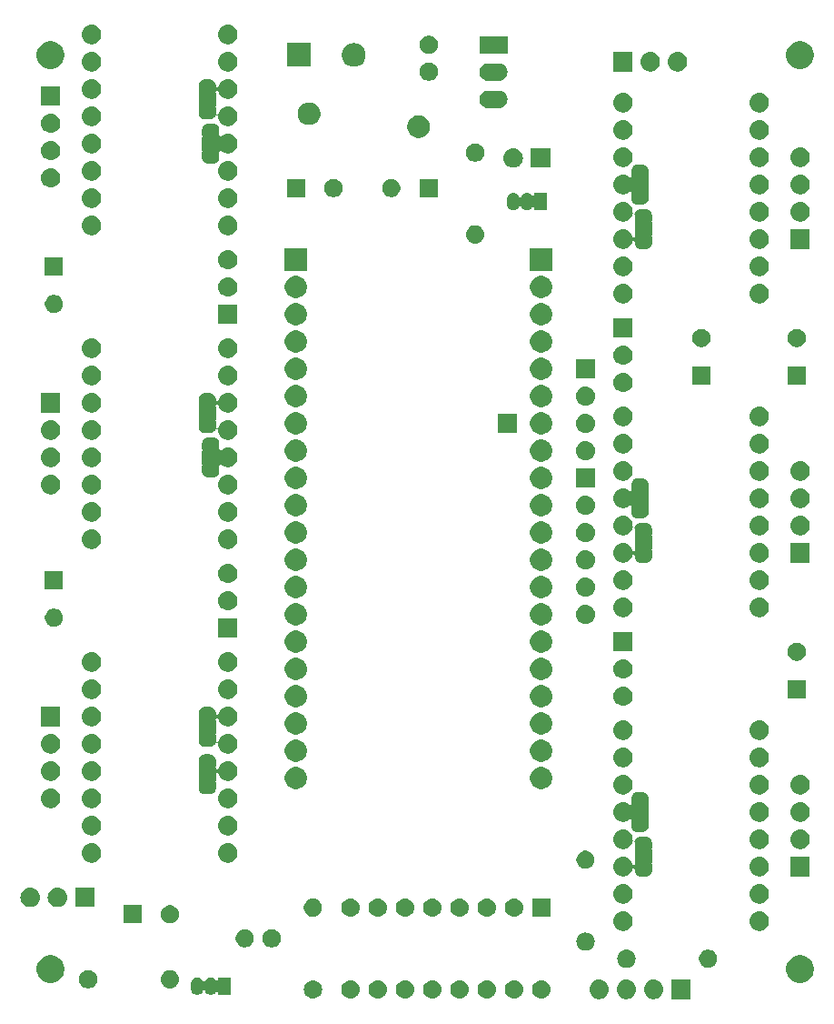
<source format=gbr>
G04 #@! TF.GenerationSoftware,KiCad,Pcbnew,(5.1.2-1)-1*
G04 #@! TF.CreationDate,2019-08-26T15:35:48+02:00*
G04 #@! TF.ProjectId,brett,62726574-742e-46b6-9963-61645f706362,A*
G04 #@! TF.SameCoordinates,Original*
G04 #@! TF.FileFunction,Soldermask,Top*
G04 #@! TF.FilePolarity,Negative*
%FSLAX46Y46*%
G04 Gerber Fmt 4.6, Leading zero omitted, Abs format (unit mm)*
G04 Created by KiCad (PCBNEW (5.1.2-1)-1) date 2019-08-26 15:35:48*
%MOMM*%
%LPD*%
G04 APERTURE LIST*
%ADD10C,0.100000*%
G04 APERTURE END LIST*
D10*
G36*
X110438500Y-140601000D02*
G01*
X108636500Y-140601000D01*
X108636500Y-138799000D01*
X110438500Y-138799000D01*
X110438500Y-140601000D01*
X110438500Y-140601000D01*
G37*
G36*
X107100282Y-138804764D02*
G01*
X107174127Y-138812037D01*
X107343966Y-138863557D01*
X107500491Y-138947222D01*
X107526630Y-138968674D01*
X107637686Y-139059814D01*
X107712191Y-139150600D01*
X107750278Y-139197009D01*
X107833943Y-139353534D01*
X107885463Y-139523373D01*
X107902859Y-139700000D01*
X107885463Y-139876627D01*
X107833943Y-140046466D01*
X107750278Y-140202991D01*
X107720948Y-140238729D01*
X107637686Y-140340186D01*
X107536229Y-140423448D01*
X107500491Y-140452778D01*
X107343966Y-140536443D01*
X107174127Y-140587963D01*
X107107942Y-140594482D01*
X107041760Y-140601000D01*
X106953240Y-140601000D01*
X106887058Y-140594482D01*
X106820873Y-140587963D01*
X106651034Y-140536443D01*
X106494509Y-140452778D01*
X106458771Y-140423448D01*
X106357314Y-140340186D01*
X106274052Y-140238729D01*
X106244722Y-140202991D01*
X106161057Y-140046466D01*
X106109537Y-139876627D01*
X106092141Y-139700000D01*
X106109537Y-139523373D01*
X106161057Y-139353534D01*
X106244722Y-139197009D01*
X106282809Y-139150600D01*
X106357314Y-139059814D01*
X106468370Y-138968674D01*
X106494509Y-138947222D01*
X106651034Y-138863557D01*
X106820873Y-138812037D01*
X106894718Y-138804764D01*
X106953240Y-138799000D01*
X107041760Y-138799000D01*
X107100282Y-138804764D01*
X107100282Y-138804764D01*
G37*
G36*
X104560282Y-138804764D02*
G01*
X104634127Y-138812037D01*
X104803966Y-138863557D01*
X104960491Y-138947222D01*
X104986630Y-138968674D01*
X105097686Y-139059814D01*
X105172191Y-139150600D01*
X105210278Y-139197009D01*
X105293943Y-139353534D01*
X105345463Y-139523373D01*
X105362859Y-139700000D01*
X105345463Y-139876627D01*
X105293943Y-140046466D01*
X105210278Y-140202991D01*
X105180948Y-140238729D01*
X105097686Y-140340186D01*
X104996229Y-140423448D01*
X104960491Y-140452778D01*
X104803966Y-140536443D01*
X104634127Y-140587963D01*
X104567942Y-140594482D01*
X104501760Y-140601000D01*
X104413240Y-140601000D01*
X104347058Y-140594482D01*
X104280873Y-140587963D01*
X104111034Y-140536443D01*
X103954509Y-140452778D01*
X103918771Y-140423448D01*
X103817314Y-140340186D01*
X103734052Y-140238729D01*
X103704722Y-140202991D01*
X103621057Y-140046466D01*
X103569537Y-139876627D01*
X103552141Y-139700000D01*
X103569537Y-139523373D01*
X103621057Y-139353534D01*
X103704722Y-139197009D01*
X103742809Y-139150600D01*
X103817314Y-139059814D01*
X103928370Y-138968674D01*
X103954509Y-138947222D01*
X104111034Y-138863557D01*
X104280873Y-138812037D01*
X104354718Y-138804764D01*
X104413240Y-138799000D01*
X104501760Y-138799000D01*
X104560282Y-138804764D01*
X104560282Y-138804764D01*
G37*
G36*
X102020282Y-138804764D02*
G01*
X102094127Y-138812037D01*
X102263966Y-138863557D01*
X102420491Y-138947222D01*
X102446630Y-138968674D01*
X102557686Y-139059814D01*
X102632191Y-139150600D01*
X102670278Y-139197009D01*
X102753943Y-139353534D01*
X102805463Y-139523373D01*
X102822859Y-139700000D01*
X102805463Y-139876627D01*
X102753943Y-140046466D01*
X102670278Y-140202991D01*
X102640948Y-140238729D01*
X102557686Y-140340186D01*
X102456229Y-140423448D01*
X102420491Y-140452778D01*
X102263966Y-140536443D01*
X102094127Y-140587963D01*
X102027942Y-140594482D01*
X101961760Y-140601000D01*
X101873240Y-140601000D01*
X101807058Y-140594482D01*
X101740873Y-140587963D01*
X101571034Y-140536443D01*
X101414509Y-140452778D01*
X101378771Y-140423448D01*
X101277314Y-140340186D01*
X101194052Y-140238729D01*
X101164722Y-140202991D01*
X101081057Y-140046466D01*
X101029537Y-139876627D01*
X101012141Y-139700000D01*
X101029537Y-139523373D01*
X101081057Y-139353534D01*
X101164722Y-139197009D01*
X101202809Y-139150600D01*
X101277314Y-139059814D01*
X101388370Y-138968674D01*
X101414509Y-138947222D01*
X101571034Y-138863557D01*
X101740873Y-138812037D01*
X101814718Y-138804764D01*
X101873240Y-138799000D01*
X101961760Y-138799000D01*
X102020282Y-138804764D01*
X102020282Y-138804764D01*
G37*
G36*
X86526823Y-138861313D02*
G01*
X86687242Y-138909976D01*
X86771588Y-138955060D01*
X86835078Y-138988996D01*
X86964659Y-139095341D01*
X87071004Y-139224922D01*
X87071005Y-139224924D01*
X87150024Y-139372758D01*
X87198687Y-139533177D01*
X87215117Y-139700000D01*
X87198687Y-139866823D01*
X87179808Y-139929057D01*
X87153203Y-140016764D01*
X87150024Y-140027242D01*
X87139747Y-140046468D01*
X87071004Y-140175078D01*
X86964659Y-140304659D01*
X86835078Y-140411004D01*
X86835076Y-140411005D01*
X86687242Y-140490024D01*
X86526823Y-140538687D01*
X86401804Y-140551000D01*
X86318196Y-140551000D01*
X86193177Y-140538687D01*
X86032758Y-140490024D01*
X85884924Y-140411005D01*
X85884922Y-140411004D01*
X85755341Y-140304659D01*
X85648996Y-140175078D01*
X85580253Y-140046468D01*
X85569976Y-140027242D01*
X85566798Y-140016764D01*
X85540192Y-139929057D01*
X85521313Y-139866823D01*
X85504883Y-139700000D01*
X85521313Y-139533177D01*
X85569976Y-139372758D01*
X85648995Y-139224924D01*
X85648996Y-139224922D01*
X85755341Y-139095341D01*
X85884922Y-138988996D01*
X85948412Y-138955060D01*
X86032758Y-138909976D01*
X86193177Y-138861313D01*
X86318196Y-138849000D01*
X86401804Y-138849000D01*
X86526823Y-138861313D01*
X86526823Y-138861313D01*
G37*
G36*
X83986823Y-138861313D02*
G01*
X84147242Y-138909976D01*
X84231588Y-138955060D01*
X84295078Y-138988996D01*
X84424659Y-139095341D01*
X84531004Y-139224922D01*
X84531005Y-139224924D01*
X84610024Y-139372758D01*
X84658687Y-139533177D01*
X84675117Y-139700000D01*
X84658687Y-139866823D01*
X84639808Y-139929057D01*
X84613203Y-140016764D01*
X84610024Y-140027242D01*
X84599747Y-140046468D01*
X84531004Y-140175078D01*
X84424659Y-140304659D01*
X84295078Y-140411004D01*
X84295076Y-140411005D01*
X84147242Y-140490024D01*
X83986823Y-140538687D01*
X83861804Y-140551000D01*
X83778196Y-140551000D01*
X83653177Y-140538687D01*
X83492758Y-140490024D01*
X83344924Y-140411005D01*
X83344922Y-140411004D01*
X83215341Y-140304659D01*
X83108996Y-140175078D01*
X83040253Y-140046468D01*
X83029976Y-140027242D01*
X83026798Y-140016764D01*
X83000192Y-139929057D01*
X82981313Y-139866823D01*
X82964883Y-139700000D01*
X82981313Y-139533177D01*
X83029976Y-139372758D01*
X83108995Y-139224924D01*
X83108996Y-139224922D01*
X83215341Y-139095341D01*
X83344922Y-138988996D01*
X83408412Y-138955060D01*
X83492758Y-138909976D01*
X83653177Y-138861313D01*
X83778196Y-138849000D01*
X83861804Y-138849000D01*
X83986823Y-138861313D01*
X83986823Y-138861313D01*
G37*
G36*
X81446823Y-138861313D02*
G01*
X81607242Y-138909976D01*
X81691588Y-138955060D01*
X81755078Y-138988996D01*
X81884659Y-139095341D01*
X81991004Y-139224922D01*
X81991005Y-139224924D01*
X82070024Y-139372758D01*
X82118687Y-139533177D01*
X82135117Y-139700000D01*
X82118687Y-139866823D01*
X82099808Y-139929057D01*
X82073203Y-140016764D01*
X82070024Y-140027242D01*
X82059747Y-140046468D01*
X81991004Y-140175078D01*
X81884659Y-140304659D01*
X81755078Y-140411004D01*
X81755076Y-140411005D01*
X81607242Y-140490024D01*
X81446823Y-140538687D01*
X81321804Y-140551000D01*
X81238196Y-140551000D01*
X81113177Y-140538687D01*
X80952758Y-140490024D01*
X80804924Y-140411005D01*
X80804922Y-140411004D01*
X80675341Y-140304659D01*
X80568996Y-140175078D01*
X80500253Y-140046468D01*
X80489976Y-140027242D01*
X80486798Y-140016764D01*
X80460192Y-139929057D01*
X80441313Y-139866823D01*
X80424883Y-139700000D01*
X80441313Y-139533177D01*
X80489976Y-139372758D01*
X80568995Y-139224924D01*
X80568996Y-139224922D01*
X80675341Y-139095341D01*
X80804922Y-138988996D01*
X80868412Y-138955060D01*
X80952758Y-138909976D01*
X81113177Y-138861313D01*
X81238196Y-138849000D01*
X81321804Y-138849000D01*
X81446823Y-138861313D01*
X81446823Y-138861313D01*
G37*
G36*
X78906823Y-138861313D02*
G01*
X79067242Y-138909976D01*
X79151588Y-138955060D01*
X79215078Y-138988996D01*
X79344659Y-139095341D01*
X79451004Y-139224922D01*
X79451005Y-139224924D01*
X79530024Y-139372758D01*
X79578687Y-139533177D01*
X79595117Y-139700000D01*
X79578687Y-139866823D01*
X79559808Y-139929057D01*
X79533203Y-140016764D01*
X79530024Y-140027242D01*
X79519747Y-140046468D01*
X79451004Y-140175078D01*
X79344659Y-140304659D01*
X79215078Y-140411004D01*
X79215076Y-140411005D01*
X79067242Y-140490024D01*
X78906823Y-140538687D01*
X78781804Y-140551000D01*
X78698196Y-140551000D01*
X78573177Y-140538687D01*
X78412758Y-140490024D01*
X78264924Y-140411005D01*
X78264922Y-140411004D01*
X78135341Y-140304659D01*
X78028996Y-140175078D01*
X77960253Y-140046468D01*
X77949976Y-140027242D01*
X77946798Y-140016764D01*
X77920192Y-139929057D01*
X77901313Y-139866823D01*
X77884883Y-139700000D01*
X77901313Y-139533177D01*
X77949976Y-139372758D01*
X78028995Y-139224924D01*
X78028996Y-139224922D01*
X78135341Y-139095341D01*
X78264922Y-138988996D01*
X78328412Y-138955060D01*
X78412758Y-138909976D01*
X78573177Y-138861313D01*
X78698196Y-138849000D01*
X78781804Y-138849000D01*
X78906823Y-138861313D01*
X78906823Y-138861313D01*
G37*
G36*
X75414323Y-138861313D02*
G01*
X75574742Y-138909976D01*
X75659088Y-138955060D01*
X75722578Y-138988996D01*
X75852159Y-139095341D01*
X75958504Y-139224922D01*
X75958505Y-139224924D01*
X76037524Y-139372758D01*
X76086187Y-139533177D01*
X76102617Y-139700000D01*
X76086187Y-139866823D01*
X76067308Y-139929057D01*
X76040703Y-140016764D01*
X76037524Y-140027242D01*
X76027247Y-140046468D01*
X75958504Y-140175078D01*
X75852159Y-140304659D01*
X75722578Y-140411004D01*
X75722576Y-140411005D01*
X75574742Y-140490024D01*
X75414323Y-140538687D01*
X75289304Y-140551000D01*
X75205696Y-140551000D01*
X75080677Y-140538687D01*
X74920258Y-140490024D01*
X74772424Y-140411005D01*
X74772422Y-140411004D01*
X74642841Y-140304659D01*
X74536496Y-140175078D01*
X74467753Y-140046468D01*
X74457476Y-140027242D01*
X74454298Y-140016764D01*
X74427692Y-139929057D01*
X74408813Y-139866823D01*
X74392383Y-139700000D01*
X74408813Y-139533177D01*
X74457476Y-139372758D01*
X74536495Y-139224924D01*
X74536496Y-139224922D01*
X74642841Y-139095341D01*
X74772422Y-138988996D01*
X74835912Y-138955060D01*
X74920258Y-138909976D01*
X75080677Y-138861313D01*
X75205696Y-138849000D01*
X75289304Y-138849000D01*
X75414323Y-138861313D01*
X75414323Y-138861313D01*
G37*
G36*
X89066823Y-138861313D02*
G01*
X89227242Y-138909976D01*
X89311588Y-138955060D01*
X89375078Y-138988996D01*
X89504659Y-139095341D01*
X89611004Y-139224922D01*
X89611005Y-139224924D01*
X89690024Y-139372758D01*
X89738687Y-139533177D01*
X89755117Y-139700000D01*
X89738687Y-139866823D01*
X89719808Y-139929057D01*
X89693203Y-140016764D01*
X89690024Y-140027242D01*
X89679747Y-140046468D01*
X89611004Y-140175078D01*
X89504659Y-140304659D01*
X89375078Y-140411004D01*
X89375076Y-140411005D01*
X89227242Y-140490024D01*
X89066823Y-140538687D01*
X88941804Y-140551000D01*
X88858196Y-140551000D01*
X88733177Y-140538687D01*
X88572758Y-140490024D01*
X88424924Y-140411005D01*
X88424922Y-140411004D01*
X88295341Y-140304659D01*
X88188996Y-140175078D01*
X88120253Y-140046468D01*
X88109976Y-140027242D01*
X88106798Y-140016764D01*
X88080192Y-139929057D01*
X88061313Y-139866823D01*
X88044883Y-139700000D01*
X88061313Y-139533177D01*
X88109976Y-139372758D01*
X88188995Y-139224924D01*
X88188996Y-139224922D01*
X88295341Y-139095341D01*
X88424922Y-138988996D01*
X88488412Y-138955060D01*
X88572758Y-138909976D01*
X88733177Y-138861313D01*
X88858196Y-138849000D01*
X88941804Y-138849000D01*
X89066823Y-138861313D01*
X89066823Y-138861313D01*
G37*
G36*
X91606823Y-138861313D02*
G01*
X91767242Y-138909976D01*
X91851588Y-138955060D01*
X91915078Y-138988996D01*
X92044659Y-139095341D01*
X92151004Y-139224922D01*
X92151005Y-139224924D01*
X92230024Y-139372758D01*
X92278687Y-139533177D01*
X92295117Y-139700000D01*
X92278687Y-139866823D01*
X92259808Y-139929057D01*
X92233203Y-140016764D01*
X92230024Y-140027242D01*
X92219747Y-140046468D01*
X92151004Y-140175078D01*
X92044659Y-140304659D01*
X91915078Y-140411004D01*
X91915076Y-140411005D01*
X91767242Y-140490024D01*
X91606823Y-140538687D01*
X91481804Y-140551000D01*
X91398196Y-140551000D01*
X91273177Y-140538687D01*
X91112758Y-140490024D01*
X90964924Y-140411005D01*
X90964922Y-140411004D01*
X90835341Y-140304659D01*
X90728996Y-140175078D01*
X90660253Y-140046468D01*
X90649976Y-140027242D01*
X90646798Y-140016764D01*
X90620192Y-139929057D01*
X90601313Y-139866823D01*
X90584883Y-139700000D01*
X90601313Y-139533177D01*
X90649976Y-139372758D01*
X90728995Y-139224924D01*
X90728996Y-139224922D01*
X90835341Y-139095341D01*
X90964922Y-138988996D01*
X91028412Y-138955060D01*
X91112758Y-138909976D01*
X91273177Y-138861313D01*
X91398196Y-138849000D01*
X91481804Y-138849000D01*
X91606823Y-138861313D01*
X91606823Y-138861313D01*
G37*
G36*
X96686823Y-138861313D02*
G01*
X96847242Y-138909976D01*
X96931588Y-138955060D01*
X96995078Y-138988996D01*
X97124659Y-139095341D01*
X97231004Y-139224922D01*
X97231005Y-139224924D01*
X97310024Y-139372758D01*
X97358687Y-139533177D01*
X97375117Y-139700000D01*
X97358687Y-139866823D01*
X97339808Y-139929057D01*
X97313203Y-140016764D01*
X97310024Y-140027242D01*
X97299747Y-140046468D01*
X97231004Y-140175078D01*
X97124659Y-140304659D01*
X96995078Y-140411004D01*
X96995076Y-140411005D01*
X96847242Y-140490024D01*
X96686823Y-140538687D01*
X96561804Y-140551000D01*
X96478196Y-140551000D01*
X96353177Y-140538687D01*
X96192758Y-140490024D01*
X96044924Y-140411005D01*
X96044922Y-140411004D01*
X95915341Y-140304659D01*
X95808996Y-140175078D01*
X95740253Y-140046468D01*
X95729976Y-140027242D01*
X95726798Y-140016764D01*
X95700192Y-139929057D01*
X95681313Y-139866823D01*
X95664883Y-139700000D01*
X95681313Y-139533177D01*
X95729976Y-139372758D01*
X95808995Y-139224924D01*
X95808996Y-139224922D01*
X95915341Y-139095341D01*
X96044922Y-138988996D01*
X96108412Y-138955060D01*
X96192758Y-138909976D01*
X96353177Y-138861313D01*
X96478196Y-138849000D01*
X96561804Y-138849000D01*
X96686823Y-138861313D01*
X96686823Y-138861313D01*
G37*
G36*
X94146823Y-138861313D02*
G01*
X94307242Y-138909976D01*
X94391588Y-138955060D01*
X94455078Y-138988996D01*
X94584659Y-139095341D01*
X94691004Y-139224922D01*
X94691005Y-139224924D01*
X94770024Y-139372758D01*
X94818687Y-139533177D01*
X94835117Y-139700000D01*
X94818687Y-139866823D01*
X94799808Y-139929057D01*
X94773203Y-140016764D01*
X94770024Y-140027242D01*
X94759747Y-140046468D01*
X94691004Y-140175078D01*
X94584659Y-140304659D01*
X94455078Y-140411004D01*
X94455076Y-140411005D01*
X94307242Y-140490024D01*
X94146823Y-140538687D01*
X94021804Y-140551000D01*
X93938196Y-140551000D01*
X93813177Y-140538687D01*
X93652758Y-140490024D01*
X93504924Y-140411005D01*
X93504922Y-140411004D01*
X93375341Y-140304659D01*
X93268996Y-140175078D01*
X93200253Y-140046468D01*
X93189976Y-140027242D01*
X93186798Y-140016764D01*
X93160192Y-139929057D01*
X93141313Y-139866823D01*
X93124883Y-139700000D01*
X93141313Y-139533177D01*
X93189976Y-139372758D01*
X93268995Y-139224924D01*
X93268996Y-139224922D01*
X93375341Y-139095341D01*
X93504922Y-138988996D01*
X93568412Y-138955060D01*
X93652758Y-138909976D01*
X93813177Y-138861313D01*
X93938196Y-138849000D01*
X94021804Y-138849000D01*
X94146823Y-138861313D01*
X94146823Y-138861313D01*
G37*
G36*
X65835416Y-138589834D02*
G01*
X65943992Y-138622771D01*
X65943995Y-138622772D01*
X65980101Y-138642071D01*
X66044057Y-138676256D01*
X66131764Y-138748236D01*
X66194883Y-138825146D01*
X66212202Y-138842465D01*
X66232577Y-138856079D01*
X66255216Y-138865457D01*
X66279249Y-138870237D01*
X66303753Y-138870237D01*
X66327786Y-138865457D01*
X66350425Y-138856079D01*
X66370799Y-138842466D01*
X66388126Y-138825139D01*
X66401740Y-138804764D01*
X66411118Y-138782125D01*
X66415898Y-138758092D01*
X66416500Y-138745840D01*
X66416500Y-138581500D01*
X67568500Y-138581500D01*
X67568500Y-140183500D01*
X66416500Y-140183500D01*
X66416500Y-140019160D01*
X66414098Y-139994774D01*
X66406985Y-139971325D01*
X66395434Y-139949714D01*
X66379889Y-139930772D01*
X66360947Y-139915227D01*
X66339336Y-139903676D01*
X66315887Y-139896563D01*
X66291501Y-139894161D01*
X66267115Y-139896563D01*
X66243666Y-139903676D01*
X66222055Y-139915227D01*
X66194881Y-139939856D01*
X66131764Y-140016764D01*
X66044056Y-140088744D01*
X65980100Y-140122929D01*
X65943994Y-140142228D01*
X65943991Y-140142229D01*
X65835415Y-140175166D01*
X65722500Y-140186287D01*
X65609584Y-140175166D01*
X65501008Y-140142229D01*
X65501005Y-140142228D01*
X65464899Y-140122929D01*
X65400943Y-140088744D01*
X65313236Y-140016764D01*
X65241256Y-139929056D01*
X65197739Y-139847640D01*
X65184125Y-139827266D01*
X65166798Y-139809939D01*
X65146424Y-139796325D01*
X65123785Y-139786948D01*
X65099751Y-139782168D01*
X65075247Y-139782168D01*
X65051214Y-139786949D01*
X65028575Y-139796326D01*
X65008201Y-139809940D01*
X64990874Y-139827267D01*
X64977262Y-139847640D01*
X64933744Y-139929057D01*
X64861764Y-140016764D01*
X64774056Y-140088744D01*
X64710100Y-140122929D01*
X64673994Y-140142228D01*
X64673991Y-140142229D01*
X64565415Y-140175166D01*
X64452500Y-140186287D01*
X64339584Y-140175166D01*
X64231008Y-140142229D01*
X64231005Y-140142228D01*
X64194899Y-140122929D01*
X64130943Y-140088744D01*
X64043236Y-140016764D01*
X63971256Y-139929056D01*
X63927739Y-139847640D01*
X63917772Y-139828994D01*
X63911992Y-139809940D01*
X63884834Y-139720415D01*
X63876500Y-139635797D01*
X63876500Y-139129202D01*
X63884834Y-139044584D01*
X63917771Y-138936008D01*
X63917772Y-138936005D01*
X63971256Y-138835945D01*
X63971257Y-138835943D01*
X64043237Y-138748236D01*
X64130944Y-138676256D01*
X64194900Y-138642071D01*
X64231006Y-138622772D01*
X64231009Y-138622771D01*
X64339585Y-138589834D01*
X64452500Y-138578713D01*
X64565416Y-138589834D01*
X64673992Y-138622771D01*
X64673995Y-138622772D01*
X64710101Y-138642071D01*
X64774057Y-138676256D01*
X64861764Y-138748236D01*
X64933744Y-138835943D01*
X64948504Y-138863558D01*
X64977261Y-138917359D01*
X64990875Y-138937734D01*
X65008202Y-138955061D01*
X65028576Y-138968674D01*
X65051215Y-138978052D01*
X65075248Y-138982832D01*
X65099752Y-138982832D01*
X65123785Y-138978052D01*
X65146424Y-138968674D01*
X65166799Y-138955060D01*
X65184126Y-138937733D01*
X65197739Y-138917359D01*
X65241256Y-138835945D01*
X65241257Y-138835943D01*
X65313237Y-138748236D01*
X65400944Y-138676256D01*
X65464900Y-138642071D01*
X65501006Y-138622772D01*
X65501009Y-138622771D01*
X65609585Y-138589834D01*
X65722500Y-138578713D01*
X65835416Y-138589834D01*
X65835416Y-138589834D01*
G37*
G36*
X54540728Y-137929203D02*
G01*
X54695600Y-137993353D01*
X54834981Y-138086485D01*
X54953515Y-138205019D01*
X55046647Y-138344400D01*
X55110797Y-138499272D01*
X55143500Y-138663684D01*
X55143500Y-138831316D01*
X55110797Y-138995728D01*
X55046647Y-139150600D01*
X54953515Y-139289981D01*
X54834981Y-139408515D01*
X54695600Y-139501647D01*
X54540728Y-139565797D01*
X54376316Y-139598500D01*
X54208684Y-139598500D01*
X54044272Y-139565797D01*
X53889400Y-139501647D01*
X53750019Y-139408515D01*
X53631485Y-139289981D01*
X53538353Y-139150600D01*
X53474203Y-138995728D01*
X53441500Y-138831316D01*
X53441500Y-138663684D01*
X53474203Y-138499272D01*
X53538353Y-138344400D01*
X53631485Y-138205019D01*
X53750019Y-138086485D01*
X53889400Y-137993353D01*
X54044272Y-137929203D01*
X54208684Y-137896500D01*
X54376316Y-137896500D01*
X54540728Y-137929203D01*
X54540728Y-137929203D01*
G37*
G36*
X62079323Y-137908813D02*
G01*
X62239742Y-137957476D01*
X62306861Y-137993352D01*
X62387578Y-138036496D01*
X62517159Y-138142841D01*
X62623504Y-138272422D01*
X62623505Y-138272424D01*
X62702524Y-138420258D01*
X62751187Y-138580677D01*
X62767617Y-138747500D01*
X62751187Y-138914323D01*
X62702524Y-139074742D01*
X62661977Y-139150600D01*
X62623504Y-139222578D01*
X62517159Y-139352159D01*
X62387578Y-139458504D01*
X62387576Y-139458505D01*
X62239742Y-139537524D01*
X62079323Y-139586187D01*
X61954304Y-139598500D01*
X61870696Y-139598500D01*
X61745677Y-139586187D01*
X61585258Y-139537524D01*
X61437424Y-139458505D01*
X61437422Y-139458504D01*
X61307841Y-139352159D01*
X61201496Y-139222578D01*
X61163023Y-139150600D01*
X61122476Y-139074742D01*
X61073813Y-138914323D01*
X61057383Y-138747500D01*
X61073813Y-138580677D01*
X61122476Y-138420258D01*
X61201495Y-138272424D01*
X61201496Y-138272422D01*
X61307841Y-138142841D01*
X61437422Y-138036496D01*
X61518139Y-137993352D01*
X61585258Y-137957476D01*
X61745677Y-137908813D01*
X61870696Y-137896500D01*
X61954304Y-137896500D01*
X62079323Y-137908813D01*
X62079323Y-137908813D01*
G37*
G36*
X51179487Y-136543996D02*
G01*
X51416253Y-136642068D01*
X51416255Y-136642069D01*
X51629339Y-136784447D01*
X51810553Y-136965661D01*
X51894121Y-137090729D01*
X51952932Y-137178747D01*
X52051004Y-137415513D01*
X52101000Y-137666861D01*
X52101000Y-137923139D01*
X52051004Y-138174487D01*
X51980622Y-138344403D01*
X51952931Y-138411255D01*
X51810553Y-138624339D01*
X51629339Y-138805553D01*
X51416255Y-138947931D01*
X51416254Y-138947932D01*
X51416253Y-138947932D01*
X51179487Y-139046004D01*
X50928139Y-139096000D01*
X50671861Y-139096000D01*
X50420513Y-139046004D01*
X50183747Y-138947932D01*
X50183746Y-138947932D01*
X50183745Y-138947931D01*
X49970661Y-138805553D01*
X49789447Y-138624339D01*
X49647069Y-138411255D01*
X49619378Y-138344403D01*
X49548996Y-138174487D01*
X49499000Y-137923139D01*
X49499000Y-137666861D01*
X49548996Y-137415513D01*
X49647068Y-137178747D01*
X49705880Y-137090729D01*
X49789447Y-136965661D01*
X49970661Y-136784447D01*
X50183745Y-136642069D01*
X50183747Y-136642068D01*
X50420513Y-136543996D01*
X50671861Y-136494000D01*
X50928139Y-136494000D01*
X51179487Y-136543996D01*
X51179487Y-136543996D01*
G37*
G36*
X121029487Y-136543996D02*
G01*
X121266253Y-136642068D01*
X121266255Y-136642069D01*
X121479339Y-136784447D01*
X121660553Y-136965661D01*
X121744121Y-137090729D01*
X121802932Y-137178747D01*
X121901004Y-137415513D01*
X121951000Y-137666861D01*
X121951000Y-137923139D01*
X121901004Y-138174487D01*
X121830622Y-138344403D01*
X121802931Y-138411255D01*
X121660553Y-138624339D01*
X121479339Y-138805553D01*
X121266255Y-138947931D01*
X121266254Y-138947932D01*
X121266253Y-138947932D01*
X121029487Y-139046004D01*
X120778139Y-139096000D01*
X120521861Y-139096000D01*
X120270513Y-139046004D01*
X120033747Y-138947932D01*
X120033746Y-138947932D01*
X120033745Y-138947931D01*
X119820661Y-138805553D01*
X119639447Y-138624339D01*
X119497069Y-138411255D01*
X119469378Y-138344403D01*
X119398996Y-138174487D01*
X119349000Y-137923139D01*
X119349000Y-137666861D01*
X119398996Y-137415513D01*
X119497068Y-137178747D01*
X119555880Y-137090729D01*
X119639447Y-136965661D01*
X119820661Y-136784447D01*
X120033745Y-136642069D01*
X120033747Y-136642068D01*
X120270513Y-136543996D01*
X120521861Y-136494000D01*
X120778139Y-136494000D01*
X121029487Y-136543996D01*
X121029487Y-136543996D01*
G37*
G36*
X112325728Y-136024203D02*
G01*
X112480600Y-136088353D01*
X112619981Y-136181485D01*
X112738515Y-136300019D01*
X112831647Y-136439400D01*
X112895797Y-136594272D01*
X112928500Y-136758684D01*
X112928500Y-136926316D01*
X112895797Y-137090728D01*
X112831647Y-137245600D01*
X112738515Y-137384981D01*
X112619981Y-137503515D01*
X112480600Y-137596647D01*
X112325728Y-137660797D01*
X112161316Y-137693500D01*
X111993684Y-137693500D01*
X111829272Y-137660797D01*
X111674400Y-137596647D01*
X111535019Y-137503515D01*
X111416485Y-137384981D01*
X111323353Y-137245600D01*
X111259203Y-137090728D01*
X111226500Y-136926316D01*
X111226500Y-136758684D01*
X111259203Y-136594272D01*
X111323353Y-136439400D01*
X111416485Y-136300019D01*
X111535019Y-136181485D01*
X111674400Y-136088353D01*
X111829272Y-136024203D01*
X111993684Y-135991500D01*
X112161316Y-135991500D01*
X112325728Y-136024203D01*
X112325728Y-136024203D01*
G37*
G36*
X104624323Y-136003813D02*
G01*
X104784742Y-136052476D01*
X104851861Y-136088352D01*
X104932578Y-136131496D01*
X105062159Y-136237841D01*
X105168504Y-136367422D01*
X105168505Y-136367424D01*
X105247524Y-136515258D01*
X105296187Y-136675677D01*
X105312617Y-136842500D01*
X105296187Y-137009323D01*
X105247524Y-137169742D01*
X105206977Y-137245600D01*
X105168504Y-137317578D01*
X105062159Y-137447159D01*
X104932578Y-137553504D01*
X104932576Y-137553505D01*
X104784742Y-137632524D01*
X104624323Y-137681187D01*
X104499304Y-137693500D01*
X104415696Y-137693500D01*
X104290677Y-137681187D01*
X104130258Y-137632524D01*
X103982424Y-137553505D01*
X103982422Y-137553504D01*
X103852841Y-137447159D01*
X103746496Y-137317578D01*
X103708023Y-137245600D01*
X103667476Y-137169742D01*
X103618813Y-137009323D01*
X103602383Y-136842500D01*
X103618813Y-136675677D01*
X103667476Y-136515258D01*
X103746495Y-136367424D01*
X103746496Y-136367422D01*
X103852841Y-136237841D01*
X103982422Y-136131496D01*
X104063139Y-136088352D01*
X104130258Y-136052476D01*
X104290677Y-136003813D01*
X104415696Y-135991500D01*
X104499304Y-135991500D01*
X104624323Y-136003813D01*
X104624323Y-136003813D01*
G37*
G36*
X100814323Y-134416313D02*
G01*
X100974742Y-134464976D01*
X101104625Y-134534400D01*
X101122578Y-134543996D01*
X101252159Y-134650341D01*
X101358504Y-134779922D01*
X101358505Y-134779924D01*
X101437524Y-134927758D01*
X101486187Y-135088177D01*
X101502617Y-135255000D01*
X101486187Y-135421823D01*
X101437524Y-135582242D01*
X101379046Y-135691647D01*
X101358504Y-135730078D01*
X101252159Y-135859659D01*
X101122578Y-135966004D01*
X101122576Y-135966005D01*
X100974742Y-136045024D01*
X100814323Y-136093687D01*
X100689304Y-136106000D01*
X100605696Y-136106000D01*
X100480677Y-136093687D01*
X100320258Y-136045024D01*
X100172424Y-135966005D01*
X100172422Y-135966004D01*
X100042841Y-135859659D01*
X99936496Y-135730078D01*
X99915954Y-135691647D01*
X99857476Y-135582242D01*
X99808813Y-135421823D01*
X99792383Y-135255000D01*
X99808813Y-135088177D01*
X99857476Y-134927758D01*
X99936495Y-134779924D01*
X99936496Y-134779922D01*
X100042841Y-134650341D01*
X100172422Y-134543996D01*
X100190375Y-134534400D01*
X100320258Y-134464976D01*
X100480677Y-134416313D01*
X100605696Y-134404000D01*
X100689304Y-134404000D01*
X100814323Y-134416313D01*
X100814323Y-134416313D01*
G37*
G36*
X69145728Y-134119203D02*
G01*
X69300600Y-134183353D01*
X69439981Y-134276485D01*
X69558515Y-134395019D01*
X69651647Y-134534400D01*
X69715797Y-134689272D01*
X69748500Y-134853684D01*
X69748500Y-135021316D01*
X69715797Y-135185728D01*
X69651647Y-135340600D01*
X69558515Y-135479981D01*
X69439981Y-135598515D01*
X69300600Y-135691647D01*
X69145728Y-135755797D01*
X68981316Y-135788500D01*
X68813684Y-135788500D01*
X68649272Y-135755797D01*
X68494400Y-135691647D01*
X68355019Y-135598515D01*
X68236485Y-135479981D01*
X68143353Y-135340600D01*
X68079203Y-135185728D01*
X68046500Y-135021316D01*
X68046500Y-134853684D01*
X68079203Y-134689272D01*
X68143353Y-134534400D01*
X68236485Y-134395019D01*
X68355019Y-134276485D01*
X68494400Y-134183353D01*
X68649272Y-134119203D01*
X68813684Y-134086500D01*
X68981316Y-134086500D01*
X69145728Y-134119203D01*
X69145728Y-134119203D01*
G37*
G36*
X71645728Y-134119203D02*
G01*
X71800600Y-134183353D01*
X71939981Y-134276485D01*
X72058515Y-134395019D01*
X72151647Y-134534400D01*
X72215797Y-134689272D01*
X72248500Y-134853684D01*
X72248500Y-135021316D01*
X72215797Y-135185728D01*
X72151647Y-135340600D01*
X72058515Y-135479981D01*
X71939981Y-135598515D01*
X71800600Y-135691647D01*
X71645728Y-135755797D01*
X71481316Y-135788500D01*
X71313684Y-135788500D01*
X71149272Y-135755797D01*
X70994400Y-135691647D01*
X70855019Y-135598515D01*
X70736485Y-135479981D01*
X70643353Y-135340600D01*
X70579203Y-135185728D01*
X70546500Y-135021316D01*
X70546500Y-134853684D01*
X70579203Y-134689272D01*
X70643353Y-134534400D01*
X70736485Y-134395019D01*
X70855019Y-134276485D01*
X70994400Y-134183353D01*
X71149272Y-134119203D01*
X71313684Y-134086500D01*
X71481316Y-134086500D01*
X71645728Y-134119203D01*
X71645728Y-134119203D01*
G37*
G36*
X116950442Y-132455518D02*
G01*
X117016627Y-132462037D01*
X117186466Y-132513557D01*
X117342991Y-132597222D01*
X117373768Y-132622480D01*
X117480186Y-132709814D01*
X117553226Y-132798815D01*
X117592778Y-132847009D01*
X117676443Y-133003534D01*
X117727963Y-133173373D01*
X117745359Y-133350000D01*
X117727963Y-133526627D01*
X117676443Y-133696466D01*
X117592778Y-133852991D01*
X117563448Y-133888729D01*
X117480186Y-133990186D01*
X117378729Y-134073448D01*
X117342991Y-134102778D01*
X117186466Y-134186443D01*
X117016627Y-134237963D01*
X116950443Y-134244481D01*
X116884260Y-134251000D01*
X116795740Y-134251000D01*
X116729557Y-134244481D01*
X116663373Y-134237963D01*
X116493534Y-134186443D01*
X116337009Y-134102778D01*
X116301271Y-134073448D01*
X116199814Y-133990186D01*
X116116552Y-133888729D01*
X116087222Y-133852991D01*
X116003557Y-133696466D01*
X115952037Y-133526627D01*
X115934641Y-133350000D01*
X115952037Y-133173373D01*
X116003557Y-133003534D01*
X116087222Y-132847009D01*
X116126774Y-132798815D01*
X116199814Y-132709814D01*
X116306232Y-132622480D01*
X116337009Y-132597222D01*
X116493534Y-132513557D01*
X116663373Y-132462037D01*
X116729558Y-132455518D01*
X116795740Y-132449000D01*
X116884260Y-132449000D01*
X116950442Y-132455518D01*
X116950442Y-132455518D01*
G37*
G36*
X104250442Y-132455518D02*
G01*
X104316627Y-132462037D01*
X104486466Y-132513557D01*
X104642991Y-132597222D01*
X104673768Y-132622480D01*
X104780186Y-132709814D01*
X104853226Y-132798815D01*
X104892778Y-132847009D01*
X104976443Y-133003534D01*
X105027963Y-133173373D01*
X105045359Y-133350000D01*
X105027963Y-133526627D01*
X104976443Y-133696466D01*
X104892778Y-133852991D01*
X104863448Y-133888729D01*
X104780186Y-133990186D01*
X104678729Y-134073448D01*
X104642991Y-134102778D01*
X104486466Y-134186443D01*
X104316627Y-134237963D01*
X104250443Y-134244481D01*
X104184260Y-134251000D01*
X104095740Y-134251000D01*
X104029557Y-134244481D01*
X103963373Y-134237963D01*
X103793534Y-134186443D01*
X103637009Y-134102778D01*
X103601271Y-134073448D01*
X103499814Y-133990186D01*
X103416552Y-133888729D01*
X103387222Y-133852991D01*
X103303557Y-133696466D01*
X103252037Y-133526627D01*
X103234641Y-133350000D01*
X103252037Y-133173373D01*
X103303557Y-133003534D01*
X103387222Y-132847009D01*
X103426774Y-132798815D01*
X103499814Y-132709814D01*
X103606232Y-132622480D01*
X103637009Y-132597222D01*
X103793534Y-132513557D01*
X103963373Y-132462037D01*
X104029558Y-132455518D01*
X104095740Y-132449000D01*
X104184260Y-132449000D01*
X104250442Y-132455518D01*
X104250442Y-132455518D01*
G37*
G36*
X59271000Y-133566000D02*
G01*
X57569000Y-133566000D01*
X57569000Y-131864000D01*
X59271000Y-131864000D01*
X59271000Y-133566000D01*
X59271000Y-133566000D01*
G37*
G36*
X62168228Y-131896703D02*
G01*
X62323100Y-131960853D01*
X62462481Y-132053985D01*
X62581015Y-132172519D01*
X62674147Y-132311900D01*
X62738297Y-132466772D01*
X62771000Y-132631184D01*
X62771000Y-132798816D01*
X62738297Y-132963228D01*
X62674147Y-133118100D01*
X62581015Y-133257481D01*
X62462481Y-133376015D01*
X62323100Y-133469147D01*
X62168228Y-133533297D01*
X62003816Y-133566000D01*
X61836184Y-133566000D01*
X61671772Y-133533297D01*
X61516900Y-133469147D01*
X61377519Y-133376015D01*
X61258985Y-133257481D01*
X61165853Y-133118100D01*
X61101703Y-132963228D01*
X61069000Y-132798816D01*
X61069000Y-132631184D01*
X61101703Y-132466772D01*
X61165853Y-132311900D01*
X61258985Y-132172519D01*
X61377519Y-132053985D01*
X61516900Y-131960853D01*
X61671772Y-131896703D01*
X61836184Y-131864000D01*
X62003816Y-131864000D01*
X62168228Y-131896703D01*
X62168228Y-131896703D01*
G37*
G36*
X81446823Y-131241313D02*
G01*
X81607242Y-131289976D01*
X81674361Y-131325852D01*
X81755078Y-131368996D01*
X81884659Y-131475341D01*
X81991004Y-131604922D01*
X81991005Y-131604924D01*
X82070024Y-131752758D01*
X82118687Y-131913177D01*
X82135117Y-132080000D01*
X82118687Y-132246823D01*
X82070024Y-132407242D01*
X82029477Y-132483100D01*
X81991004Y-132555078D01*
X81884659Y-132684659D01*
X81755078Y-132791004D01*
X81755076Y-132791005D01*
X81607242Y-132870024D01*
X81446823Y-132918687D01*
X81321804Y-132931000D01*
X81238196Y-132931000D01*
X81113177Y-132918687D01*
X80952758Y-132870024D01*
X80804924Y-132791005D01*
X80804922Y-132791004D01*
X80675341Y-132684659D01*
X80568996Y-132555078D01*
X80530523Y-132483100D01*
X80489976Y-132407242D01*
X80441313Y-132246823D01*
X80424883Y-132080000D01*
X80441313Y-131913177D01*
X80489976Y-131752758D01*
X80568995Y-131604924D01*
X80568996Y-131604922D01*
X80675341Y-131475341D01*
X80804922Y-131368996D01*
X80885639Y-131325852D01*
X80952758Y-131289976D01*
X81113177Y-131241313D01*
X81238196Y-131229000D01*
X81321804Y-131229000D01*
X81446823Y-131241313D01*
X81446823Y-131241313D01*
G37*
G36*
X86526823Y-131241313D02*
G01*
X86687242Y-131289976D01*
X86754361Y-131325852D01*
X86835078Y-131368996D01*
X86964659Y-131475341D01*
X87071004Y-131604922D01*
X87071005Y-131604924D01*
X87150024Y-131752758D01*
X87198687Y-131913177D01*
X87215117Y-132080000D01*
X87198687Y-132246823D01*
X87150024Y-132407242D01*
X87109477Y-132483100D01*
X87071004Y-132555078D01*
X86964659Y-132684659D01*
X86835078Y-132791004D01*
X86835076Y-132791005D01*
X86687242Y-132870024D01*
X86526823Y-132918687D01*
X86401804Y-132931000D01*
X86318196Y-132931000D01*
X86193177Y-132918687D01*
X86032758Y-132870024D01*
X85884924Y-132791005D01*
X85884922Y-132791004D01*
X85755341Y-132684659D01*
X85648996Y-132555078D01*
X85610523Y-132483100D01*
X85569976Y-132407242D01*
X85521313Y-132246823D01*
X85504883Y-132080000D01*
X85521313Y-131913177D01*
X85569976Y-131752758D01*
X85648995Y-131604924D01*
X85648996Y-131604922D01*
X85755341Y-131475341D01*
X85884922Y-131368996D01*
X85965639Y-131325852D01*
X86032758Y-131289976D01*
X86193177Y-131241313D01*
X86318196Y-131229000D01*
X86401804Y-131229000D01*
X86526823Y-131241313D01*
X86526823Y-131241313D01*
G37*
G36*
X83986823Y-131241313D02*
G01*
X84147242Y-131289976D01*
X84214361Y-131325852D01*
X84295078Y-131368996D01*
X84424659Y-131475341D01*
X84531004Y-131604922D01*
X84531005Y-131604924D01*
X84610024Y-131752758D01*
X84658687Y-131913177D01*
X84675117Y-132080000D01*
X84658687Y-132246823D01*
X84610024Y-132407242D01*
X84569477Y-132483100D01*
X84531004Y-132555078D01*
X84424659Y-132684659D01*
X84295078Y-132791004D01*
X84295076Y-132791005D01*
X84147242Y-132870024D01*
X83986823Y-132918687D01*
X83861804Y-132931000D01*
X83778196Y-132931000D01*
X83653177Y-132918687D01*
X83492758Y-132870024D01*
X83344924Y-132791005D01*
X83344922Y-132791004D01*
X83215341Y-132684659D01*
X83108996Y-132555078D01*
X83070523Y-132483100D01*
X83029976Y-132407242D01*
X82981313Y-132246823D01*
X82964883Y-132080000D01*
X82981313Y-131913177D01*
X83029976Y-131752758D01*
X83108995Y-131604924D01*
X83108996Y-131604922D01*
X83215341Y-131475341D01*
X83344922Y-131368996D01*
X83425639Y-131325852D01*
X83492758Y-131289976D01*
X83653177Y-131241313D01*
X83778196Y-131229000D01*
X83861804Y-131229000D01*
X83986823Y-131241313D01*
X83986823Y-131241313D01*
G37*
G36*
X78906823Y-131241313D02*
G01*
X79067242Y-131289976D01*
X79134361Y-131325852D01*
X79215078Y-131368996D01*
X79344659Y-131475341D01*
X79451004Y-131604922D01*
X79451005Y-131604924D01*
X79530024Y-131752758D01*
X79578687Y-131913177D01*
X79595117Y-132080000D01*
X79578687Y-132246823D01*
X79530024Y-132407242D01*
X79489477Y-132483100D01*
X79451004Y-132555078D01*
X79344659Y-132684659D01*
X79215078Y-132791004D01*
X79215076Y-132791005D01*
X79067242Y-132870024D01*
X78906823Y-132918687D01*
X78781804Y-132931000D01*
X78698196Y-132931000D01*
X78573177Y-132918687D01*
X78412758Y-132870024D01*
X78264924Y-132791005D01*
X78264922Y-132791004D01*
X78135341Y-132684659D01*
X78028996Y-132555078D01*
X77990523Y-132483100D01*
X77949976Y-132407242D01*
X77901313Y-132246823D01*
X77884883Y-132080000D01*
X77901313Y-131913177D01*
X77949976Y-131752758D01*
X78028995Y-131604924D01*
X78028996Y-131604922D01*
X78135341Y-131475341D01*
X78264922Y-131368996D01*
X78345639Y-131325852D01*
X78412758Y-131289976D01*
X78573177Y-131241313D01*
X78698196Y-131229000D01*
X78781804Y-131229000D01*
X78906823Y-131241313D01*
X78906823Y-131241313D01*
G37*
G36*
X89066823Y-131241313D02*
G01*
X89227242Y-131289976D01*
X89294361Y-131325852D01*
X89375078Y-131368996D01*
X89504659Y-131475341D01*
X89611004Y-131604922D01*
X89611005Y-131604924D01*
X89690024Y-131752758D01*
X89738687Y-131913177D01*
X89755117Y-132080000D01*
X89738687Y-132246823D01*
X89690024Y-132407242D01*
X89649477Y-132483100D01*
X89611004Y-132555078D01*
X89504659Y-132684659D01*
X89375078Y-132791004D01*
X89375076Y-132791005D01*
X89227242Y-132870024D01*
X89066823Y-132918687D01*
X88941804Y-132931000D01*
X88858196Y-132931000D01*
X88733177Y-132918687D01*
X88572758Y-132870024D01*
X88424924Y-132791005D01*
X88424922Y-132791004D01*
X88295341Y-132684659D01*
X88188996Y-132555078D01*
X88150523Y-132483100D01*
X88109976Y-132407242D01*
X88061313Y-132246823D01*
X88044883Y-132080000D01*
X88061313Y-131913177D01*
X88109976Y-131752758D01*
X88188995Y-131604924D01*
X88188996Y-131604922D01*
X88295341Y-131475341D01*
X88424922Y-131368996D01*
X88505639Y-131325852D01*
X88572758Y-131289976D01*
X88733177Y-131241313D01*
X88858196Y-131229000D01*
X88941804Y-131229000D01*
X89066823Y-131241313D01*
X89066823Y-131241313D01*
G37*
G36*
X91606823Y-131241313D02*
G01*
X91767242Y-131289976D01*
X91834361Y-131325852D01*
X91915078Y-131368996D01*
X92044659Y-131475341D01*
X92151004Y-131604922D01*
X92151005Y-131604924D01*
X92230024Y-131752758D01*
X92278687Y-131913177D01*
X92295117Y-132080000D01*
X92278687Y-132246823D01*
X92230024Y-132407242D01*
X92189477Y-132483100D01*
X92151004Y-132555078D01*
X92044659Y-132684659D01*
X91915078Y-132791004D01*
X91915076Y-132791005D01*
X91767242Y-132870024D01*
X91606823Y-132918687D01*
X91481804Y-132931000D01*
X91398196Y-132931000D01*
X91273177Y-132918687D01*
X91112758Y-132870024D01*
X90964924Y-132791005D01*
X90964922Y-132791004D01*
X90835341Y-132684659D01*
X90728996Y-132555078D01*
X90690523Y-132483100D01*
X90649976Y-132407242D01*
X90601313Y-132246823D01*
X90584883Y-132080000D01*
X90601313Y-131913177D01*
X90649976Y-131752758D01*
X90728995Y-131604924D01*
X90728996Y-131604922D01*
X90835341Y-131475341D01*
X90964922Y-131368996D01*
X91045639Y-131325852D01*
X91112758Y-131289976D01*
X91273177Y-131241313D01*
X91398196Y-131229000D01*
X91481804Y-131229000D01*
X91606823Y-131241313D01*
X91606823Y-131241313D01*
G37*
G36*
X94146823Y-131241313D02*
G01*
X94307242Y-131289976D01*
X94374361Y-131325852D01*
X94455078Y-131368996D01*
X94584659Y-131475341D01*
X94691004Y-131604922D01*
X94691005Y-131604924D01*
X94770024Y-131752758D01*
X94818687Y-131913177D01*
X94835117Y-132080000D01*
X94818687Y-132246823D01*
X94770024Y-132407242D01*
X94729477Y-132483100D01*
X94691004Y-132555078D01*
X94584659Y-132684659D01*
X94455078Y-132791004D01*
X94455076Y-132791005D01*
X94307242Y-132870024D01*
X94146823Y-132918687D01*
X94021804Y-132931000D01*
X93938196Y-132931000D01*
X93813177Y-132918687D01*
X93652758Y-132870024D01*
X93504924Y-132791005D01*
X93504922Y-132791004D01*
X93375341Y-132684659D01*
X93268996Y-132555078D01*
X93230523Y-132483100D01*
X93189976Y-132407242D01*
X93141313Y-132246823D01*
X93124883Y-132080000D01*
X93141313Y-131913177D01*
X93189976Y-131752758D01*
X93268995Y-131604924D01*
X93268996Y-131604922D01*
X93375341Y-131475341D01*
X93504922Y-131368996D01*
X93585639Y-131325852D01*
X93652758Y-131289976D01*
X93813177Y-131241313D01*
X93938196Y-131229000D01*
X94021804Y-131229000D01*
X94146823Y-131241313D01*
X94146823Y-131241313D01*
G37*
G36*
X97371000Y-132931000D02*
G01*
X95669000Y-132931000D01*
X95669000Y-131229000D01*
X97371000Y-131229000D01*
X97371000Y-132931000D01*
X97371000Y-132931000D01*
G37*
G36*
X75495728Y-131261703D02*
G01*
X75650600Y-131325853D01*
X75789981Y-131418985D01*
X75908515Y-131537519D01*
X76001647Y-131676900D01*
X76065797Y-131831772D01*
X76098500Y-131996184D01*
X76098500Y-132163816D01*
X76065797Y-132328228D01*
X76001647Y-132483100D01*
X75908515Y-132622481D01*
X75789981Y-132741015D01*
X75650600Y-132834147D01*
X75495728Y-132898297D01*
X75331316Y-132931000D01*
X75163684Y-132931000D01*
X74999272Y-132898297D01*
X74844400Y-132834147D01*
X74705019Y-132741015D01*
X74586485Y-132622481D01*
X74493353Y-132483100D01*
X74429203Y-132328228D01*
X74396500Y-132163816D01*
X74396500Y-131996184D01*
X74429203Y-131831772D01*
X74493353Y-131676900D01*
X74586485Y-131537519D01*
X74705019Y-131418985D01*
X74844400Y-131325853D01*
X74999272Y-131261703D01*
X75163684Y-131229000D01*
X75331316Y-131229000D01*
X75495728Y-131261703D01*
X75495728Y-131261703D01*
G37*
G36*
X49005442Y-130233018D02*
G01*
X49071627Y-130239537D01*
X49241466Y-130291057D01*
X49397991Y-130374722D01*
X49433729Y-130404052D01*
X49535186Y-130487314D01*
X49618448Y-130588771D01*
X49647778Y-130624509D01*
X49731443Y-130781034D01*
X49782963Y-130950873D01*
X49800359Y-131127500D01*
X49782963Y-131304127D01*
X49731443Y-131473966D01*
X49647778Y-131630491D01*
X49634687Y-131646442D01*
X49535186Y-131767686D01*
X49433729Y-131850948D01*
X49397991Y-131880278D01*
X49241466Y-131963943D01*
X49071627Y-132015463D01*
X49005442Y-132021982D01*
X48939260Y-132028500D01*
X48850740Y-132028500D01*
X48784558Y-132021982D01*
X48718373Y-132015463D01*
X48548534Y-131963943D01*
X48392009Y-131880278D01*
X48356271Y-131850948D01*
X48254814Y-131767686D01*
X48155313Y-131646442D01*
X48142222Y-131630491D01*
X48058557Y-131473966D01*
X48007037Y-131304127D01*
X47989641Y-131127500D01*
X48007037Y-130950873D01*
X48058557Y-130781034D01*
X48142222Y-130624509D01*
X48171552Y-130588771D01*
X48254814Y-130487314D01*
X48356271Y-130404052D01*
X48392009Y-130374722D01*
X48548534Y-130291057D01*
X48718373Y-130239537D01*
X48784558Y-130233018D01*
X48850740Y-130226500D01*
X48939260Y-130226500D01*
X49005442Y-130233018D01*
X49005442Y-130233018D01*
G37*
G36*
X54876000Y-132028500D02*
G01*
X53074000Y-132028500D01*
X53074000Y-130226500D01*
X54876000Y-130226500D01*
X54876000Y-132028500D01*
X54876000Y-132028500D01*
G37*
G36*
X51545442Y-130233018D02*
G01*
X51611627Y-130239537D01*
X51781466Y-130291057D01*
X51937991Y-130374722D01*
X51973729Y-130404052D01*
X52075186Y-130487314D01*
X52158448Y-130588771D01*
X52187778Y-130624509D01*
X52271443Y-130781034D01*
X52322963Y-130950873D01*
X52340359Y-131127500D01*
X52322963Y-131304127D01*
X52271443Y-131473966D01*
X52187778Y-131630491D01*
X52174687Y-131646442D01*
X52075186Y-131767686D01*
X51973729Y-131850948D01*
X51937991Y-131880278D01*
X51781466Y-131963943D01*
X51611627Y-132015463D01*
X51545442Y-132021982D01*
X51479260Y-132028500D01*
X51390740Y-132028500D01*
X51324558Y-132021982D01*
X51258373Y-132015463D01*
X51088534Y-131963943D01*
X50932009Y-131880278D01*
X50896271Y-131850948D01*
X50794814Y-131767686D01*
X50695313Y-131646442D01*
X50682222Y-131630491D01*
X50598557Y-131473966D01*
X50547037Y-131304127D01*
X50529641Y-131127500D01*
X50547037Y-130950873D01*
X50598557Y-130781034D01*
X50682222Y-130624509D01*
X50711552Y-130588771D01*
X50794814Y-130487314D01*
X50896271Y-130404052D01*
X50932009Y-130374722D01*
X51088534Y-130291057D01*
X51258373Y-130239537D01*
X51324558Y-130233018D01*
X51390740Y-130226500D01*
X51479260Y-130226500D01*
X51545442Y-130233018D01*
X51545442Y-130233018D01*
G37*
G36*
X116950442Y-129915518D02*
G01*
X117016627Y-129922037D01*
X117186466Y-129973557D01*
X117342991Y-130057222D01*
X117378729Y-130086552D01*
X117480186Y-130169814D01*
X117526706Y-130226500D01*
X117592778Y-130307009D01*
X117676443Y-130463534D01*
X117727963Y-130633373D01*
X117745359Y-130810000D01*
X117727963Y-130986627D01*
X117676443Y-131156466D01*
X117592778Y-131312991D01*
X117582223Y-131325852D01*
X117480186Y-131450186D01*
X117378729Y-131533448D01*
X117342991Y-131562778D01*
X117186466Y-131646443D01*
X117016627Y-131697963D01*
X116950443Y-131704481D01*
X116884260Y-131711000D01*
X116795740Y-131711000D01*
X116729557Y-131704481D01*
X116663373Y-131697963D01*
X116493534Y-131646443D01*
X116337009Y-131562778D01*
X116301271Y-131533448D01*
X116199814Y-131450186D01*
X116097777Y-131325852D01*
X116087222Y-131312991D01*
X116003557Y-131156466D01*
X115952037Y-130986627D01*
X115934641Y-130810000D01*
X115952037Y-130633373D01*
X116003557Y-130463534D01*
X116087222Y-130307009D01*
X116153294Y-130226500D01*
X116199814Y-130169814D01*
X116301271Y-130086552D01*
X116337009Y-130057222D01*
X116493534Y-129973557D01*
X116663373Y-129922037D01*
X116729558Y-129915518D01*
X116795740Y-129909000D01*
X116884260Y-129909000D01*
X116950442Y-129915518D01*
X116950442Y-129915518D01*
G37*
G36*
X104250442Y-129915518D02*
G01*
X104316627Y-129922037D01*
X104486466Y-129973557D01*
X104642991Y-130057222D01*
X104678729Y-130086552D01*
X104780186Y-130169814D01*
X104826706Y-130226500D01*
X104892778Y-130307009D01*
X104976443Y-130463534D01*
X105027963Y-130633373D01*
X105045359Y-130810000D01*
X105027963Y-130986627D01*
X104976443Y-131156466D01*
X104892778Y-131312991D01*
X104882223Y-131325852D01*
X104780186Y-131450186D01*
X104678729Y-131533448D01*
X104642991Y-131562778D01*
X104486466Y-131646443D01*
X104316627Y-131697963D01*
X104250443Y-131704481D01*
X104184260Y-131711000D01*
X104095740Y-131711000D01*
X104029557Y-131704481D01*
X103963373Y-131697963D01*
X103793534Y-131646443D01*
X103637009Y-131562778D01*
X103601271Y-131533448D01*
X103499814Y-131450186D01*
X103397777Y-131325852D01*
X103387222Y-131312991D01*
X103303557Y-131156466D01*
X103252037Y-130986627D01*
X103234641Y-130810000D01*
X103252037Y-130633373D01*
X103303557Y-130463534D01*
X103387222Y-130307009D01*
X103453294Y-130226500D01*
X103499814Y-130169814D01*
X103601271Y-130086552D01*
X103637009Y-130057222D01*
X103793534Y-129973557D01*
X103963373Y-129922037D01*
X104029558Y-129915518D01*
X104095740Y-129909000D01*
X104184260Y-129909000D01*
X104250442Y-129915518D01*
X104250442Y-129915518D01*
G37*
G36*
X121551000Y-129171000D02*
G01*
X119749000Y-129171000D01*
X119749000Y-127369000D01*
X121551000Y-127369000D01*
X121551000Y-129171000D01*
X121551000Y-129171000D01*
G37*
G36*
X116950442Y-127375518D02*
G01*
X117016627Y-127382037D01*
X117186466Y-127433557D01*
X117342991Y-127517222D01*
X117378729Y-127546552D01*
X117480186Y-127629814D01*
X117553226Y-127718815D01*
X117592778Y-127767009D01*
X117592779Y-127767011D01*
X117647027Y-127868500D01*
X117676443Y-127923534D01*
X117727963Y-128093373D01*
X117745359Y-128270000D01*
X117727963Y-128446627D01*
X117676443Y-128616466D01*
X117592778Y-128772991D01*
X117580329Y-128788160D01*
X117480186Y-128910186D01*
X117378729Y-128993448D01*
X117342991Y-129022778D01*
X117186466Y-129106443D01*
X117016627Y-129157963D01*
X116950442Y-129164482D01*
X116884260Y-129171000D01*
X116795740Y-129171000D01*
X116729558Y-129164482D01*
X116663373Y-129157963D01*
X116493534Y-129106443D01*
X116337009Y-129022778D01*
X116301271Y-128993448D01*
X116199814Y-128910186D01*
X116099671Y-128788160D01*
X116087222Y-128772991D01*
X116003557Y-128616466D01*
X115952037Y-128446627D01*
X115934641Y-128270000D01*
X115952037Y-128093373D01*
X116003557Y-127923534D01*
X116032974Y-127868500D01*
X116087221Y-127767011D01*
X116087222Y-127767009D01*
X116126774Y-127718815D01*
X116199814Y-127629814D01*
X116301271Y-127546552D01*
X116337009Y-127517222D01*
X116493534Y-127433557D01*
X116663373Y-127382037D01*
X116729558Y-127375518D01*
X116795740Y-127369000D01*
X116884260Y-127369000D01*
X116950442Y-127375518D01*
X116950442Y-127375518D01*
G37*
G36*
X104250443Y-124835519D02*
G01*
X104316627Y-124842037D01*
X104486466Y-124893557D01*
X104642991Y-124977222D01*
X104678729Y-125006552D01*
X104780186Y-125089814D01*
X104863448Y-125191271D01*
X104892778Y-125227009D01*
X104976443Y-125383534D01*
X105027963Y-125553373D01*
X105038395Y-125659296D01*
X105045359Y-125730000D01*
X105042476Y-125759278D01*
X105042476Y-125783782D01*
X105047257Y-125807815D01*
X105056634Y-125830454D01*
X105070248Y-125850828D01*
X105087575Y-125868155D01*
X105107950Y-125881769D01*
X105130588Y-125891146D01*
X105154622Y-125895926D01*
X105179126Y-125895926D01*
X105203159Y-125891145D01*
X105225798Y-125881768D01*
X105246172Y-125868154D01*
X105263499Y-125850827D01*
X105277113Y-125830452D01*
X105282357Y-125819363D01*
X105303780Y-125767642D01*
X105306691Y-125762197D01*
X105306693Y-125762191D01*
X105311429Y-125753331D01*
X105311432Y-125753327D01*
X105314340Y-125747886D01*
X105361971Y-125676601D01*
X105376172Y-125659296D01*
X105436796Y-125598672D01*
X105454101Y-125584471D01*
X105525386Y-125536840D01*
X105530827Y-125533932D01*
X105530831Y-125533929D01*
X105539691Y-125529193D01*
X105539697Y-125529191D01*
X105545142Y-125526280D01*
X105624340Y-125493476D01*
X105645767Y-125486976D01*
X105729851Y-125470250D01*
X105752131Y-125468056D01*
X105770550Y-125468056D01*
X105782801Y-125467454D01*
X105801139Y-125465648D01*
X106288861Y-125465648D01*
X106307199Y-125467454D01*
X106319450Y-125468056D01*
X106337869Y-125468056D01*
X106360149Y-125470250D01*
X106444233Y-125486976D01*
X106465660Y-125493476D01*
X106544858Y-125526280D01*
X106550303Y-125529191D01*
X106550309Y-125529193D01*
X106559169Y-125533929D01*
X106559173Y-125533932D01*
X106564614Y-125536840D01*
X106635899Y-125584471D01*
X106653204Y-125598672D01*
X106713828Y-125659296D01*
X106728029Y-125676601D01*
X106775660Y-125747886D01*
X106778568Y-125753327D01*
X106778571Y-125753331D01*
X106783307Y-125762191D01*
X106783309Y-125762197D01*
X106786220Y-125767642D01*
X106819024Y-125846840D01*
X106825524Y-125868267D01*
X106842250Y-125952351D01*
X106844444Y-125974631D01*
X106844444Y-125993050D01*
X106845046Y-126005301D01*
X106846852Y-126023639D01*
X106846852Y-126561360D01*
X106845263Y-126577499D01*
X106840855Y-126592028D01*
X106835394Y-126605211D01*
X106830612Y-126629245D01*
X106830611Y-126653749D01*
X106835391Y-126677782D01*
X106844768Y-126700421D01*
X106846000Y-126702265D01*
X106846000Y-127933550D01*
X106839525Y-127945664D01*
X106832412Y-127969113D01*
X106830010Y-127993499D01*
X106832412Y-128017885D01*
X106839525Y-128041334D01*
X106841848Y-128046246D01*
X106845263Y-128057501D01*
X106846852Y-128073640D01*
X106846852Y-128611362D01*
X106845046Y-128629699D01*
X106844444Y-128641950D01*
X106844444Y-128660369D01*
X106842250Y-128682649D01*
X106825524Y-128766733D01*
X106819024Y-128788160D01*
X106786220Y-128867358D01*
X106783309Y-128872803D01*
X106783307Y-128872809D01*
X106778571Y-128881669D01*
X106778568Y-128881673D01*
X106775660Y-128887114D01*
X106728029Y-128958399D01*
X106713828Y-128975704D01*
X106653204Y-129036328D01*
X106635899Y-129050529D01*
X106564614Y-129098160D01*
X106559173Y-129101068D01*
X106559169Y-129101071D01*
X106550309Y-129105807D01*
X106550303Y-129105809D01*
X106544858Y-129108720D01*
X106465660Y-129141524D01*
X106444233Y-129148024D01*
X106360149Y-129164750D01*
X106337869Y-129166944D01*
X106319450Y-129166944D01*
X106307199Y-129167546D01*
X106288862Y-129169352D01*
X105801138Y-129169352D01*
X105782801Y-129167546D01*
X105770550Y-129166944D01*
X105752131Y-129166944D01*
X105729851Y-129164750D01*
X105645767Y-129148024D01*
X105624340Y-129141524D01*
X105545142Y-129108720D01*
X105539697Y-129105809D01*
X105539691Y-129105807D01*
X105530831Y-129101071D01*
X105530827Y-129101068D01*
X105525386Y-129098160D01*
X105454101Y-129050529D01*
X105436796Y-129036328D01*
X105376172Y-128975704D01*
X105361971Y-128958399D01*
X105314340Y-128887114D01*
X105311432Y-128881673D01*
X105311429Y-128881669D01*
X105306693Y-128872809D01*
X105306691Y-128872803D01*
X105303780Y-128867358D01*
X105270976Y-128788160D01*
X105264476Y-128766733D01*
X105247750Y-128682649D01*
X105245556Y-128660369D01*
X105245556Y-128641950D01*
X105244954Y-128629699D01*
X105243148Y-128611362D01*
X105243148Y-128579932D01*
X105240746Y-128555546D01*
X105233633Y-128532097D01*
X105222082Y-128510486D01*
X105206537Y-128491544D01*
X105187595Y-128475999D01*
X105165984Y-128464448D01*
X105142535Y-128457335D01*
X105118149Y-128454933D01*
X105093763Y-128457335D01*
X105070314Y-128464448D01*
X105048703Y-128475999D01*
X105029761Y-128491544D01*
X105014216Y-128510486D01*
X105002665Y-128532097D01*
X104998534Y-128543640D01*
X104976443Y-128616466D01*
X104892778Y-128772991D01*
X104880329Y-128788160D01*
X104780186Y-128910186D01*
X104678729Y-128993448D01*
X104642991Y-129022778D01*
X104486466Y-129106443D01*
X104316627Y-129157963D01*
X104250442Y-129164482D01*
X104184260Y-129171000D01*
X104095740Y-129171000D01*
X104029558Y-129164482D01*
X103963373Y-129157963D01*
X103793534Y-129106443D01*
X103637009Y-129022778D01*
X103601271Y-128993448D01*
X103499814Y-128910186D01*
X103399671Y-128788160D01*
X103387222Y-128772991D01*
X103303557Y-128616466D01*
X103252037Y-128446627D01*
X103234641Y-128270000D01*
X103252037Y-128093373D01*
X103303557Y-127923534D01*
X103332974Y-127868500D01*
X103387221Y-127767011D01*
X103387222Y-127767009D01*
X103426774Y-127718815D01*
X103499814Y-127629814D01*
X103601271Y-127546552D01*
X103637009Y-127517222D01*
X103793534Y-127433557D01*
X103963373Y-127382037D01*
X104029558Y-127375518D01*
X104095740Y-127369000D01*
X104184260Y-127369000D01*
X104250442Y-127375518D01*
X104316627Y-127382037D01*
X104486466Y-127433557D01*
X104642991Y-127517222D01*
X104678729Y-127546552D01*
X104780186Y-127629814D01*
X104853226Y-127718815D01*
X104892778Y-127767009D01*
X104892779Y-127767011D01*
X104947027Y-127868500D01*
X104976443Y-127923534D01*
X104997667Y-127993499D01*
X104999384Y-127999162D01*
X105005242Y-128013303D01*
X105005693Y-128017885D01*
X105008676Y-128029792D01*
X105011296Y-128038427D01*
X105020674Y-128061065D01*
X105034290Y-128081439D01*
X105051618Y-128098765D01*
X105071993Y-128112377D01*
X105094632Y-128121753D01*
X105118666Y-128126532D01*
X105143170Y-128126530D01*
X105167203Y-128121748D01*
X105189841Y-128112370D01*
X105210215Y-128098754D01*
X105227541Y-128081426D01*
X105241153Y-128061051D01*
X105242992Y-128056610D01*
X105245228Y-128052427D01*
X105254606Y-128029789D01*
X105259388Y-128005755D01*
X105259389Y-127981251D01*
X105254609Y-127957218D01*
X105245232Y-127934579D01*
X105244000Y-127932735D01*
X105244000Y-126701450D01*
X105250475Y-126689336D01*
X105257588Y-126665887D01*
X105259990Y-126641501D01*
X105257588Y-126617115D01*
X105250475Y-126593666D01*
X105248152Y-126588754D01*
X105244737Y-126577499D01*
X105243148Y-126561360D01*
X105243148Y-126039932D01*
X105240746Y-126015546D01*
X105233633Y-125992097D01*
X105222082Y-125970486D01*
X105206537Y-125951544D01*
X105187595Y-125935999D01*
X105165984Y-125924448D01*
X105142535Y-125917335D01*
X105118149Y-125914933D01*
X105093763Y-125917335D01*
X105070314Y-125924448D01*
X105048703Y-125935999D01*
X105029761Y-125951544D01*
X105014216Y-125970486D01*
X105002665Y-125992097D01*
X104998534Y-126003640D01*
X104976443Y-126076466D01*
X104892778Y-126232991D01*
X104863448Y-126268729D01*
X104780186Y-126370186D01*
X104678729Y-126453448D01*
X104642991Y-126482778D01*
X104486466Y-126566443D01*
X104316627Y-126617963D01*
X104250442Y-126624482D01*
X104184260Y-126631000D01*
X104095740Y-126631000D01*
X104029558Y-126624482D01*
X103963373Y-126617963D01*
X103793534Y-126566443D01*
X103637009Y-126482778D01*
X103601271Y-126453448D01*
X103499814Y-126370186D01*
X103416552Y-126268729D01*
X103387222Y-126232991D01*
X103303557Y-126076466D01*
X103252037Y-125906627D01*
X103234641Y-125730000D01*
X103252037Y-125553373D01*
X103303557Y-125383534D01*
X103387222Y-125227009D01*
X103416552Y-125191271D01*
X103499814Y-125089814D01*
X103601271Y-125006552D01*
X103637009Y-124977222D01*
X103793534Y-124893557D01*
X103963373Y-124842037D01*
X104029557Y-124835519D01*
X104095740Y-124829000D01*
X104184260Y-124829000D01*
X104250443Y-124835519D01*
X104250443Y-124835519D01*
G37*
G36*
X100895728Y-126816703D02*
G01*
X101050600Y-126880853D01*
X101189981Y-126973985D01*
X101308515Y-127092519D01*
X101401647Y-127231900D01*
X101465797Y-127386772D01*
X101498500Y-127551184D01*
X101498500Y-127718816D01*
X101465797Y-127883228D01*
X101401647Y-128038100D01*
X101308515Y-128177481D01*
X101189981Y-128296015D01*
X101050600Y-128389147D01*
X100895728Y-128453297D01*
X100731316Y-128486000D01*
X100563684Y-128486000D01*
X100399272Y-128453297D01*
X100244400Y-128389147D01*
X100105019Y-128296015D01*
X99986485Y-128177481D01*
X99893353Y-128038100D01*
X99829203Y-127883228D01*
X99796500Y-127718816D01*
X99796500Y-127551184D01*
X99829203Y-127386772D01*
X99893353Y-127231900D01*
X99986485Y-127092519D01*
X100105019Y-126973985D01*
X100244400Y-126880853D01*
X100399272Y-126816703D01*
X100563684Y-126784000D01*
X100731316Y-126784000D01*
X100895728Y-126816703D01*
X100895728Y-126816703D01*
G37*
G36*
X54720443Y-126105519D02*
G01*
X54786627Y-126112037D01*
X54956466Y-126163557D01*
X55112991Y-126247222D01*
X55148729Y-126276552D01*
X55250186Y-126359814D01*
X55333448Y-126461271D01*
X55362778Y-126497009D01*
X55362779Y-126497011D01*
X55426977Y-126617115D01*
X55446443Y-126653534D01*
X55497963Y-126823373D01*
X55515359Y-127000000D01*
X55497963Y-127176627D01*
X55446443Y-127346466D01*
X55362778Y-127502991D01*
X55333448Y-127538729D01*
X55250186Y-127640186D01*
X55154375Y-127718815D01*
X55112991Y-127752778D01*
X54956466Y-127836443D01*
X54786627Y-127887963D01*
X54720442Y-127894482D01*
X54654260Y-127901000D01*
X54565740Y-127901000D01*
X54499558Y-127894482D01*
X54433373Y-127887963D01*
X54263534Y-127836443D01*
X54107009Y-127752778D01*
X54065625Y-127718815D01*
X53969814Y-127640186D01*
X53886552Y-127538729D01*
X53857222Y-127502991D01*
X53773557Y-127346466D01*
X53722037Y-127176627D01*
X53704641Y-127000000D01*
X53722037Y-126823373D01*
X53773557Y-126653534D01*
X53793024Y-126617115D01*
X53857221Y-126497011D01*
X53857222Y-126497009D01*
X53886552Y-126461271D01*
X53969814Y-126359814D01*
X54071271Y-126276552D01*
X54107009Y-126247222D01*
X54263534Y-126163557D01*
X54433373Y-126112037D01*
X54499557Y-126105519D01*
X54565740Y-126099000D01*
X54654260Y-126099000D01*
X54720443Y-126105519D01*
X54720443Y-126105519D01*
G37*
G36*
X67420443Y-126105519D02*
G01*
X67486627Y-126112037D01*
X67656466Y-126163557D01*
X67812991Y-126247222D01*
X67848729Y-126276552D01*
X67950186Y-126359814D01*
X68033448Y-126461271D01*
X68062778Y-126497009D01*
X68062779Y-126497011D01*
X68126977Y-126617115D01*
X68146443Y-126653534D01*
X68197963Y-126823373D01*
X68215359Y-127000000D01*
X68197963Y-127176627D01*
X68146443Y-127346466D01*
X68062778Y-127502991D01*
X68033448Y-127538729D01*
X67950186Y-127640186D01*
X67854375Y-127718815D01*
X67812991Y-127752778D01*
X67656466Y-127836443D01*
X67486627Y-127887963D01*
X67420442Y-127894482D01*
X67354260Y-127901000D01*
X67265740Y-127901000D01*
X67199558Y-127894482D01*
X67133373Y-127887963D01*
X66963534Y-127836443D01*
X66807009Y-127752778D01*
X66765625Y-127718815D01*
X66669814Y-127640186D01*
X66586552Y-127538729D01*
X66557222Y-127502991D01*
X66473557Y-127346466D01*
X66422037Y-127176627D01*
X66404641Y-127000000D01*
X66422037Y-126823373D01*
X66473557Y-126653534D01*
X66493024Y-126617115D01*
X66557221Y-126497011D01*
X66557222Y-126497009D01*
X66586552Y-126461271D01*
X66669814Y-126359814D01*
X66771271Y-126276552D01*
X66807009Y-126247222D01*
X66963534Y-126163557D01*
X67133373Y-126112037D01*
X67199557Y-126105519D01*
X67265740Y-126099000D01*
X67354260Y-126099000D01*
X67420443Y-126105519D01*
X67420443Y-126105519D01*
G37*
G36*
X120760443Y-124835519D02*
G01*
X120826627Y-124842037D01*
X120996466Y-124893557D01*
X121152991Y-124977222D01*
X121188729Y-125006552D01*
X121290186Y-125089814D01*
X121373448Y-125191271D01*
X121402778Y-125227009D01*
X121486443Y-125383534D01*
X121537963Y-125553373D01*
X121555359Y-125730000D01*
X121537963Y-125906627D01*
X121486443Y-126076466D01*
X121402778Y-126232991D01*
X121373448Y-126268729D01*
X121290186Y-126370186D01*
X121188729Y-126453448D01*
X121152991Y-126482778D01*
X120996466Y-126566443D01*
X120826627Y-126617963D01*
X120760442Y-126624482D01*
X120694260Y-126631000D01*
X120605740Y-126631000D01*
X120539558Y-126624482D01*
X120473373Y-126617963D01*
X120303534Y-126566443D01*
X120147009Y-126482778D01*
X120111271Y-126453448D01*
X120009814Y-126370186D01*
X119926552Y-126268729D01*
X119897222Y-126232991D01*
X119813557Y-126076466D01*
X119762037Y-125906627D01*
X119744641Y-125730000D01*
X119762037Y-125553373D01*
X119813557Y-125383534D01*
X119897222Y-125227009D01*
X119926552Y-125191271D01*
X120009814Y-125089814D01*
X120111271Y-125006552D01*
X120147009Y-124977222D01*
X120303534Y-124893557D01*
X120473373Y-124842037D01*
X120539557Y-124835519D01*
X120605740Y-124829000D01*
X120694260Y-124829000D01*
X120760443Y-124835519D01*
X120760443Y-124835519D01*
G37*
G36*
X116950443Y-124835519D02*
G01*
X117016627Y-124842037D01*
X117186466Y-124893557D01*
X117342991Y-124977222D01*
X117378729Y-125006552D01*
X117480186Y-125089814D01*
X117563448Y-125191271D01*
X117592778Y-125227009D01*
X117676443Y-125383534D01*
X117727963Y-125553373D01*
X117745359Y-125730000D01*
X117727963Y-125906627D01*
X117676443Y-126076466D01*
X117592778Y-126232991D01*
X117563448Y-126268729D01*
X117480186Y-126370186D01*
X117378729Y-126453448D01*
X117342991Y-126482778D01*
X117186466Y-126566443D01*
X117016627Y-126617963D01*
X116950442Y-126624482D01*
X116884260Y-126631000D01*
X116795740Y-126631000D01*
X116729558Y-126624482D01*
X116663373Y-126617963D01*
X116493534Y-126566443D01*
X116337009Y-126482778D01*
X116301271Y-126453448D01*
X116199814Y-126370186D01*
X116116552Y-126268729D01*
X116087222Y-126232991D01*
X116003557Y-126076466D01*
X115952037Y-125906627D01*
X115934641Y-125730000D01*
X115952037Y-125553373D01*
X116003557Y-125383534D01*
X116087222Y-125227009D01*
X116116552Y-125191271D01*
X116199814Y-125089814D01*
X116301271Y-125006552D01*
X116337009Y-124977222D01*
X116493534Y-124893557D01*
X116663373Y-124842037D01*
X116729557Y-124835519D01*
X116795740Y-124829000D01*
X116884260Y-124829000D01*
X116950443Y-124835519D01*
X116950443Y-124835519D01*
G37*
G36*
X67420442Y-123565518D02*
G01*
X67486627Y-123572037D01*
X67656466Y-123623557D01*
X67812991Y-123707222D01*
X67848729Y-123736552D01*
X67950186Y-123819814D01*
X68025453Y-123911529D01*
X68062778Y-123957009D01*
X68146443Y-124113534D01*
X68197963Y-124283373D01*
X68215359Y-124460000D01*
X68197963Y-124636627D01*
X68146443Y-124806466D01*
X68062778Y-124962991D01*
X68033448Y-124998729D01*
X67950186Y-125100186D01*
X67848729Y-125183448D01*
X67812991Y-125212778D01*
X67656466Y-125296443D01*
X67486627Y-125347963D01*
X67420442Y-125354482D01*
X67354260Y-125361000D01*
X67265740Y-125361000D01*
X67199558Y-125354482D01*
X67133373Y-125347963D01*
X66963534Y-125296443D01*
X66807009Y-125212778D01*
X66771271Y-125183448D01*
X66669814Y-125100186D01*
X66586552Y-124998729D01*
X66557222Y-124962991D01*
X66473557Y-124806466D01*
X66422037Y-124636627D01*
X66404641Y-124460000D01*
X66422037Y-124283373D01*
X66473557Y-124113534D01*
X66557222Y-123957009D01*
X66594547Y-123911529D01*
X66669814Y-123819814D01*
X66771271Y-123736552D01*
X66807009Y-123707222D01*
X66963534Y-123623557D01*
X67133373Y-123572037D01*
X67199558Y-123565518D01*
X67265740Y-123559000D01*
X67354260Y-123559000D01*
X67420442Y-123565518D01*
X67420442Y-123565518D01*
G37*
G36*
X54720442Y-123565518D02*
G01*
X54786627Y-123572037D01*
X54956466Y-123623557D01*
X55112991Y-123707222D01*
X55148729Y-123736552D01*
X55250186Y-123819814D01*
X55325453Y-123911529D01*
X55362778Y-123957009D01*
X55446443Y-124113534D01*
X55497963Y-124283373D01*
X55515359Y-124460000D01*
X55497963Y-124636627D01*
X55446443Y-124806466D01*
X55362778Y-124962991D01*
X55333448Y-124998729D01*
X55250186Y-125100186D01*
X55148729Y-125183448D01*
X55112991Y-125212778D01*
X54956466Y-125296443D01*
X54786627Y-125347963D01*
X54720442Y-125354482D01*
X54654260Y-125361000D01*
X54565740Y-125361000D01*
X54499558Y-125354482D01*
X54433373Y-125347963D01*
X54263534Y-125296443D01*
X54107009Y-125212778D01*
X54071271Y-125183448D01*
X53969814Y-125100186D01*
X53886552Y-124998729D01*
X53857222Y-124962991D01*
X53773557Y-124806466D01*
X53722037Y-124636627D01*
X53704641Y-124460000D01*
X53722037Y-124283373D01*
X53773557Y-124113534D01*
X53857222Y-123957009D01*
X53894547Y-123911529D01*
X53969814Y-123819814D01*
X54071271Y-123736552D01*
X54107009Y-123707222D01*
X54263534Y-123623557D01*
X54433373Y-123572037D01*
X54499558Y-123565518D01*
X54565740Y-123559000D01*
X54654260Y-123559000D01*
X54720442Y-123565518D01*
X54720442Y-123565518D01*
G37*
G36*
X105989699Y-121339954D02*
G01*
X106001950Y-121340556D01*
X106020369Y-121340556D01*
X106042649Y-121342750D01*
X106126733Y-121359476D01*
X106148160Y-121365976D01*
X106227358Y-121398780D01*
X106232803Y-121401691D01*
X106232809Y-121401693D01*
X106241669Y-121406429D01*
X106241673Y-121406432D01*
X106247114Y-121409340D01*
X106318399Y-121456971D01*
X106335704Y-121471172D01*
X106396328Y-121531796D01*
X106410529Y-121549101D01*
X106458160Y-121620386D01*
X106461068Y-121625827D01*
X106461071Y-121625831D01*
X106465807Y-121634691D01*
X106465809Y-121634697D01*
X106468720Y-121640142D01*
X106501524Y-121719340D01*
X106508024Y-121740767D01*
X106524750Y-121824851D01*
X106526944Y-121847131D01*
X106526944Y-121865550D01*
X106527546Y-121877801D01*
X106529352Y-121896139D01*
X106529352Y-122433860D01*
X106527763Y-122449999D01*
X106523355Y-122464528D01*
X106517894Y-122477711D01*
X106513112Y-122501745D01*
X106513111Y-122526249D01*
X106517891Y-122550282D01*
X106527268Y-122572921D01*
X106528500Y-122574765D01*
X106528500Y-123806050D01*
X106522025Y-123818164D01*
X106514912Y-123841613D01*
X106512510Y-123865999D01*
X106514912Y-123890385D01*
X106522025Y-123913834D01*
X106524348Y-123918746D01*
X106527763Y-123930001D01*
X106529352Y-123946140D01*
X106529352Y-124483862D01*
X106527546Y-124502199D01*
X106526944Y-124514450D01*
X106526944Y-124532869D01*
X106524750Y-124555149D01*
X106508024Y-124639233D01*
X106501524Y-124660660D01*
X106468720Y-124739858D01*
X106465809Y-124745303D01*
X106465807Y-124745309D01*
X106461071Y-124754169D01*
X106461068Y-124754173D01*
X106458160Y-124759614D01*
X106410529Y-124830899D01*
X106396328Y-124848204D01*
X106335704Y-124908828D01*
X106318399Y-124923029D01*
X106247114Y-124970660D01*
X106241673Y-124973568D01*
X106241669Y-124973571D01*
X106232809Y-124978307D01*
X106232803Y-124978309D01*
X106227358Y-124981220D01*
X106148160Y-125014024D01*
X106126733Y-125020524D01*
X106042649Y-125037250D01*
X106020369Y-125039444D01*
X106001950Y-125039444D01*
X105989699Y-125040046D01*
X105971362Y-125041852D01*
X105483638Y-125041852D01*
X105465301Y-125040046D01*
X105453050Y-125039444D01*
X105434631Y-125039444D01*
X105412351Y-125037250D01*
X105328267Y-125020524D01*
X105306840Y-125014024D01*
X105227642Y-124981220D01*
X105222197Y-124978309D01*
X105222191Y-124978307D01*
X105213331Y-124973571D01*
X105213327Y-124973568D01*
X105207886Y-124970660D01*
X105136601Y-124923029D01*
X105119296Y-124908828D01*
X105058672Y-124848204D01*
X105044471Y-124830899D01*
X104996840Y-124759614D01*
X104993932Y-124754173D01*
X104993929Y-124754169D01*
X104989193Y-124745309D01*
X104989191Y-124745303D01*
X104986280Y-124739858D01*
X104953476Y-124660660D01*
X104946976Y-124639233D01*
X104930250Y-124555149D01*
X104928056Y-124532869D01*
X104928056Y-124514450D01*
X104927454Y-124502199D01*
X104925648Y-124483862D01*
X104925648Y-123975096D01*
X104923246Y-123950710D01*
X104916133Y-123927261D01*
X104904582Y-123905650D01*
X104889037Y-123886708D01*
X104870095Y-123871163D01*
X104848484Y-123859612D01*
X104825035Y-123852499D01*
X104800649Y-123850097D01*
X104776263Y-123852499D01*
X104752814Y-123859612D01*
X104721351Y-123878470D01*
X104681068Y-123911529D01*
X104642991Y-123942778D01*
X104486466Y-124026443D01*
X104316627Y-124077963D01*
X104250442Y-124084482D01*
X104184260Y-124091000D01*
X104095740Y-124091000D01*
X104029558Y-124084482D01*
X103963373Y-124077963D01*
X103793534Y-124026443D01*
X103637009Y-123942778D01*
X103573168Y-123890385D01*
X103499814Y-123830186D01*
X103416552Y-123728729D01*
X103387222Y-123692991D01*
X103303557Y-123536466D01*
X103252037Y-123366627D01*
X103234641Y-123190000D01*
X103252037Y-123013373D01*
X103303557Y-122843534D01*
X103387222Y-122687009D01*
X103426622Y-122639000D01*
X103499814Y-122549814D01*
X103609728Y-122459611D01*
X103637009Y-122437222D01*
X103793534Y-122353557D01*
X103963373Y-122302037D01*
X104029557Y-122295519D01*
X104095740Y-122289000D01*
X104184260Y-122289000D01*
X104250443Y-122295519D01*
X104316627Y-122302037D01*
X104486466Y-122353557D01*
X104642991Y-122437222D01*
X104670272Y-122459611D01*
X104721351Y-122501530D01*
X104741725Y-122515144D01*
X104764364Y-122524521D01*
X104788398Y-122529301D01*
X104812902Y-122529301D01*
X104836935Y-122524520D01*
X104859574Y-122515143D01*
X104879948Y-122501529D01*
X104897275Y-122484202D01*
X104910889Y-122463828D01*
X104920266Y-122441189D01*
X104925648Y-122404904D01*
X104925648Y-121896138D01*
X104927454Y-121877801D01*
X104928056Y-121865550D01*
X104928056Y-121847131D01*
X104930250Y-121824851D01*
X104946976Y-121740767D01*
X104953476Y-121719340D01*
X104986280Y-121640142D01*
X104989191Y-121634697D01*
X104989193Y-121634691D01*
X104993929Y-121625831D01*
X104993932Y-121625827D01*
X104996840Y-121620386D01*
X105044471Y-121549101D01*
X105058672Y-121531796D01*
X105119296Y-121471172D01*
X105136601Y-121456971D01*
X105207886Y-121409340D01*
X105213327Y-121406432D01*
X105213331Y-121406429D01*
X105222191Y-121401693D01*
X105222197Y-121401691D01*
X105227642Y-121398780D01*
X105306840Y-121365976D01*
X105328267Y-121359476D01*
X105412351Y-121342750D01*
X105434631Y-121340556D01*
X105453050Y-121340556D01*
X105465301Y-121339954D01*
X105483639Y-121338148D01*
X105971361Y-121338148D01*
X105989699Y-121339954D01*
X105989699Y-121339954D01*
G37*
G36*
X120760443Y-122295519D02*
G01*
X120826627Y-122302037D01*
X120996466Y-122353557D01*
X121152991Y-122437222D01*
X121180272Y-122459611D01*
X121290186Y-122549814D01*
X121363378Y-122639000D01*
X121402778Y-122687009D01*
X121486443Y-122843534D01*
X121537963Y-123013373D01*
X121555359Y-123190000D01*
X121537963Y-123366627D01*
X121486443Y-123536466D01*
X121402778Y-123692991D01*
X121373448Y-123728729D01*
X121290186Y-123830186D01*
X121216832Y-123890385D01*
X121152991Y-123942778D01*
X120996466Y-124026443D01*
X120826627Y-124077963D01*
X120760442Y-124084482D01*
X120694260Y-124091000D01*
X120605740Y-124091000D01*
X120539558Y-124084482D01*
X120473373Y-124077963D01*
X120303534Y-124026443D01*
X120147009Y-123942778D01*
X120083168Y-123890385D01*
X120009814Y-123830186D01*
X119926552Y-123728729D01*
X119897222Y-123692991D01*
X119813557Y-123536466D01*
X119762037Y-123366627D01*
X119744641Y-123190000D01*
X119762037Y-123013373D01*
X119813557Y-122843534D01*
X119897222Y-122687009D01*
X119936622Y-122639000D01*
X120009814Y-122549814D01*
X120119728Y-122459611D01*
X120147009Y-122437222D01*
X120303534Y-122353557D01*
X120473373Y-122302037D01*
X120539557Y-122295519D01*
X120605740Y-122289000D01*
X120694260Y-122289000D01*
X120760443Y-122295519D01*
X120760443Y-122295519D01*
G37*
G36*
X116950443Y-122295519D02*
G01*
X117016627Y-122302037D01*
X117186466Y-122353557D01*
X117342991Y-122437222D01*
X117370272Y-122459611D01*
X117480186Y-122549814D01*
X117553378Y-122639000D01*
X117592778Y-122687009D01*
X117676443Y-122843534D01*
X117727963Y-123013373D01*
X117745359Y-123190000D01*
X117727963Y-123366627D01*
X117676443Y-123536466D01*
X117592778Y-123692991D01*
X117563448Y-123728729D01*
X117480186Y-123830186D01*
X117406832Y-123890385D01*
X117342991Y-123942778D01*
X117186466Y-124026443D01*
X117016627Y-124077963D01*
X116950442Y-124084482D01*
X116884260Y-124091000D01*
X116795740Y-124091000D01*
X116729558Y-124084482D01*
X116663373Y-124077963D01*
X116493534Y-124026443D01*
X116337009Y-123942778D01*
X116273168Y-123890385D01*
X116199814Y-123830186D01*
X116116552Y-123728729D01*
X116087222Y-123692991D01*
X116003557Y-123536466D01*
X115952037Y-123366627D01*
X115934641Y-123190000D01*
X115952037Y-123013373D01*
X116003557Y-122843534D01*
X116087222Y-122687009D01*
X116126622Y-122639000D01*
X116199814Y-122549814D01*
X116309728Y-122459611D01*
X116337009Y-122437222D01*
X116493534Y-122353557D01*
X116663373Y-122302037D01*
X116729557Y-122295519D01*
X116795740Y-122289000D01*
X116884260Y-122289000D01*
X116950443Y-122295519D01*
X116950443Y-122295519D01*
G37*
G36*
X67420442Y-121025518D02*
G01*
X67486627Y-121032037D01*
X67656466Y-121083557D01*
X67812991Y-121167222D01*
X67848729Y-121196552D01*
X67950186Y-121279814D01*
X68020896Y-121365976D01*
X68062778Y-121417009D01*
X68146443Y-121573534D01*
X68197963Y-121743373D01*
X68215359Y-121920000D01*
X68197963Y-122096627D01*
X68146443Y-122266466D01*
X68062778Y-122422991D01*
X68048819Y-122440000D01*
X67950186Y-122560186D01*
X67854149Y-122639000D01*
X67812991Y-122672778D01*
X67656466Y-122756443D01*
X67486627Y-122807963D01*
X67420443Y-122814481D01*
X67354260Y-122821000D01*
X67265740Y-122821000D01*
X67199557Y-122814481D01*
X67133373Y-122807963D01*
X66963534Y-122756443D01*
X66807009Y-122672778D01*
X66765851Y-122639000D01*
X66669814Y-122560186D01*
X66571181Y-122440000D01*
X66557222Y-122422991D01*
X66473557Y-122266466D01*
X66422037Y-122096627D01*
X66404641Y-121920000D01*
X66422037Y-121743373D01*
X66473557Y-121573534D01*
X66557222Y-121417009D01*
X66599104Y-121365976D01*
X66669814Y-121279814D01*
X66771271Y-121196552D01*
X66807009Y-121167222D01*
X66963534Y-121083557D01*
X67133373Y-121032037D01*
X67199558Y-121025518D01*
X67265740Y-121019000D01*
X67354260Y-121019000D01*
X67420442Y-121025518D01*
X67420442Y-121025518D01*
G37*
G36*
X54720442Y-121025518D02*
G01*
X54786627Y-121032037D01*
X54956466Y-121083557D01*
X55112991Y-121167222D01*
X55148729Y-121196552D01*
X55250186Y-121279814D01*
X55320896Y-121365976D01*
X55362778Y-121417009D01*
X55446443Y-121573534D01*
X55497963Y-121743373D01*
X55515359Y-121920000D01*
X55497963Y-122096627D01*
X55446443Y-122266466D01*
X55362778Y-122422991D01*
X55348819Y-122440000D01*
X55250186Y-122560186D01*
X55154149Y-122639000D01*
X55112991Y-122672778D01*
X54956466Y-122756443D01*
X54786627Y-122807963D01*
X54720443Y-122814481D01*
X54654260Y-122821000D01*
X54565740Y-122821000D01*
X54499557Y-122814481D01*
X54433373Y-122807963D01*
X54263534Y-122756443D01*
X54107009Y-122672778D01*
X54065851Y-122639000D01*
X53969814Y-122560186D01*
X53871181Y-122440000D01*
X53857222Y-122422991D01*
X53773557Y-122266466D01*
X53722037Y-122096627D01*
X53704641Y-121920000D01*
X53722037Y-121743373D01*
X53773557Y-121573534D01*
X53857222Y-121417009D01*
X53899104Y-121365976D01*
X53969814Y-121279814D01*
X54071271Y-121196552D01*
X54107009Y-121167222D01*
X54263534Y-121083557D01*
X54433373Y-121032037D01*
X54499558Y-121025518D01*
X54565740Y-121019000D01*
X54654260Y-121019000D01*
X54720442Y-121025518D01*
X54720442Y-121025518D01*
G37*
G36*
X50910442Y-121025518D02*
G01*
X50976627Y-121032037D01*
X51146466Y-121083557D01*
X51302991Y-121167222D01*
X51338729Y-121196552D01*
X51440186Y-121279814D01*
X51510896Y-121365976D01*
X51552778Y-121417009D01*
X51636443Y-121573534D01*
X51687963Y-121743373D01*
X51705359Y-121920000D01*
X51687963Y-122096627D01*
X51636443Y-122266466D01*
X51552778Y-122422991D01*
X51538819Y-122440000D01*
X51440186Y-122560186D01*
X51344149Y-122639000D01*
X51302991Y-122672778D01*
X51146466Y-122756443D01*
X50976627Y-122807963D01*
X50910443Y-122814481D01*
X50844260Y-122821000D01*
X50755740Y-122821000D01*
X50689557Y-122814481D01*
X50623373Y-122807963D01*
X50453534Y-122756443D01*
X50297009Y-122672778D01*
X50255851Y-122639000D01*
X50159814Y-122560186D01*
X50061181Y-122440000D01*
X50047222Y-122422991D01*
X49963557Y-122266466D01*
X49912037Y-122096627D01*
X49894641Y-121920000D01*
X49912037Y-121743373D01*
X49963557Y-121573534D01*
X50047222Y-121417009D01*
X50089104Y-121365976D01*
X50159814Y-121279814D01*
X50261271Y-121196552D01*
X50297009Y-121167222D01*
X50453534Y-121083557D01*
X50623373Y-121032037D01*
X50689558Y-121025518D01*
X50755740Y-121019000D01*
X50844260Y-121019000D01*
X50910442Y-121025518D01*
X50910442Y-121025518D01*
G37*
G36*
X116950442Y-119755518D02*
G01*
X117016627Y-119762037D01*
X117186466Y-119813557D01*
X117342991Y-119897222D01*
X117361523Y-119912431D01*
X117480186Y-120009814D01*
X117563448Y-120111271D01*
X117592778Y-120147009D01*
X117676443Y-120303534D01*
X117727963Y-120473373D01*
X117745359Y-120650000D01*
X117727963Y-120826627D01*
X117676443Y-120996466D01*
X117592778Y-121152991D01*
X117563448Y-121188729D01*
X117480186Y-121290186D01*
X117393571Y-121361268D01*
X117342991Y-121402778D01*
X117330714Y-121409340D01*
X117243782Y-121455807D01*
X117186466Y-121486443D01*
X117016627Y-121537963D01*
X116951960Y-121544332D01*
X116884260Y-121551000D01*
X116795740Y-121551000D01*
X116728040Y-121544332D01*
X116663373Y-121537963D01*
X116493534Y-121486443D01*
X116436219Y-121455807D01*
X116349286Y-121409340D01*
X116337009Y-121402778D01*
X116286429Y-121361268D01*
X116199814Y-121290186D01*
X116116552Y-121188729D01*
X116087222Y-121152991D01*
X116003557Y-120996466D01*
X115952037Y-120826627D01*
X115934641Y-120650000D01*
X115952037Y-120473373D01*
X116003557Y-120303534D01*
X116087222Y-120147009D01*
X116116552Y-120111271D01*
X116199814Y-120009814D01*
X116318477Y-119912431D01*
X116337009Y-119897222D01*
X116493534Y-119813557D01*
X116663373Y-119762037D01*
X116729558Y-119755518D01*
X116795740Y-119749000D01*
X116884260Y-119749000D01*
X116950442Y-119755518D01*
X116950442Y-119755518D01*
G37*
G36*
X104250442Y-119755518D02*
G01*
X104316627Y-119762037D01*
X104486466Y-119813557D01*
X104642991Y-119897222D01*
X104661523Y-119912431D01*
X104780186Y-120009814D01*
X104863448Y-120111271D01*
X104892778Y-120147009D01*
X104976443Y-120303534D01*
X105027963Y-120473373D01*
X105045359Y-120650000D01*
X105027963Y-120826627D01*
X104976443Y-120996466D01*
X104892778Y-121152991D01*
X104863448Y-121188729D01*
X104780186Y-121290186D01*
X104693571Y-121361268D01*
X104642991Y-121402778D01*
X104630714Y-121409340D01*
X104543782Y-121455807D01*
X104486466Y-121486443D01*
X104316627Y-121537963D01*
X104251960Y-121544332D01*
X104184260Y-121551000D01*
X104095740Y-121551000D01*
X104028040Y-121544332D01*
X103963373Y-121537963D01*
X103793534Y-121486443D01*
X103736219Y-121455807D01*
X103649286Y-121409340D01*
X103637009Y-121402778D01*
X103586429Y-121361268D01*
X103499814Y-121290186D01*
X103416552Y-121188729D01*
X103387222Y-121152991D01*
X103303557Y-120996466D01*
X103252037Y-120826627D01*
X103234641Y-120650000D01*
X103252037Y-120473373D01*
X103303557Y-120303534D01*
X103387222Y-120147009D01*
X103416552Y-120111271D01*
X103499814Y-120009814D01*
X103618477Y-119912431D01*
X103637009Y-119897222D01*
X103793534Y-119813557D01*
X103963373Y-119762037D01*
X104029558Y-119755518D01*
X104095740Y-119749000D01*
X104184260Y-119749000D01*
X104250442Y-119755518D01*
X104250442Y-119755518D01*
G37*
G36*
X120760442Y-119755518D02*
G01*
X120826627Y-119762037D01*
X120996466Y-119813557D01*
X121152991Y-119897222D01*
X121171523Y-119912431D01*
X121290186Y-120009814D01*
X121373448Y-120111271D01*
X121402778Y-120147009D01*
X121486443Y-120303534D01*
X121537963Y-120473373D01*
X121555359Y-120650000D01*
X121537963Y-120826627D01*
X121486443Y-120996466D01*
X121402778Y-121152991D01*
X121373448Y-121188729D01*
X121290186Y-121290186D01*
X121203571Y-121361268D01*
X121152991Y-121402778D01*
X121140714Y-121409340D01*
X121053782Y-121455807D01*
X120996466Y-121486443D01*
X120826627Y-121537963D01*
X120761960Y-121544332D01*
X120694260Y-121551000D01*
X120605740Y-121551000D01*
X120538040Y-121544332D01*
X120473373Y-121537963D01*
X120303534Y-121486443D01*
X120246219Y-121455807D01*
X120159286Y-121409340D01*
X120147009Y-121402778D01*
X120096429Y-121361268D01*
X120009814Y-121290186D01*
X119926552Y-121188729D01*
X119897222Y-121152991D01*
X119813557Y-120996466D01*
X119762037Y-120826627D01*
X119744641Y-120650000D01*
X119762037Y-120473373D01*
X119813557Y-120303534D01*
X119897222Y-120147009D01*
X119926552Y-120111271D01*
X120009814Y-120009814D01*
X120128477Y-119912431D01*
X120147009Y-119897222D01*
X120303534Y-119813557D01*
X120473373Y-119762037D01*
X120539558Y-119755518D01*
X120605740Y-119749000D01*
X120694260Y-119749000D01*
X120760442Y-119755518D01*
X120760442Y-119755518D01*
G37*
G36*
X65667199Y-117817454D02*
G01*
X65679450Y-117818056D01*
X65697869Y-117818056D01*
X65720149Y-117820250D01*
X65804233Y-117836976D01*
X65825660Y-117843476D01*
X65904858Y-117876280D01*
X65910303Y-117879191D01*
X65910309Y-117879193D01*
X65919169Y-117883929D01*
X65919173Y-117883932D01*
X65924614Y-117886840D01*
X65995899Y-117934471D01*
X66013204Y-117948672D01*
X66073828Y-118009296D01*
X66088029Y-118026601D01*
X66135660Y-118097886D01*
X66138568Y-118103327D01*
X66138571Y-118103331D01*
X66143307Y-118112191D01*
X66143309Y-118112197D01*
X66146220Y-118117642D01*
X66179024Y-118196840D01*
X66185524Y-118218267D01*
X66202250Y-118302351D01*
X66204444Y-118324631D01*
X66204444Y-118343050D01*
X66205046Y-118355301D01*
X66206852Y-118373639D01*
X66206852Y-118911360D01*
X66205263Y-118927499D01*
X66200855Y-118942028D01*
X66195394Y-118955211D01*
X66190612Y-118979245D01*
X66190611Y-119003749D01*
X66195391Y-119027782D01*
X66204768Y-119050421D01*
X66206000Y-119052265D01*
X66206000Y-119072877D01*
X66208402Y-119097263D01*
X66215515Y-119120712D01*
X66227066Y-119142323D01*
X66242611Y-119161265D01*
X66261553Y-119176810D01*
X66283164Y-119188361D01*
X66306613Y-119195474D01*
X66330999Y-119197876D01*
X66355385Y-119195474D01*
X66378834Y-119188361D01*
X66400445Y-119176810D01*
X66419387Y-119161265D01*
X66434932Y-119142323D01*
X66446483Y-119120712D01*
X66450616Y-119109162D01*
X66454226Y-119097263D01*
X66473557Y-119033534D01*
X66476632Y-119027782D01*
X66557221Y-118877011D01*
X66557222Y-118877009D01*
X66586552Y-118841271D01*
X66669814Y-118739814D01*
X66771271Y-118656552D01*
X66807009Y-118627222D01*
X66963534Y-118543557D01*
X67133373Y-118492037D01*
X67199558Y-118485518D01*
X67265740Y-118479000D01*
X67354260Y-118479000D01*
X67420442Y-118485518D01*
X67486627Y-118492037D01*
X67656466Y-118543557D01*
X67812991Y-118627222D01*
X67848729Y-118656552D01*
X67950186Y-118739814D01*
X68033448Y-118841271D01*
X68062778Y-118877009D01*
X68062779Y-118877011D01*
X68143369Y-119027782D01*
X68146443Y-119033534D01*
X68197963Y-119203373D01*
X68215359Y-119380000D01*
X68197963Y-119556627D01*
X68146443Y-119726466D01*
X68062778Y-119882991D01*
X68038618Y-119912430D01*
X67950186Y-120020186D01*
X67848729Y-120103448D01*
X67812991Y-120132778D01*
X67656466Y-120216443D01*
X67486627Y-120267963D01*
X67420442Y-120274482D01*
X67354260Y-120281000D01*
X67265740Y-120281000D01*
X67199558Y-120274482D01*
X67133373Y-120267963D01*
X66963534Y-120216443D01*
X66807009Y-120132778D01*
X66771271Y-120103448D01*
X66669814Y-120020186D01*
X66581382Y-119912430D01*
X66557222Y-119882991D01*
X66473557Y-119726466D01*
X66450614Y-119650834D01*
X66441238Y-119628199D01*
X66427625Y-119607825D01*
X66410298Y-119590498D01*
X66389923Y-119576884D01*
X66367285Y-119567507D01*
X66343251Y-119562726D01*
X66318747Y-119562726D01*
X66294714Y-119567506D01*
X66272075Y-119576884D01*
X66251701Y-119590497D01*
X66234374Y-119607824D01*
X66220760Y-119628199D01*
X66211383Y-119650837D01*
X66206602Y-119674871D01*
X66206000Y-119687123D01*
X66206000Y-120283550D01*
X66199525Y-120295664D01*
X66192412Y-120319113D01*
X66190010Y-120343499D01*
X66192412Y-120367885D01*
X66199525Y-120391334D01*
X66201848Y-120396246D01*
X66205263Y-120407501D01*
X66206852Y-120423640D01*
X66206852Y-120961362D01*
X66205046Y-120979699D01*
X66204444Y-120991950D01*
X66204444Y-121010369D01*
X66202250Y-121032649D01*
X66185524Y-121116733D01*
X66179024Y-121138160D01*
X66146220Y-121217358D01*
X66143309Y-121222803D01*
X66143307Y-121222809D01*
X66138571Y-121231669D01*
X66138568Y-121231673D01*
X66135660Y-121237114D01*
X66088029Y-121308399D01*
X66073828Y-121325704D01*
X66013204Y-121386328D01*
X65995899Y-121400529D01*
X65924614Y-121448160D01*
X65919173Y-121451068D01*
X65919169Y-121451071D01*
X65910309Y-121455807D01*
X65910303Y-121455809D01*
X65904858Y-121458720D01*
X65825660Y-121491524D01*
X65804233Y-121498024D01*
X65720149Y-121514750D01*
X65697869Y-121516944D01*
X65679450Y-121516944D01*
X65667199Y-121517546D01*
X65648862Y-121519352D01*
X65161138Y-121519352D01*
X65142801Y-121517546D01*
X65130550Y-121516944D01*
X65112131Y-121516944D01*
X65089851Y-121514750D01*
X65005767Y-121498024D01*
X64984340Y-121491524D01*
X64905142Y-121458720D01*
X64899697Y-121455809D01*
X64899691Y-121455807D01*
X64890831Y-121451071D01*
X64890827Y-121451068D01*
X64885386Y-121448160D01*
X64814101Y-121400529D01*
X64796796Y-121386328D01*
X64736172Y-121325704D01*
X64721971Y-121308399D01*
X64674340Y-121237114D01*
X64671432Y-121231673D01*
X64671429Y-121231669D01*
X64666693Y-121222809D01*
X64666691Y-121222803D01*
X64663780Y-121217358D01*
X64630976Y-121138160D01*
X64624476Y-121116733D01*
X64607750Y-121032649D01*
X64605556Y-121010369D01*
X64605556Y-120991950D01*
X64604954Y-120979699D01*
X64603148Y-120961362D01*
X64603148Y-120423640D01*
X64604737Y-120407501D01*
X64609145Y-120392972D01*
X64614606Y-120379789D01*
X64619388Y-120355755D01*
X64619389Y-120331251D01*
X64614609Y-120307218D01*
X64605232Y-120284579D01*
X64604000Y-120282735D01*
X64604000Y-119051450D01*
X64610475Y-119039336D01*
X64617588Y-119015887D01*
X64619990Y-118991501D01*
X64617588Y-118967115D01*
X64610475Y-118943666D01*
X64608152Y-118938754D01*
X64604737Y-118927499D01*
X64603148Y-118911360D01*
X64603148Y-118373639D01*
X64604954Y-118355301D01*
X64605556Y-118343050D01*
X64605556Y-118324631D01*
X64607750Y-118302351D01*
X64624476Y-118218267D01*
X64630976Y-118196840D01*
X64663780Y-118117642D01*
X64666691Y-118112197D01*
X64666693Y-118112191D01*
X64671429Y-118103331D01*
X64671432Y-118103327D01*
X64674340Y-118097886D01*
X64721971Y-118026601D01*
X64736172Y-118009296D01*
X64796796Y-117948672D01*
X64814101Y-117934471D01*
X64885386Y-117886840D01*
X64890827Y-117883932D01*
X64890831Y-117883929D01*
X64899691Y-117879193D01*
X64899697Y-117879191D01*
X64905142Y-117876280D01*
X64984340Y-117843476D01*
X65005767Y-117836976D01*
X65089851Y-117820250D01*
X65112131Y-117818056D01*
X65130550Y-117818056D01*
X65142801Y-117817454D01*
X65161139Y-117815648D01*
X65648861Y-117815648D01*
X65667199Y-117817454D01*
X65667199Y-117817454D01*
G37*
G36*
X96823765Y-119013620D02*
G01*
X96912611Y-119050421D01*
X97013288Y-119092123D01*
X97183854Y-119206092D01*
X97328908Y-119351146D01*
X97442877Y-119521712D01*
X97442878Y-119521714D01*
X97521380Y-119711235D01*
X97561400Y-119912430D01*
X97561400Y-120117570D01*
X97521380Y-120318765D01*
X97457339Y-120473375D01*
X97442877Y-120508288D01*
X97328908Y-120678854D01*
X97183854Y-120823908D01*
X97013288Y-120937877D01*
X97013287Y-120937878D01*
X97013286Y-120937878D01*
X96823765Y-121016380D01*
X96622570Y-121056400D01*
X96417430Y-121056400D01*
X96216235Y-121016380D01*
X96026714Y-120937878D01*
X96026713Y-120937878D01*
X96026712Y-120937877D01*
X95856146Y-120823908D01*
X95711092Y-120678854D01*
X95597123Y-120508288D01*
X95582662Y-120473375D01*
X95518620Y-120318765D01*
X95478600Y-120117570D01*
X95478600Y-119912430D01*
X95518620Y-119711235D01*
X95597122Y-119521714D01*
X95597123Y-119521712D01*
X95711092Y-119351146D01*
X95856146Y-119206092D01*
X96026712Y-119092123D01*
X96127390Y-119050421D01*
X96216235Y-119013620D01*
X96417430Y-118973600D01*
X96622570Y-118973600D01*
X96823765Y-119013620D01*
X96823765Y-119013620D01*
G37*
G36*
X73963765Y-119013620D02*
G01*
X74052611Y-119050421D01*
X74153288Y-119092123D01*
X74323854Y-119206092D01*
X74468908Y-119351146D01*
X74582877Y-119521712D01*
X74582878Y-119521714D01*
X74661380Y-119711235D01*
X74701400Y-119912430D01*
X74701400Y-120117570D01*
X74661380Y-120318765D01*
X74597339Y-120473375D01*
X74582877Y-120508288D01*
X74468908Y-120678854D01*
X74323854Y-120823908D01*
X74153288Y-120937877D01*
X74153287Y-120937878D01*
X74153286Y-120937878D01*
X73963765Y-121016380D01*
X73762570Y-121056400D01*
X73557430Y-121056400D01*
X73356235Y-121016380D01*
X73166714Y-120937878D01*
X73166713Y-120937878D01*
X73166712Y-120937877D01*
X72996146Y-120823908D01*
X72851092Y-120678854D01*
X72737123Y-120508288D01*
X72722662Y-120473375D01*
X72658620Y-120318765D01*
X72618600Y-120117570D01*
X72618600Y-119912430D01*
X72658620Y-119711235D01*
X72737122Y-119521714D01*
X72737123Y-119521712D01*
X72851092Y-119351146D01*
X72996146Y-119206092D01*
X73166712Y-119092123D01*
X73267390Y-119050421D01*
X73356235Y-119013620D01*
X73557430Y-118973600D01*
X73762570Y-118973600D01*
X73963765Y-119013620D01*
X73963765Y-119013620D01*
G37*
G36*
X50910442Y-118485518D02*
G01*
X50976627Y-118492037D01*
X51146466Y-118543557D01*
X51302991Y-118627222D01*
X51338729Y-118656552D01*
X51440186Y-118739814D01*
X51523448Y-118841271D01*
X51552778Y-118877009D01*
X51552779Y-118877011D01*
X51633369Y-119027782D01*
X51636443Y-119033534D01*
X51687963Y-119203373D01*
X51705359Y-119380000D01*
X51687963Y-119556627D01*
X51636443Y-119726466D01*
X51552778Y-119882991D01*
X51528618Y-119912430D01*
X51440186Y-120020186D01*
X51338729Y-120103448D01*
X51302991Y-120132778D01*
X51146466Y-120216443D01*
X50976627Y-120267963D01*
X50910442Y-120274482D01*
X50844260Y-120281000D01*
X50755740Y-120281000D01*
X50689558Y-120274482D01*
X50623373Y-120267963D01*
X50453534Y-120216443D01*
X50297009Y-120132778D01*
X50261271Y-120103448D01*
X50159814Y-120020186D01*
X50071382Y-119912430D01*
X50047222Y-119882991D01*
X49963557Y-119726466D01*
X49912037Y-119556627D01*
X49894641Y-119380000D01*
X49912037Y-119203373D01*
X49963557Y-119033534D01*
X49966632Y-119027782D01*
X50047221Y-118877011D01*
X50047222Y-118877009D01*
X50076552Y-118841271D01*
X50159814Y-118739814D01*
X50261271Y-118656552D01*
X50297009Y-118627222D01*
X50453534Y-118543557D01*
X50623373Y-118492037D01*
X50689558Y-118485518D01*
X50755740Y-118479000D01*
X50844260Y-118479000D01*
X50910442Y-118485518D01*
X50910442Y-118485518D01*
G37*
G36*
X54720442Y-118485518D02*
G01*
X54786627Y-118492037D01*
X54956466Y-118543557D01*
X55112991Y-118627222D01*
X55148729Y-118656552D01*
X55250186Y-118739814D01*
X55333448Y-118841271D01*
X55362778Y-118877009D01*
X55362779Y-118877011D01*
X55443369Y-119027782D01*
X55446443Y-119033534D01*
X55497963Y-119203373D01*
X55515359Y-119380000D01*
X55497963Y-119556627D01*
X55446443Y-119726466D01*
X55362778Y-119882991D01*
X55338618Y-119912430D01*
X55250186Y-120020186D01*
X55148729Y-120103448D01*
X55112991Y-120132778D01*
X54956466Y-120216443D01*
X54786627Y-120267963D01*
X54720442Y-120274482D01*
X54654260Y-120281000D01*
X54565740Y-120281000D01*
X54499558Y-120274482D01*
X54433373Y-120267963D01*
X54263534Y-120216443D01*
X54107009Y-120132778D01*
X54071271Y-120103448D01*
X53969814Y-120020186D01*
X53881382Y-119912430D01*
X53857222Y-119882991D01*
X53773557Y-119726466D01*
X53722037Y-119556627D01*
X53704641Y-119380000D01*
X53722037Y-119203373D01*
X53773557Y-119033534D01*
X53776632Y-119027782D01*
X53857221Y-118877011D01*
X53857222Y-118877009D01*
X53886552Y-118841271D01*
X53969814Y-118739814D01*
X54071271Y-118656552D01*
X54107009Y-118627222D01*
X54263534Y-118543557D01*
X54433373Y-118492037D01*
X54499558Y-118485518D01*
X54565740Y-118479000D01*
X54654260Y-118479000D01*
X54720442Y-118485518D01*
X54720442Y-118485518D01*
G37*
G36*
X104250443Y-117215519D02*
G01*
X104316627Y-117222037D01*
X104486466Y-117273557D01*
X104642991Y-117357222D01*
X104661523Y-117372431D01*
X104780186Y-117469814D01*
X104863448Y-117571271D01*
X104892778Y-117607009D01*
X104976443Y-117763534D01*
X105027963Y-117933373D01*
X105045359Y-118110000D01*
X105027963Y-118286627D01*
X104976443Y-118456466D01*
X104892778Y-118612991D01*
X104863448Y-118648729D01*
X104780186Y-118750186D01*
X104678729Y-118833448D01*
X104642991Y-118862778D01*
X104642989Y-118862779D01*
X104521908Y-118927499D01*
X104486466Y-118946443D01*
X104316627Y-118997963D01*
X104257880Y-119003749D01*
X104184260Y-119011000D01*
X104095740Y-119011000D01*
X104022120Y-119003749D01*
X103963373Y-118997963D01*
X103793534Y-118946443D01*
X103758093Y-118927499D01*
X103637011Y-118862779D01*
X103637009Y-118862778D01*
X103601271Y-118833448D01*
X103499814Y-118750186D01*
X103416552Y-118648729D01*
X103387222Y-118612991D01*
X103303557Y-118456466D01*
X103252037Y-118286627D01*
X103234641Y-118110000D01*
X103252037Y-117933373D01*
X103303557Y-117763534D01*
X103387222Y-117607009D01*
X103416552Y-117571271D01*
X103499814Y-117469814D01*
X103618477Y-117372431D01*
X103637009Y-117357222D01*
X103793534Y-117273557D01*
X103963373Y-117222037D01*
X104029557Y-117215519D01*
X104095740Y-117209000D01*
X104184260Y-117209000D01*
X104250443Y-117215519D01*
X104250443Y-117215519D01*
G37*
G36*
X116950443Y-117215519D02*
G01*
X117016627Y-117222037D01*
X117186466Y-117273557D01*
X117342991Y-117357222D01*
X117361523Y-117372431D01*
X117480186Y-117469814D01*
X117563448Y-117571271D01*
X117592778Y-117607009D01*
X117676443Y-117763534D01*
X117727963Y-117933373D01*
X117745359Y-118110000D01*
X117727963Y-118286627D01*
X117676443Y-118456466D01*
X117592778Y-118612991D01*
X117563448Y-118648729D01*
X117480186Y-118750186D01*
X117378729Y-118833448D01*
X117342991Y-118862778D01*
X117342989Y-118862779D01*
X117221908Y-118927499D01*
X117186466Y-118946443D01*
X117016627Y-118997963D01*
X116957880Y-119003749D01*
X116884260Y-119011000D01*
X116795740Y-119011000D01*
X116722120Y-119003749D01*
X116663373Y-118997963D01*
X116493534Y-118946443D01*
X116458093Y-118927499D01*
X116337011Y-118862779D01*
X116337009Y-118862778D01*
X116301271Y-118833448D01*
X116199814Y-118750186D01*
X116116552Y-118648729D01*
X116087222Y-118612991D01*
X116003557Y-118456466D01*
X115952037Y-118286627D01*
X115934641Y-118110000D01*
X115952037Y-117933373D01*
X116003557Y-117763534D01*
X116087222Y-117607009D01*
X116116552Y-117571271D01*
X116199814Y-117469814D01*
X116318477Y-117372431D01*
X116337009Y-117357222D01*
X116493534Y-117273557D01*
X116663373Y-117222037D01*
X116729557Y-117215519D01*
X116795740Y-117209000D01*
X116884260Y-117209000D01*
X116950443Y-117215519D01*
X116950443Y-117215519D01*
G37*
G36*
X96810593Y-116471000D02*
G01*
X96823765Y-116473620D01*
X97013288Y-116552123D01*
X97183854Y-116666092D01*
X97328908Y-116811146D01*
X97438554Y-116975242D01*
X97442878Y-116981714D01*
X97521380Y-117171235D01*
X97561400Y-117372430D01*
X97561400Y-117577570D01*
X97521380Y-117778765D01*
X97452624Y-117944758D01*
X97442877Y-117968288D01*
X97328908Y-118138854D01*
X97183854Y-118283908D01*
X97013288Y-118397877D01*
X97013287Y-118397878D01*
X97013286Y-118397878D01*
X96823765Y-118476380D01*
X96622570Y-118516400D01*
X96417430Y-118516400D01*
X96216235Y-118476380D01*
X96026714Y-118397878D01*
X96026713Y-118397878D01*
X96026712Y-118397877D01*
X95856146Y-118283908D01*
X95711092Y-118138854D01*
X95597123Y-117968288D01*
X95587377Y-117944758D01*
X95518620Y-117778765D01*
X95478600Y-117577570D01*
X95478600Y-117372430D01*
X95518620Y-117171235D01*
X95597122Y-116981714D01*
X95601446Y-116975242D01*
X95711092Y-116811146D01*
X95856146Y-116666092D01*
X96026712Y-116552123D01*
X96216235Y-116473620D01*
X96229407Y-116471000D01*
X96417430Y-116433600D01*
X96622570Y-116433600D01*
X96810593Y-116471000D01*
X96810593Y-116471000D01*
G37*
G36*
X73950593Y-116471000D02*
G01*
X73963765Y-116473620D01*
X74153288Y-116552123D01*
X74323854Y-116666092D01*
X74468908Y-116811146D01*
X74578554Y-116975242D01*
X74582878Y-116981714D01*
X74661380Y-117171235D01*
X74701400Y-117372430D01*
X74701400Y-117577570D01*
X74661380Y-117778765D01*
X74592624Y-117944758D01*
X74582877Y-117968288D01*
X74468908Y-118138854D01*
X74323854Y-118283908D01*
X74153288Y-118397877D01*
X74153287Y-118397878D01*
X74153286Y-118397878D01*
X73963765Y-118476380D01*
X73762570Y-118516400D01*
X73557430Y-118516400D01*
X73356235Y-118476380D01*
X73166714Y-118397878D01*
X73166713Y-118397878D01*
X73166712Y-118397877D01*
X72996146Y-118283908D01*
X72851092Y-118138854D01*
X72737123Y-117968288D01*
X72727377Y-117944758D01*
X72658620Y-117778765D01*
X72618600Y-117577570D01*
X72618600Y-117372430D01*
X72658620Y-117171235D01*
X72737122Y-116981714D01*
X72741446Y-116975242D01*
X72851092Y-116811146D01*
X72996146Y-116666092D01*
X73166712Y-116552123D01*
X73356235Y-116473620D01*
X73369407Y-116471000D01*
X73557430Y-116433600D01*
X73762570Y-116433600D01*
X73950593Y-116471000D01*
X73950593Y-116471000D01*
G37*
G36*
X54720442Y-115945518D02*
G01*
X54786627Y-115952037D01*
X54956466Y-116003557D01*
X55112991Y-116087222D01*
X55148729Y-116116552D01*
X55250186Y-116199814D01*
X55333448Y-116301271D01*
X55362778Y-116337009D01*
X55446443Y-116493534D01*
X55497963Y-116663373D01*
X55515359Y-116840000D01*
X55497963Y-117016627D01*
X55446443Y-117186466D01*
X55362778Y-117342991D01*
X55338618Y-117372430D01*
X55250186Y-117480186D01*
X55148729Y-117563448D01*
X55112991Y-117592778D01*
X54956466Y-117676443D01*
X54786627Y-117727963D01*
X54720442Y-117734482D01*
X54654260Y-117741000D01*
X54565740Y-117741000D01*
X54499558Y-117734482D01*
X54433373Y-117727963D01*
X54263534Y-117676443D01*
X54107009Y-117592778D01*
X54071271Y-117563448D01*
X53969814Y-117480186D01*
X53881382Y-117372430D01*
X53857222Y-117342991D01*
X53773557Y-117186466D01*
X53722037Y-117016627D01*
X53704641Y-116840000D01*
X53722037Y-116663373D01*
X53773557Y-116493534D01*
X53857222Y-116337009D01*
X53886552Y-116301271D01*
X53969814Y-116199814D01*
X54071271Y-116116552D01*
X54107009Y-116087222D01*
X54263534Y-116003557D01*
X54433373Y-115952037D01*
X54499558Y-115945518D01*
X54565740Y-115939000D01*
X54654260Y-115939000D01*
X54720442Y-115945518D01*
X54720442Y-115945518D01*
G37*
G36*
X67401583Y-113403661D02*
G01*
X67486627Y-113412037D01*
X67656466Y-113463557D01*
X67812991Y-113547222D01*
X67848729Y-113576552D01*
X67950186Y-113659814D01*
X68033448Y-113761271D01*
X68062778Y-113797009D01*
X68146443Y-113953534D01*
X68197963Y-114123373D01*
X68215359Y-114300000D01*
X68197963Y-114476627D01*
X68153156Y-114624336D01*
X68146442Y-114646468D01*
X68104611Y-114724728D01*
X68062778Y-114802991D01*
X68038618Y-114832430D01*
X67950186Y-114940186D01*
X67848729Y-115023448D01*
X67812991Y-115052778D01*
X67656466Y-115136443D01*
X67486627Y-115187963D01*
X67420442Y-115194482D01*
X67354260Y-115201000D01*
X67265740Y-115201000D01*
X67199558Y-115194482D01*
X67133373Y-115187963D01*
X66963534Y-115136443D01*
X66807009Y-115052778D01*
X66771271Y-115023448D01*
X66669814Y-114940186D01*
X66581382Y-114832430D01*
X66557222Y-114802991D01*
X66515389Y-114724728D01*
X66473558Y-114646468D01*
X66466844Y-114624336D01*
X66450614Y-114570834D01*
X66444758Y-114556697D01*
X66444307Y-114552115D01*
X66441324Y-114540208D01*
X66438704Y-114531573D01*
X66429326Y-114508935D01*
X66415710Y-114488561D01*
X66398382Y-114471235D01*
X66378007Y-114457623D01*
X66355368Y-114448247D01*
X66331334Y-114443468D01*
X66306830Y-114443470D01*
X66282797Y-114448252D01*
X66260159Y-114457630D01*
X66239785Y-114471246D01*
X66222459Y-114488574D01*
X66208847Y-114508949D01*
X66207008Y-114513390D01*
X66204772Y-114517573D01*
X66195394Y-114540211D01*
X66190612Y-114564245D01*
X66190611Y-114588749D01*
X66195391Y-114612782D01*
X66204768Y-114635421D01*
X66206000Y-114637265D01*
X66206000Y-115868550D01*
X66199525Y-115880664D01*
X66192412Y-115904113D01*
X66190010Y-115928499D01*
X66192412Y-115952885D01*
X66199525Y-115976334D01*
X66201848Y-115981246D01*
X66205263Y-115992501D01*
X66206852Y-116008640D01*
X66206852Y-116530068D01*
X66209254Y-116554454D01*
X66216367Y-116577903D01*
X66227918Y-116599514D01*
X66243463Y-116618456D01*
X66262405Y-116634001D01*
X66284016Y-116645552D01*
X66307465Y-116652665D01*
X66331851Y-116655067D01*
X66356237Y-116652665D01*
X66379686Y-116645552D01*
X66401297Y-116634001D01*
X66420239Y-116618456D01*
X66435784Y-116599514D01*
X66447335Y-116577903D01*
X66451468Y-116566353D01*
X66473557Y-116493534D01*
X66557222Y-116337009D01*
X66586552Y-116301271D01*
X66669814Y-116199814D01*
X66771271Y-116116552D01*
X66807009Y-116087222D01*
X66963534Y-116003557D01*
X67133373Y-115952037D01*
X67199558Y-115945518D01*
X67265740Y-115939000D01*
X67354260Y-115939000D01*
X67420442Y-115945518D01*
X67486627Y-115952037D01*
X67656466Y-116003557D01*
X67812991Y-116087222D01*
X67848729Y-116116552D01*
X67950186Y-116199814D01*
X68033448Y-116301271D01*
X68062778Y-116337009D01*
X68146443Y-116493534D01*
X68197963Y-116663373D01*
X68215359Y-116840000D01*
X68197963Y-117016627D01*
X68146443Y-117186466D01*
X68062778Y-117342991D01*
X68038618Y-117372430D01*
X67950186Y-117480186D01*
X67848729Y-117563448D01*
X67812991Y-117592778D01*
X67656466Y-117676443D01*
X67486627Y-117727963D01*
X67420442Y-117734482D01*
X67354260Y-117741000D01*
X67265740Y-117741000D01*
X67199558Y-117734482D01*
X67133373Y-117727963D01*
X66963534Y-117676443D01*
X66807009Y-117592778D01*
X66771271Y-117563448D01*
X66669814Y-117480186D01*
X66581382Y-117372430D01*
X66557222Y-117342991D01*
X66473557Y-117186466D01*
X66422037Y-117016627D01*
X66404641Y-116840000D01*
X66404641Y-116839999D01*
X66407524Y-116810722D01*
X66407524Y-116786218D01*
X66402743Y-116762185D01*
X66393366Y-116739546D01*
X66379752Y-116719172D01*
X66362425Y-116701845D01*
X66342050Y-116688231D01*
X66319412Y-116678854D01*
X66295378Y-116674074D01*
X66270874Y-116674074D01*
X66246841Y-116678855D01*
X66224202Y-116688232D01*
X66203828Y-116701846D01*
X66186501Y-116719173D01*
X66172887Y-116739548D01*
X66167643Y-116750637D01*
X66146220Y-116802358D01*
X66143309Y-116807803D01*
X66143307Y-116807809D01*
X66138571Y-116816669D01*
X66138568Y-116816673D01*
X66135660Y-116822114D01*
X66088029Y-116893399D01*
X66073828Y-116910704D01*
X66013204Y-116971328D01*
X65995899Y-116985529D01*
X65924614Y-117033160D01*
X65919173Y-117036068D01*
X65919169Y-117036071D01*
X65910309Y-117040807D01*
X65910303Y-117040809D01*
X65904858Y-117043720D01*
X65825660Y-117076524D01*
X65804233Y-117083024D01*
X65720149Y-117099750D01*
X65697869Y-117101944D01*
X65679450Y-117101944D01*
X65667199Y-117102546D01*
X65648862Y-117104352D01*
X65161138Y-117104352D01*
X65142801Y-117102546D01*
X65130550Y-117101944D01*
X65112131Y-117101944D01*
X65089851Y-117099750D01*
X65005767Y-117083024D01*
X64984340Y-117076524D01*
X64905142Y-117043720D01*
X64899697Y-117040809D01*
X64899691Y-117040807D01*
X64890831Y-117036071D01*
X64890827Y-117036068D01*
X64885386Y-117033160D01*
X64814101Y-116985529D01*
X64796796Y-116971328D01*
X64736172Y-116910704D01*
X64721971Y-116893399D01*
X64674340Y-116822114D01*
X64671432Y-116816673D01*
X64671429Y-116816669D01*
X64666693Y-116807809D01*
X64666691Y-116807803D01*
X64663780Y-116802358D01*
X64630976Y-116723160D01*
X64624476Y-116701733D01*
X64607750Y-116617649D01*
X64605556Y-116595369D01*
X64605556Y-116576950D01*
X64604954Y-116564699D01*
X64603148Y-116546362D01*
X64603148Y-116008640D01*
X64604737Y-115992501D01*
X64609145Y-115977972D01*
X64614606Y-115964789D01*
X64619388Y-115940755D01*
X64619389Y-115916251D01*
X64614609Y-115892218D01*
X64605232Y-115869579D01*
X64604000Y-115867735D01*
X64604000Y-114636450D01*
X64610475Y-114624336D01*
X64617588Y-114600887D01*
X64619990Y-114576501D01*
X64617588Y-114552115D01*
X64610475Y-114528666D01*
X64608152Y-114523754D01*
X64604737Y-114512499D01*
X64603148Y-114496360D01*
X64603148Y-113958639D01*
X64604954Y-113940301D01*
X64605556Y-113928050D01*
X64605556Y-113909631D01*
X64607750Y-113887351D01*
X64624476Y-113803267D01*
X64630976Y-113781840D01*
X64663780Y-113702642D01*
X64666691Y-113697197D01*
X64666693Y-113697191D01*
X64671429Y-113688331D01*
X64671432Y-113688327D01*
X64674340Y-113682886D01*
X64721971Y-113611601D01*
X64736172Y-113594296D01*
X64796796Y-113533672D01*
X64814101Y-113519471D01*
X64885386Y-113471840D01*
X64890827Y-113468932D01*
X64890831Y-113468929D01*
X64899691Y-113464193D01*
X64899697Y-113464191D01*
X64905142Y-113461280D01*
X64984340Y-113428476D01*
X65005767Y-113421976D01*
X65089851Y-113405250D01*
X65112131Y-113403056D01*
X65130550Y-113403056D01*
X65142801Y-113402454D01*
X65161139Y-113400648D01*
X65648861Y-113400648D01*
X65667199Y-113402454D01*
X65679450Y-113403056D01*
X65697869Y-113403056D01*
X65720149Y-113405250D01*
X65804233Y-113421976D01*
X65825660Y-113428476D01*
X65904858Y-113461280D01*
X65910303Y-113464191D01*
X65910309Y-113464193D01*
X65919169Y-113468929D01*
X65919173Y-113468932D01*
X65924614Y-113471840D01*
X65995899Y-113519471D01*
X66013204Y-113533672D01*
X66073828Y-113594296D01*
X66088029Y-113611601D01*
X66135660Y-113682886D01*
X66138568Y-113688327D01*
X66138571Y-113688331D01*
X66143307Y-113697191D01*
X66143309Y-113697197D01*
X66146220Y-113702642D01*
X66179024Y-113781840D01*
X66185524Y-113803267D01*
X66202250Y-113887351D01*
X66204444Y-113909631D01*
X66204444Y-113928050D01*
X66205046Y-113940301D01*
X66206852Y-113958639D01*
X66206852Y-113990068D01*
X66209254Y-114014454D01*
X66216367Y-114037903D01*
X66227918Y-114059514D01*
X66243463Y-114078456D01*
X66262405Y-114094001D01*
X66284016Y-114105552D01*
X66307465Y-114112665D01*
X66331851Y-114115067D01*
X66356237Y-114112665D01*
X66379686Y-114105552D01*
X66401297Y-114094001D01*
X66420239Y-114078456D01*
X66435784Y-114059514D01*
X66447335Y-114037903D01*
X66451468Y-114026353D01*
X66473557Y-113953534D01*
X66557222Y-113797009D01*
X66586552Y-113761271D01*
X66669814Y-113659814D01*
X66771271Y-113576552D01*
X66807009Y-113547222D01*
X66963534Y-113463557D01*
X67133373Y-113412037D01*
X67218417Y-113403661D01*
X67265740Y-113399000D01*
X67354260Y-113399000D01*
X67401583Y-113403661D01*
X67401583Y-113403661D01*
G37*
G36*
X50910442Y-115945518D02*
G01*
X50976627Y-115952037D01*
X51146466Y-116003557D01*
X51302991Y-116087222D01*
X51338729Y-116116552D01*
X51440186Y-116199814D01*
X51523448Y-116301271D01*
X51552778Y-116337009D01*
X51636443Y-116493534D01*
X51687963Y-116663373D01*
X51705359Y-116840000D01*
X51687963Y-117016627D01*
X51636443Y-117186466D01*
X51552778Y-117342991D01*
X51528618Y-117372430D01*
X51440186Y-117480186D01*
X51338729Y-117563448D01*
X51302991Y-117592778D01*
X51146466Y-117676443D01*
X50976627Y-117727963D01*
X50910442Y-117734482D01*
X50844260Y-117741000D01*
X50755740Y-117741000D01*
X50689558Y-117734482D01*
X50623373Y-117727963D01*
X50453534Y-117676443D01*
X50297009Y-117592778D01*
X50261271Y-117563448D01*
X50159814Y-117480186D01*
X50071382Y-117372430D01*
X50047222Y-117342991D01*
X49963557Y-117186466D01*
X49912037Y-117016627D01*
X49894641Y-116840000D01*
X49912037Y-116663373D01*
X49963557Y-116493534D01*
X50047222Y-116337009D01*
X50076552Y-116301271D01*
X50159814Y-116199814D01*
X50261271Y-116116552D01*
X50297009Y-116087222D01*
X50453534Y-116003557D01*
X50623373Y-115952037D01*
X50689558Y-115945518D01*
X50755740Y-115939000D01*
X50844260Y-115939000D01*
X50910442Y-115945518D01*
X50910442Y-115945518D01*
G37*
G36*
X104250443Y-114675519D02*
G01*
X104316627Y-114682037D01*
X104486466Y-114733557D01*
X104642991Y-114817222D01*
X104661523Y-114832431D01*
X104780186Y-114929814D01*
X104863448Y-115031271D01*
X104892778Y-115067009D01*
X104976443Y-115223534D01*
X105027963Y-115393373D01*
X105045359Y-115570000D01*
X105027963Y-115746627D01*
X104980190Y-115904113D01*
X104976442Y-115916468D01*
X104955764Y-115955154D01*
X104892778Y-116072991D01*
X104863448Y-116108729D01*
X104780186Y-116210186D01*
X104678729Y-116293448D01*
X104642991Y-116322778D01*
X104486466Y-116406443D01*
X104316627Y-116457963D01*
X104250442Y-116464482D01*
X104184260Y-116471000D01*
X104095740Y-116471000D01*
X104029558Y-116464482D01*
X103963373Y-116457963D01*
X103793534Y-116406443D01*
X103637009Y-116322778D01*
X103601271Y-116293448D01*
X103499814Y-116210186D01*
X103416552Y-116108729D01*
X103387222Y-116072991D01*
X103324236Y-115955154D01*
X103303558Y-115916468D01*
X103299810Y-115904113D01*
X103252037Y-115746627D01*
X103234641Y-115570000D01*
X103252037Y-115393373D01*
X103303557Y-115223534D01*
X103387222Y-115067009D01*
X103416552Y-115031271D01*
X103499814Y-114929814D01*
X103618477Y-114832431D01*
X103637009Y-114817222D01*
X103793534Y-114733557D01*
X103963373Y-114682037D01*
X104029557Y-114675519D01*
X104095740Y-114669000D01*
X104184260Y-114669000D01*
X104250443Y-114675519D01*
X104250443Y-114675519D01*
G37*
G36*
X116950443Y-114675519D02*
G01*
X117016627Y-114682037D01*
X117186466Y-114733557D01*
X117342991Y-114817222D01*
X117361523Y-114832431D01*
X117480186Y-114929814D01*
X117563448Y-115031271D01*
X117592778Y-115067009D01*
X117676443Y-115223534D01*
X117727963Y-115393373D01*
X117745359Y-115570000D01*
X117727963Y-115746627D01*
X117680190Y-115904113D01*
X117676442Y-115916468D01*
X117655764Y-115955154D01*
X117592778Y-116072991D01*
X117563448Y-116108729D01*
X117480186Y-116210186D01*
X117378729Y-116293448D01*
X117342991Y-116322778D01*
X117186466Y-116406443D01*
X117016627Y-116457963D01*
X116950442Y-116464482D01*
X116884260Y-116471000D01*
X116795740Y-116471000D01*
X116729558Y-116464482D01*
X116663373Y-116457963D01*
X116493534Y-116406443D01*
X116337009Y-116322778D01*
X116301271Y-116293448D01*
X116199814Y-116210186D01*
X116116552Y-116108729D01*
X116087222Y-116072991D01*
X116024236Y-115955154D01*
X116003558Y-115916468D01*
X115999810Y-115904113D01*
X115952037Y-115746627D01*
X115934641Y-115570000D01*
X115952037Y-115393373D01*
X116003557Y-115223534D01*
X116087222Y-115067009D01*
X116116552Y-115031271D01*
X116199814Y-114929814D01*
X116318477Y-114832431D01*
X116337009Y-114817222D01*
X116493534Y-114733557D01*
X116663373Y-114682037D01*
X116729557Y-114675519D01*
X116795740Y-114669000D01*
X116884260Y-114669000D01*
X116950443Y-114675519D01*
X116950443Y-114675519D01*
G37*
G36*
X96823765Y-113933620D02*
G01*
X97013288Y-114012123D01*
X97183854Y-114126092D01*
X97328908Y-114271146D01*
X97442877Y-114441712D01*
X97442878Y-114441714D01*
X97521380Y-114631235D01*
X97561400Y-114832430D01*
X97561400Y-115037570D01*
X97521380Y-115238765D01*
X97457339Y-115393375D01*
X97442877Y-115428288D01*
X97328908Y-115598854D01*
X97183854Y-115743908D01*
X97013288Y-115857877D01*
X97013287Y-115857878D01*
X97013286Y-115857878D01*
X96823765Y-115936380D01*
X96622570Y-115976400D01*
X96417430Y-115976400D01*
X96216235Y-115936380D01*
X96026714Y-115857878D01*
X96026713Y-115857878D01*
X96026712Y-115857877D01*
X95856146Y-115743908D01*
X95711092Y-115598854D01*
X95597123Y-115428288D01*
X95582662Y-115393375D01*
X95518620Y-115238765D01*
X95478600Y-115037570D01*
X95478600Y-114832430D01*
X95518620Y-114631235D01*
X95597122Y-114441714D01*
X95597123Y-114441712D01*
X95711092Y-114271146D01*
X95856146Y-114126092D01*
X96026712Y-114012123D01*
X96216235Y-113933620D01*
X96417430Y-113893600D01*
X96622570Y-113893600D01*
X96823765Y-113933620D01*
X96823765Y-113933620D01*
G37*
G36*
X73963765Y-113933620D02*
G01*
X74153288Y-114012123D01*
X74323854Y-114126092D01*
X74468908Y-114271146D01*
X74582877Y-114441712D01*
X74582878Y-114441714D01*
X74661380Y-114631235D01*
X74701400Y-114832430D01*
X74701400Y-115037570D01*
X74661380Y-115238765D01*
X74597339Y-115393375D01*
X74582877Y-115428288D01*
X74468908Y-115598854D01*
X74323854Y-115743908D01*
X74153288Y-115857877D01*
X74153287Y-115857878D01*
X74153286Y-115857878D01*
X73963765Y-115936380D01*
X73762570Y-115976400D01*
X73557430Y-115976400D01*
X73356235Y-115936380D01*
X73166714Y-115857878D01*
X73166713Y-115857878D01*
X73166712Y-115857877D01*
X72996146Y-115743908D01*
X72851092Y-115598854D01*
X72737123Y-115428288D01*
X72722662Y-115393375D01*
X72658620Y-115238765D01*
X72618600Y-115037570D01*
X72618600Y-114832430D01*
X72658620Y-114631235D01*
X72737122Y-114441714D01*
X72737123Y-114441712D01*
X72851092Y-114271146D01*
X72996146Y-114126092D01*
X73166712Y-114012123D01*
X73356235Y-113933620D01*
X73557430Y-113893600D01*
X73762570Y-113893600D01*
X73963765Y-113933620D01*
X73963765Y-113933620D01*
G37*
G36*
X51701000Y-115201000D02*
G01*
X49899000Y-115201000D01*
X49899000Y-113399000D01*
X51701000Y-113399000D01*
X51701000Y-115201000D01*
X51701000Y-115201000D01*
G37*
G36*
X54701583Y-113403661D02*
G01*
X54786627Y-113412037D01*
X54956466Y-113463557D01*
X55112991Y-113547222D01*
X55148729Y-113576552D01*
X55250186Y-113659814D01*
X55333448Y-113761271D01*
X55362778Y-113797009D01*
X55446443Y-113953534D01*
X55497963Y-114123373D01*
X55515359Y-114300000D01*
X55497963Y-114476627D01*
X55453156Y-114624336D01*
X55446442Y-114646468D01*
X55404611Y-114724728D01*
X55362778Y-114802991D01*
X55338618Y-114832430D01*
X55250186Y-114940186D01*
X55148729Y-115023448D01*
X55112991Y-115052778D01*
X54956466Y-115136443D01*
X54786627Y-115187963D01*
X54720442Y-115194482D01*
X54654260Y-115201000D01*
X54565740Y-115201000D01*
X54499558Y-115194482D01*
X54433373Y-115187963D01*
X54263534Y-115136443D01*
X54107009Y-115052778D01*
X54071271Y-115023448D01*
X53969814Y-114940186D01*
X53881382Y-114832430D01*
X53857222Y-114802991D01*
X53815389Y-114724728D01*
X53773558Y-114646468D01*
X53766844Y-114624336D01*
X53722037Y-114476627D01*
X53704641Y-114300000D01*
X53722037Y-114123373D01*
X53773557Y-113953534D01*
X53857222Y-113797009D01*
X53886552Y-113761271D01*
X53969814Y-113659814D01*
X54071271Y-113576552D01*
X54107009Y-113547222D01*
X54263534Y-113463557D01*
X54433373Y-113412037D01*
X54518417Y-113403661D01*
X54565740Y-113399000D01*
X54654260Y-113399000D01*
X54701583Y-113403661D01*
X54701583Y-113403661D01*
G37*
G36*
X73963765Y-111393620D02*
G01*
X74153288Y-111472123D01*
X74323854Y-111586092D01*
X74468908Y-111731146D01*
X74576395Y-111892011D01*
X74582878Y-111901714D01*
X74661380Y-112091235D01*
X74701400Y-112292430D01*
X74701400Y-112497570D01*
X74686669Y-112571627D01*
X74661380Y-112698765D01*
X74582877Y-112888288D01*
X74468908Y-113058854D01*
X74323854Y-113203908D01*
X74153288Y-113317877D01*
X74153287Y-113317878D01*
X74153286Y-113317878D01*
X73963765Y-113396380D01*
X73762570Y-113436400D01*
X73557430Y-113436400D01*
X73356235Y-113396380D01*
X73166714Y-113317878D01*
X73166713Y-113317878D01*
X73166712Y-113317877D01*
X72996146Y-113203908D01*
X72851092Y-113058854D01*
X72737123Y-112888288D01*
X72658620Y-112698765D01*
X72633331Y-112571627D01*
X72618600Y-112497570D01*
X72618600Y-112292430D01*
X72658620Y-112091235D01*
X72737122Y-111901714D01*
X72743605Y-111892011D01*
X72851092Y-111731146D01*
X72996146Y-111586092D01*
X73166712Y-111472123D01*
X73356235Y-111393620D01*
X73557430Y-111353600D01*
X73762570Y-111353600D01*
X73963765Y-111393620D01*
X73963765Y-111393620D01*
G37*
G36*
X96823765Y-111393620D02*
G01*
X97013288Y-111472123D01*
X97183854Y-111586092D01*
X97328908Y-111731146D01*
X97436395Y-111892011D01*
X97442878Y-111901714D01*
X97521380Y-112091235D01*
X97561400Y-112292430D01*
X97561400Y-112497570D01*
X97546669Y-112571627D01*
X97521380Y-112698765D01*
X97442877Y-112888288D01*
X97328908Y-113058854D01*
X97183854Y-113203908D01*
X97013288Y-113317877D01*
X97013287Y-113317878D01*
X97013286Y-113317878D01*
X96823765Y-113396380D01*
X96622570Y-113436400D01*
X96417430Y-113436400D01*
X96216235Y-113396380D01*
X96026714Y-113317878D01*
X96026713Y-113317878D01*
X96026712Y-113317877D01*
X95856146Y-113203908D01*
X95711092Y-113058854D01*
X95597123Y-112888288D01*
X95518620Y-112698765D01*
X95493331Y-112571627D01*
X95478600Y-112497570D01*
X95478600Y-112292430D01*
X95518620Y-112091235D01*
X95597122Y-111901714D01*
X95603605Y-111892011D01*
X95711092Y-111731146D01*
X95856146Y-111586092D01*
X96026712Y-111472123D01*
X96216235Y-111393620D01*
X96417430Y-111353600D01*
X96622570Y-111353600D01*
X96823765Y-111393620D01*
X96823765Y-111393620D01*
G37*
G36*
X104250443Y-111500519D02*
G01*
X104316627Y-111507037D01*
X104486466Y-111558557D01*
X104642991Y-111642222D01*
X104678729Y-111671552D01*
X104780186Y-111754814D01*
X104863448Y-111856271D01*
X104892778Y-111892009D01*
X104976443Y-112048534D01*
X105027963Y-112218373D01*
X105045359Y-112395000D01*
X105027963Y-112571627D01*
X104976443Y-112741466D01*
X104892778Y-112897991D01*
X104863448Y-112933729D01*
X104780186Y-113035186D01*
X104678729Y-113118448D01*
X104642991Y-113147778D01*
X104486466Y-113231443D01*
X104316627Y-113282963D01*
X104250443Y-113289481D01*
X104184260Y-113296000D01*
X104095740Y-113296000D01*
X104029557Y-113289481D01*
X103963373Y-113282963D01*
X103793534Y-113231443D01*
X103637009Y-113147778D01*
X103601271Y-113118448D01*
X103499814Y-113035186D01*
X103416552Y-112933729D01*
X103387222Y-112897991D01*
X103303557Y-112741466D01*
X103252037Y-112571627D01*
X103234641Y-112395000D01*
X103252037Y-112218373D01*
X103303557Y-112048534D01*
X103387222Y-111892009D01*
X103416552Y-111856271D01*
X103499814Y-111754814D01*
X103601271Y-111671552D01*
X103637009Y-111642222D01*
X103793534Y-111558557D01*
X103963373Y-111507037D01*
X104029557Y-111500519D01*
X104095740Y-111494000D01*
X104184260Y-111494000D01*
X104250443Y-111500519D01*
X104250443Y-111500519D01*
G37*
G36*
X67420442Y-110865518D02*
G01*
X67486627Y-110872037D01*
X67656466Y-110923557D01*
X67812991Y-111007222D01*
X67848729Y-111036552D01*
X67950186Y-111119814D01*
X68033448Y-111221271D01*
X68062778Y-111257009D01*
X68146443Y-111413534D01*
X68197963Y-111583373D01*
X68215359Y-111760000D01*
X68197963Y-111936627D01*
X68146443Y-112106466D01*
X68062778Y-112262991D01*
X68038618Y-112292430D01*
X67950186Y-112400186D01*
X67848729Y-112483448D01*
X67812991Y-112512778D01*
X67656466Y-112596443D01*
X67486627Y-112647963D01*
X67420442Y-112654482D01*
X67354260Y-112661000D01*
X67265740Y-112661000D01*
X67199558Y-112654482D01*
X67133373Y-112647963D01*
X66963534Y-112596443D01*
X66807009Y-112512778D01*
X66771271Y-112483448D01*
X66669814Y-112400186D01*
X66581382Y-112292430D01*
X66557222Y-112262991D01*
X66473557Y-112106466D01*
X66422037Y-111936627D01*
X66404641Y-111760000D01*
X66422037Y-111583373D01*
X66473557Y-111413534D01*
X66557222Y-111257009D01*
X66586552Y-111221271D01*
X66669814Y-111119814D01*
X66771271Y-111036552D01*
X66807009Y-111007222D01*
X66963534Y-110923557D01*
X67133373Y-110872037D01*
X67199558Y-110865518D01*
X67265740Y-110859000D01*
X67354260Y-110859000D01*
X67420442Y-110865518D01*
X67420442Y-110865518D01*
G37*
G36*
X54720442Y-110865518D02*
G01*
X54786627Y-110872037D01*
X54956466Y-110923557D01*
X55112991Y-111007222D01*
X55148729Y-111036552D01*
X55250186Y-111119814D01*
X55333448Y-111221271D01*
X55362778Y-111257009D01*
X55446443Y-111413534D01*
X55497963Y-111583373D01*
X55515359Y-111760000D01*
X55497963Y-111936627D01*
X55446443Y-112106466D01*
X55362778Y-112262991D01*
X55338618Y-112292430D01*
X55250186Y-112400186D01*
X55148729Y-112483448D01*
X55112991Y-112512778D01*
X54956466Y-112596443D01*
X54786627Y-112647963D01*
X54720442Y-112654482D01*
X54654260Y-112661000D01*
X54565740Y-112661000D01*
X54499558Y-112654482D01*
X54433373Y-112647963D01*
X54263534Y-112596443D01*
X54107009Y-112512778D01*
X54071271Y-112483448D01*
X53969814Y-112400186D01*
X53881382Y-112292430D01*
X53857222Y-112262991D01*
X53773557Y-112106466D01*
X53722037Y-111936627D01*
X53704641Y-111760000D01*
X53722037Y-111583373D01*
X53773557Y-111413534D01*
X53857222Y-111257009D01*
X53886552Y-111221271D01*
X53969814Y-111119814D01*
X54071271Y-111036552D01*
X54107009Y-111007222D01*
X54263534Y-110923557D01*
X54433373Y-110872037D01*
X54499558Y-110865518D01*
X54565740Y-110859000D01*
X54654260Y-110859000D01*
X54720442Y-110865518D01*
X54720442Y-110865518D01*
G37*
G36*
X121183500Y-112611000D02*
G01*
X119481500Y-112611000D01*
X119481500Y-110909000D01*
X121183500Y-110909000D01*
X121183500Y-112611000D01*
X121183500Y-112611000D01*
G37*
G36*
X96823765Y-108853620D02*
G01*
X97013288Y-108932123D01*
X97183854Y-109046092D01*
X97328908Y-109191146D01*
X97436395Y-109352011D01*
X97442878Y-109361714D01*
X97521380Y-109551235D01*
X97561400Y-109752430D01*
X97561400Y-109957570D01*
X97546669Y-110031627D01*
X97521380Y-110158765D01*
X97442877Y-110348288D01*
X97328908Y-110518854D01*
X97183854Y-110663908D01*
X97013288Y-110777877D01*
X97013287Y-110777878D01*
X97013286Y-110777878D01*
X96823765Y-110856380D01*
X96622570Y-110896400D01*
X96417430Y-110896400D01*
X96216235Y-110856380D01*
X96026714Y-110777878D01*
X96026713Y-110777878D01*
X96026712Y-110777877D01*
X95856146Y-110663908D01*
X95711092Y-110518854D01*
X95597123Y-110348288D01*
X95518620Y-110158765D01*
X95493331Y-110031627D01*
X95478600Y-109957570D01*
X95478600Y-109752430D01*
X95518620Y-109551235D01*
X95597122Y-109361714D01*
X95603605Y-109352011D01*
X95711092Y-109191146D01*
X95856146Y-109046092D01*
X96026712Y-108932123D01*
X96216235Y-108853620D01*
X96417430Y-108813600D01*
X96622570Y-108813600D01*
X96823765Y-108853620D01*
X96823765Y-108853620D01*
G37*
G36*
X73963765Y-108853620D02*
G01*
X74153288Y-108932123D01*
X74323854Y-109046092D01*
X74468908Y-109191146D01*
X74576395Y-109352011D01*
X74582878Y-109361714D01*
X74661380Y-109551235D01*
X74701400Y-109752430D01*
X74701400Y-109957570D01*
X74686669Y-110031627D01*
X74661380Y-110158765D01*
X74582877Y-110348288D01*
X74468908Y-110518854D01*
X74323854Y-110663908D01*
X74153288Y-110777877D01*
X74153287Y-110777878D01*
X74153286Y-110777878D01*
X73963765Y-110856380D01*
X73762570Y-110896400D01*
X73557430Y-110896400D01*
X73356235Y-110856380D01*
X73166714Y-110777878D01*
X73166713Y-110777878D01*
X73166712Y-110777877D01*
X72996146Y-110663908D01*
X72851092Y-110518854D01*
X72737123Y-110348288D01*
X72658620Y-110158765D01*
X72633331Y-110031627D01*
X72618600Y-109957570D01*
X72618600Y-109752430D01*
X72658620Y-109551235D01*
X72737122Y-109361714D01*
X72743605Y-109352011D01*
X72851092Y-109191146D01*
X72996146Y-109046092D01*
X73166712Y-108932123D01*
X73356235Y-108853620D01*
X73557430Y-108813600D01*
X73762570Y-108813600D01*
X73963765Y-108853620D01*
X73963765Y-108853620D01*
G37*
G36*
X104250443Y-108960519D02*
G01*
X104316627Y-108967037D01*
X104486466Y-109018557D01*
X104642991Y-109102222D01*
X104678729Y-109131552D01*
X104780186Y-109214814D01*
X104863448Y-109316271D01*
X104892778Y-109352009D01*
X104976443Y-109508534D01*
X105027963Y-109678373D01*
X105045359Y-109855000D01*
X105027963Y-110031627D01*
X104976443Y-110201466D01*
X104892778Y-110357991D01*
X104863448Y-110393729D01*
X104780186Y-110495186D01*
X104678729Y-110578448D01*
X104642991Y-110607778D01*
X104486466Y-110691443D01*
X104316627Y-110742963D01*
X104250442Y-110749482D01*
X104184260Y-110756000D01*
X104095740Y-110756000D01*
X104029558Y-110749482D01*
X103963373Y-110742963D01*
X103793534Y-110691443D01*
X103637009Y-110607778D01*
X103601271Y-110578448D01*
X103499814Y-110495186D01*
X103416552Y-110393729D01*
X103387222Y-110357991D01*
X103303557Y-110201466D01*
X103252037Y-110031627D01*
X103234641Y-109855000D01*
X103252037Y-109678373D01*
X103303557Y-109508534D01*
X103387222Y-109352009D01*
X103416552Y-109316271D01*
X103499814Y-109214814D01*
X103601271Y-109131552D01*
X103637009Y-109102222D01*
X103793534Y-109018557D01*
X103963373Y-108967037D01*
X104029557Y-108960519D01*
X104095740Y-108954000D01*
X104184260Y-108954000D01*
X104250443Y-108960519D01*
X104250443Y-108960519D01*
G37*
G36*
X67420443Y-108325519D02*
G01*
X67486627Y-108332037D01*
X67656466Y-108383557D01*
X67812991Y-108467222D01*
X67848729Y-108496552D01*
X67950186Y-108579814D01*
X68018536Y-108663100D01*
X68062778Y-108717009D01*
X68146443Y-108873534D01*
X68197963Y-109043373D01*
X68215359Y-109220000D01*
X68197963Y-109396627D01*
X68146443Y-109566466D01*
X68062778Y-109722991D01*
X68038618Y-109752430D01*
X67950186Y-109860186D01*
X67848729Y-109943448D01*
X67812991Y-109972778D01*
X67656466Y-110056443D01*
X67486627Y-110107963D01*
X67420443Y-110114481D01*
X67354260Y-110121000D01*
X67265740Y-110121000D01*
X67199557Y-110114481D01*
X67133373Y-110107963D01*
X66963534Y-110056443D01*
X66807009Y-109972778D01*
X66771271Y-109943448D01*
X66669814Y-109860186D01*
X66581382Y-109752430D01*
X66557222Y-109722991D01*
X66473557Y-109566466D01*
X66422037Y-109396627D01*
X66404641Y-109220000D01*
X66422037Y-109043373D01*
X66473557Y-108873534D01*
X66557222Y-108717009D01*
X66601464Y-108663100D01*
X66669814Y-108579814D01*
X66771271Y-108496552D01*
X66807009Y-108467222D01*
X66963534Y-108383557D01*
X67133373Y-108332037D01*
X67199557Y-108325519D01*
X67265740Y-108319000D01*
X67354260Y-108319000D01*
X67420443Y-108325519D01*
X67420443Y-108325519D01*
G37*
G36*
X54720443Y-108325519D02*
G01*
X54786627Y-108332037D01*
X54956466Y-108383557D01*
X55112991Y-108467222D01*
X55148729Y-108496552D01*
X55250186Y-108579814D01*
X55318536Y-108663100D01*
X55362778Y-108717009D01*
X55446443Y-108873534D01*
X55497963Y-109043373D01*
X55515359Y-109220000D01*
X55497963Y-109396627D01*
X55446443Y-109566466D01*
X55362778Y-109722991D01*
X55338618Y-109752430D01*
X55250186Y-109860186D01*
X55148729Y-109943448D01*
X55112991Y-109972778D01*
X54956466Y-110056443D01*
X54786627Y-110107963D01*
X54720443Y-110114481D01*
X54654260Y-110121000D01*
X54565740Y-110121000D01*
X54499557Y-110114481D01*
X54433373Y-110107963D01*
X54263534Y-110056443D01*
X54107009Y-109972778D01*
X54071271Y-109943448D01*
X53969814Y-109860186D01*
X53881382Y-109752430D01*
X53857222Y-109722991D01*
X53773557Y-109566466D01*
X53722037Y-109396627D01*
X53704641Y-109220000D01*
X53722037Y-109043373D01*
X53773557Y-108873534D01*
X53857222Y-108717009D01*
X53901464Y-108663100D01*
X53969814Y-108579814D01*
X54071271Y-108496552D01*
X54107009Y-108467222D01*
X54263534Y-108383557D01*
X54433373Y-108332037D01*
X54499557Y-108325519D01*
X54565740Y-108319000D01*
X54654260Y-108319000D01*
X54720443Y-108325519D01*
X54720443Y-108325519D01*
G37*
G36*
X120580728Y-107441703D02*
G01*
X120735600Y-107505853D01*
X120874981Y-107598985D01*
X120993515Y-107717519D01*
X121086647Y-107856900D01*
X121150797Y-108011772D01*
X121183500Y-108176184D01*
X121183500Y-108343816D01*
X121150797Y-108508228D01*
X121086647Y-108663100D01*
X120993515Y-108802481D01*
X120874981Y-108921015D01*
X120735600Y-109014147D01*
X120580728Y-109078297D01*
X120416316Y-109111000D01*
X120248684Y-109111000D01*
X120084272Y-109078297D01*
X119929400Y-109014147D01*
X119790019Y-108921015D01*
X119671485Y-108802481D01*
X119578353Y-108663100D01*
X119514203Y-108508228D01*
X119481500Y-108343816D01*
X119481500Y-108176184D01*
X119514203Y-108011772D01*
X119578353Y-107856900D01*
X119671485Y-107717519D01*
X119790019Y-107598985D01*
X119929400Y-107505853D01*
X120084272Y-107441703D01*
X120248684Y-107409000D01*
X120416316Y-107409000D01*
X120580728Y-107441703D01*
X120580728Y-107441703D01*
G37*
G36*
X96823765Y-106313620D02*
G01*
X97013288Y-106392123D01*
X97183854Y-106506092D01*
X97328908Y-106651146D01*
X97328909Y-106651148D01*
X97442878Y-106821714D01*
X97521380Y-107011235D01*
X97561400Y-107212430D01*
X97561400Y-107417570D01*
X97556599Y-107441705D01*
X97521380Y-107618765D01*
X97442877Y-107808288D01*
X97328908Y-107978854D01*
X97183854Y-108123908D01*
X97013288Y-108237877D01*
X97013287Y-108237878D01*
X97013286Y-108237878D01*
X96823765Y-108316380D01*
X96622570Y-108356400D01*
X96417430Y-108356400D01*
X96216235Y-108316380D01*
X96026714Y-108237878D01*
X96026713Y-108237878D01*
X96026712Y-108237877D01*
X95856146Y-108123908D01*
X95711092Y-107978854D01*
X95597123Y-107808288D01*
X95518620Y-107618765D01*
X95483401Y-107441705D01*
X95478600Y-107417570D01*
X95478600Y-107212430D01*
X95518620Y-107011235D01*
X95597122Y-106821714D01*
X95711091Y-106651148D01*
X95711092Y-106651146D01*
X95856146Y-106506092D01*
X96026712Y-106392123D01*
X96216235Y-106313620D01*
X96417430Y-106273600D01*
X96622570Y-106273600D01*
X96823765Y-106313620D01*
X96823765Y-106313620D01*
G37*
G36*
X73963765Y-106313620D02*
G01*
X74153288Y-106392123D01*
X74323854Y-106506092D01*
X74468908Y-106651146D01*
X74468909Y-106651148D01*
X74582878Y-106821714D01*
X74661380Y-107011235D01*
X74701400Y-107212430D01*
X74701400Y-107417570D01*
X74696599Y-107441705D01*
X74661380Y-107618765D01*
X74582877Y-107808288D01*
X74468908Y-107978854D01*
X74323854Y-108123908D01*
X74153288Y-108237877D01*
X74153287Y-108237878D01*
X74153286Y-108237878D01*
X73963765Y-108316380D01*
X73762570Y-108356400D01*
X73557430Y-108356400D01*
X73356235Y-108316380D01*
X73166714Y-108237878D01*
X73166713Y-108237878D01*
X73166712Y-108237877D01*
X72996146Y-108123908D01*
X72851092Y-107978854D01*
X72737123Y-107808288D01*
X72658620Y-107618765D01*
X72623401Y-107441705D01*
X72618600Y-107417570D01*
X72618600Y-107212430D01*
X72658620Y-107011235D01*
X72737122Y-106821714D01*
X72851091Y-106651148D01*
X72851092Y-106651146D01*
X72996146Y-106506092D01*
X73166712Y-106392123D01*
X73356235Y-106313620D01*
X73557430Y-106273600D01*
X73762570Y-106273600D01*
X73963765Y-106313620D01*
X73963765Y-106313620D01*
G37*
G36*
X105041000Y-108216000D02*
G01*
X103239000Y-108216000D01*
X103239000Y-106414000D01*
X105041000Y-106414000D01*
X105041000Y-108216000D01*
X105041000Y-108216000D01*
G37*
G36*
X68211000Y-106946000D02*
G01*
X66409000Y-106946000D01*
X66409000Y-105144000D01*
X68211000Y-105144000D01*
X68211000Y-106946000D01*
X68211000Y-106946000D01*
G37*
G36*
X51365728Y-104281703D02*
G01*
X51520600Y-104345853D01*
X51659981Y-104438985D01*
X51778515Y-104557519D01*
X51871647Y-104696900D01*
X51935797Y-104851772D01*
X51968500Y-105016184D01*
X51968500Y-105183816D01*
X51935797Y-105348228D01*
X51871647Y-105503100D01*
X51778515Y-105642481D01*
X51659981Y-105761015D01*
X51520600Y-105854147D01*
X51365728Y-105918297D01*
X51201316Y-105951000D01*
X51033684Y-105951000D01*
X50869272Y-105918297D01*
X50714400Y-105854147D01*
X50575019Y-105761015D01*
X50456485Y-105642481D01*
X50363353Y-105503100D01*
X50299203Y-105348228D01*
X50266500Y-105183816D01*
X50266500Y-105016184D01*
X50299203Y-104851772D01*
X50363353Y-104696900D01*
X50456485Y-104557519D01*
X50575019Y-104438985D01*
X50714400Y-104345853D01*
X50869272Y-104281703D01*
X51033684Y-104249000D01*
X51201316Y-104249000D01*
X51365728Y-104281703D01*
X51365728Y-104281703D01*
G37*
G36*
X96823765Y-103773620D02*
G01*
X97013288Y-103852123D01*
X97183854Y-103966092D01*
X97328908Y-104111146D01*
X97436395Y-104272011D01*
X97442878Y-104281714D01*
X97521380Y-104471235D01*
X97561400Y-104672430D01*
X97561400Y-104877570D01*
X97521380Y-105078765D01*
X97477867Y-105183816D01*
X97442877Y-105268288D01*
X97328908Y-105438854D01*
X97183854Y-105583908D01*
X97013288Y-105697877D01*
X97013287Y-105697878D01*
X97013286Y-105697878D01*
X96823765Y-105776380D01*
X96622570Y-105816400D01*
X96417430Y-105816400D01*
X96216235Y-105776380D01*
X96026714Y-105697878D01*
X96026713Y-105697878D01*
X96026712Y-105697877D01*
X95856146Y-105583908D01*
X95711092Y-105438854D01*
X95597123Y-105268288D01*
X95562134Y-105183816D01*
X95518620Y-105078765D01*
X95478600Y-104877570D01*
X95478600Y-104672430D01*
X95518620Y-104471235D01*
X95597122Y-104281714D01*
X95603605Y-104272011D01*
X95711092Y-104111146D01*
X95856146Y-103966092D01*
X96026712Y-103852123D01*
X96216235Y-103773620D01*
X96417430Y-103733600D01*
X96622570Y-103733600D01*
X96823765Y-103773620D01*
X96823765Y-103773620D01*
G37*
G36*
X73963765Y-103773620D02*
G01*
X74153288Y-103852123D01*
X74323854Y-103966092D01*
X74468908Y-104111146D01*
X74576395Y-104272011D01*
X74582878Y-104281714D01*
X74661380Y-104471235D01*
X74701400Y-104672430D01*
X74701400Y-104877570D01*
X74661380Y-105078765D01*
X74617867Y-105183816D01*
X74582877Y-105268288D01*
X74468908Y-105438854D01*
X74323854Y-105583908D01*
X74153288Y-105697877D01*
X74153287Y-105697878D01*
X74153286Y-105697878D01*
X73963765Y-105776380D01*
X73762570Y-105816400D01*
X73557430Y-105816400D01*
X73356235Y-105776380D01*
X73166714Y-105697878D01*
X73166713Y-105697878D01*
X73166712Y-105697877D01*
X72996146Y-105583908D01*
X72851092Y-105438854D01*
X72737123Y-105268288D01*
X72702134Y-105183816D01*
X72658620Y-105078765D01*
X72618600Y-104877570D01*
X72618600Y-104672430D01*
X72658620Y-104471235D01*
X72737122Y-104281714D01*
X72743605Y-104272011D01*
X72851092Y-104111146D01*
X72996146Y-103966092D01*
X73166712Y-103852123D01*
X73356235Y-103773620D01*
X73557430Y-103733600D01*
X73762570Y-103733600D01*
X73963765Y-103773620D01*
X73963765Y-103773620D01*
G37*
G36*
X100757943Y-103880519D02*
G01*
X100824127Y-103887037D01*
X100993966Y-103938557D01*
X101150491Y-104022222D01*
X101186229Y-104051552D01*
X101287686Y-104134814D01*
X101370948Y-104236271D01*
X101400278Y-104272009D01*
X101483943Y-104428534D01*
X101535463Y-104598373D01*
X101552859Y-104775000D01*
X101535463Y-104951627D01*
X101483943Y-105121466D01*
X101400278Y-105277991D01*
X101370948Y-105313729D01*
X101287686Y-105415186D01*
X101186229Y-105498448D01*
X101150491Y-105527778D01*
X100993966Y-105611443D01*
X100824127Y-105662963D01*
X100757943Y-105669481D01*
X100691760Y-105676000D01*
X100603240Y-105676000D01*
X100537057Y-105669481D01*
X100470873Y-105662963D01*
X100301034Y-105611443D01*
X100144509Y-105527778D01*
X100108771Y-105498448D01*
X100007314Y-105415186D01*
X99924052Y-105313729D01*
X99894722Y-105277991D01*
X99811057Y-105121466D01*
X99759537Y-104951627D01*
X99742141Y-104775000D01*
X99759537Y-104598373D01*
X99811057Y-104428534D01*
X99894722Y-104272009D01*
X99924052Y-104236271D01*
X100007314Y-104134814D01*
X100108771Y-104051552D01*
X100144509Y-104022222D01*
X100301034Y-103938557D01*
X100470873Y-103887037D01*
X100537057Y-103880519D01*
X100603240Y-103874000D01*
X100691760Y-103874000D01*
X100757943Y-103880519D01*
X100757943Y-103880519D01*
G37*
G36*
X104250443Y-103245519D02*
G01*
X104316627Y-103252037D01*
X104486466Y-103303557D01*
X104642991Y-103387222D01*
X104678729Y-103416552D01*
X104780186Y-103499814D01*
X104863448Y-103601271D01*
X104892778Y-103637009D01*
X104976443Y-103793534D01*
X105027963Y-103963373D01*
X105045359Y-104140000D01*
X105027963Y-104316627D01*
X104976443Y-104486466D01*
X104892778Y-104642991D01*
X104868618Y-104672430D01*
X104780186Y-104780186D01*
X104692958Y-104851771D01*
X104642991Y-104892778D01*
X104486466Y-104976443D01*
X104316627Y-105027963D01*
X104250442Y-105034482D01*
X104184260Y-105041000D01*
X104095740Y-105041000D01*
X104029557Y-105034481D01*
X103963373Y-105027963D01*
X103793534Y-104976443D01*
X103637009Y-104892778D01*
X103587042Y-104851771D01*
X103499814Y-104780186D01*
X103411382Y-104672430D01*
X103387222Y-104642991D01*
X103303557Y-104486466D01*
X103252037Y-104316627D01*
X103234641Y-104140000D01*
X103252037Y-103963373D01*
X103303557Y-103793534D01*
X103387222Y-103637009D01*
X103416552Y-103601271D01*
X103499814Y-103499814D01*
X103601271Y-103416552D01*
X103637009Y-103387222D01*
X103793534Y-103303557D01*
X103963373Y-103252037D01*
X104029558Y-103245518D01*
X104095740Y-103239000D01*
X104184260Y-103239000D01*
X104250443Y-103245519D01*
X104250443Y-103245519D01*
G37*
G36*
X116950443Y-103245519D02*
G01*
X117016627Y-103252037D01*
X117186466Y-103303557D01*
X117342991Y-103387222D01*
X117378729Y-103416552D01*
X117480186Y-103499814D01*
X117563448Y-103601271D01*
X117592778Y-103637009D01*
X117676443Y-103793534D01*
X117727963Y-103963373D01*
X117745359Y-104140000D01*
X117727963Y-104316627D01*
X117676443Y-104486466D01*
X117592778Y-104642991D01*
X117568618Y-104672430D01*
X117480186Y-104780186D01*
X117392958Y-104851771D01*
X117342991Y-104892778D01*
X117186466Y-104976443D01*
X117016627Y-105027963D01*
X116950442Y-105034482D01*
X116884260Y-105041000D01*
X116795740Y-105041000D01*
X116729557Y-105034481D01*
X116663373Y-105027963D01*
X116493534Y-104976443D01*
X116337009Y-104892778D01*
X116287042Y-104851771D01*
X116199814Y-104780186D01*
X116111382Y-104672430D01*
X116087222Y-104642991D01*
X116003557Y-104486466D01*
X115952037Y-104316627D01*
X115934641Y-104140000D01*
X115952037Y-103963373D01*
X116003557Y-103793534D01*
X116087222Y-103637009D01*
X116116552Y-103601271D01*
X116199814Y-103499814D01*
X116301271Y-103416552D01*
X116337009Y-103387222D01*
X116493534Y-103303557D01*
X116663373Y-103252037D01*
X116729558Y-103245518D01*
X116795740Y-103239000D01*
X116884260Y-103239000D01*
X116950443Y-103245519D01*
X116950443Y-103245519D01*
G37*
G36*
X67420442Y-102610518D02*
G01*
X67486627Y-102617037D01*
X67656466Y-102668557D01*
X67812991Y-102752222D01*
X67848729Y-102781552D01*
X67950186Y-102864814D01*
X68033448Y-102966271D01*
X68062778Y-103002009D01*
X68146443Y-103158534D01*
X68197963Y-103328373D01*
X68215359Y-103505000D01*
X68197963Y-103681627D01*
X68146443Y-103851466D01*
X68062778Y-104007991D01*
X68033448Y-104043729D01*
X67950186Y-104145186D01*
X67848729Y-104228448D01*
X67812991Y-104257778D01*
X67656466Y-104341443D01*
X67486627Y-104392963D01*
X67420442Y-104399482D01*
X67354260Y-104406000D01*
X67265740Y-104406000D01*
X67199558Y-104399482D01*
X67133373Y-104392963D01*
X66963534Y-104341443D01*
X66807009Y-104257778D01*
X66771271Y-104228448D01*
X66669814Y-104145186D01*
X66586552Y-104043729D01*
X66557222Y-104007991D01*
X66473557Y-103851466D01*
X66422037Y-103681627D01*
X66404641Y-103505000D01*
X66422037Y-103328373D01*
X66473557Y-103158534D01*
X66557222Y-103002009D01*
X66586552Y-102966271D01*
X66669814Y-102864814D01*
X66771271Y-102781552D01*
X66807009Y-102752222D01*
X66963534Y-102668557D01*
X67133373Y-102617037D01*
X67199558Y-102610518D01*
X67265740Y-102604000D01*
X67354260Y-102604000D01*
X67420442Y-102610518D01*
X67420442Y-102610518D01*
G37*
G36*
X96823765Y-101233620D02*
G01*
X97013288Y-101312123D01*
X97183854Y-101426092D01*
X97328908Y-101571146D01*
X97436395Y-101732011D01*
X97442878Y-101741714D01*
X97521380Y-101931235D01*
X97561400Y-102132430D01*
X97561400Y-102337570D01*
X97521380Y-102538765D01*
X97467619Y-102668557D01*
X97442877Y-102728288D01*
X97328908Y-102898854D01*
X97183854Y-103043908D01*
X97013288Y-103157877D01*
X97013287Y-103157878D01*
X97013286Y-103157878D01*
X96823765Y-103236380D01*
X96622570Y-103276400D01*
X96417430Y-103276400D01*
X96216235Y-103236380D01*
X96026714Y-103157878D01*
X96026713Y-103157878D01*
X96026712Y-103157877D01*
X95856146Y-103043908D01*
X95711092Y-102898854D01*
X95597123Y-102728288D01*
X95572382Y-102668557D01*
X95518620Y-102538765D01*
X95478600Y-102337570D01*
X95478600Y-102132430D01*
X95518620Y-101931235D01*
X95597122Y-101741714D01*
X95603605Y-101732011D01*
X95711092Y-101571146D01*
X95856146Y-101426092D01*
X96026712Y-101312123D01*
X96216235Y-101233620D01*
X96417430Y-101193600D01*
X96622570Y-101193600D01*
X96823765Y-101233620D01*
X96823765Y-101233620D01*
G37*
G36*
X73963765Y-101233620D02*
G01*
X74153288Y-101312123D01*
X74323854Y-101426092D01*
X74468908Y-101571146D01*
X74576395Y-101732011D01*
X74582878Y-101741714D01*
X74661380Y-101931235D01*
X74701400Y-102132430D01*
X74701400Y-102337570D01*
X74661380Y-102538765D01*
X74607619Y-102668557D01*
X74582877Y-102728288D01*
X74468908Y-102898854D01*
X74323854Y-103043908D01*
X74153288Y-103157877D01*
X74153287Y-103157878D01*
X74153286Y-103157878D01*
X73963765Y-103236380D01*
X73762570Y-103276400D01*
X73557430Y-103276400D01*
X73356235Y-103236380D01*
X73166714Y-103157878D01*
X73166713Y-103157878D01*
X73166712Y-103157877D01*
X72996146Y-103043908D01*
X72851092Y-102898854D01*
X72737123Y-102728288D01*
X72712382Y-102668557D01*
X72658620Y-102538765D01*
X72618600Y-102337570D01*
X72618600Y-102132430D01*
X72658620Y-101931235D01*
X72737122Y-101741714D01*
X72743605Y-101732011D01*
X72851092Y-101571146D01*
X72996146Y-101426092D01*
X73166712Y-101312123D01*
X73356235Y-101233620D01*
X73557430Y-101193600D01*
X73762570Y-101193600D01*
X73963765Y-101233620D01*
X73963765Y-101233620D01*
G37*
G36*
X100757942Y-101340518D02*
G01*
X100824127Y-101347037D01*
X100993966Y-101398557D01*
X101150491Y-101482222D01*
X101186229Y-101511552D01*
X101287686Y-101594814D01*
X101370948Y-101696271D01*
X101400278Y-101732009D01*
X101483943Y-101888534D01*
X101535463Y-102058373D01*
X101552859Y-102235000D01*
X101535463Y-102411627D01*
X101483943Y-102581466D01*
X101400278Y-102737991D01*
X101370948Y-102773729D01*
X101287686Y-102875186D01*
X101186229Y-102958448D01*
X101150491Y-102987778D01*
X100993966Y-103071443D01*
X100824127Y-103122963D01*
X100757942Y-103129482D01*
X100691760Y-103136000D01*
X100603240Y-103136000D01*
X100537058Y-103129482D01*
X100470873Y-103122963D01*
X100301034Y-103071443D01*
X100144509Y-102987778D01*
X100108771Y-102958448D01*
X100007314Y-102875186D01*
X99924052Y-102773729D01*
X99894722Y-102737991D01*
X99811057Y-102581466D01*
X99759537Y-102411627D01*
X99742141Y-102235000D01*
X99759537Y-102058373D01*
X99811057Y-101888534D01*
X99894722Y-101732009D01*
X99924052Y-101696271D01*
X100007314Y-101594814D01*
X100108771Y-101511552D01*
X100144509Y-101482222D01*
X100301034Y-101398557D01*
X100470873Y-101347037D01*
X100537058Y-101340518D01*
X100603240Y-101334000D01*
X100691760Y-101334000D01*
X100757942Y-101340518D01*
X100757942Y-101340518D01*
G37*
G36*
X104250443Y-100705519D02*
G01*
X104316627Y-100712037D01*
X104486466Y-100763557D01*
X104642991Y-100847222D01*
X104678729Y-100876552D01*
X104780186Y-100959814D01*
X104863448Y-101061271D01*
X104892778Y-101097009D01*
X104976443Y-101253534D01*
X105027963Y-101423373D01*
X105045359Y-101600000D01*
X105027963Y-101776627D01*
X104976443Y-101946466D01*
X104892778Y-102102991D01*
X104868618Y-102132430D01*
X104780186Y-102240186D01*
X104678729Y-102323448D01*
X104642991Y-102352778D01*
X104486466Y-102436443D01*
X104316627Y-102487963D01*
X104250442Y-102494482D01*
X104184260Y-102501000D01*
X104095740Y-102501000D01*
X104029558Y-102494482D01*
X103963373Y-102487963D01*
X103793534Y-102436443D01*
X103637009Y-102352778D01*
X103601271Y-102323448D01*
X103499814Y-102240186D01*
X103411382Y-102132430D01*
X103387222Y-102102991D01*
X103303557Y-101946466D01*
X103252037Y-101776627D01*
X103234641Y-101600000D01*
X103252037Y-101423373D01*
X103303557Y-101253534D01*
X103387222Y-101097009D01*
X103416552Y-101061271D01*
X103499814Y-100959814D01*
X103601271Y-100876552D01*
X103637009Y-100847222D01*
X103793534Y-100763557D01*
X103963373Y-100712037D01*
X104029557Y-100705519D01*
X104095740Y-100699000D01*
X104184260Y-100699000D01*
X104250443Y-100705519D01*
X104250443Y-100705519D01*
G37*
G36*
X116950443Y-100705519D02*
G01*
X117016627Y-100712037D01*
X117186466Y-100763557D01*
X117342991Y-100847222D01*
X117378729Y-100876552D01*
X117480186Y-100959814D01*
X117563448Y-101061271D01*
X117592778Y-101097009D01*
X117676443Y-101253534D01*
X117727963Y-101423373D01*
X117745359Y-101600000D01*
X117727963Y-101776627D01*
X117676443Y-101946466D01*
X117592778Y-102102991D01*
X117568618Y-102132430D01*
X117480186Y-102240186D01*
X117378729Y-102323448D01*
X117342991Y-102352778D01*
X117186466Y-102436443D01*
X117016627Y-102487963D01*
X116950442Y-102494482D01*
X116884260Y-102501000D01*
X116795740Y-102501000D01*
X116729558Y-102494482D01*
X116663373Y-102487963D01*
X116493534Y-102436443D01*
X116337009Y-102352778D01*
X116301271Y-102323448D01*
X116199814Y-102240186D01*
X116111382Y-102132430D01*
X116087222Y-102102991D01*
X116003557Y-101946466D01*
X115952037Y-101776627D01*
X115934641Y-101600000D01*
X115952037Y-101423373D01*
X116003557Y-101253534D01*
X116087222Y-101097009D01*
X116116552Y-101061271D01*
X116199814Y-100959814D01*
X116301271Y-100876552D01*
X116337009Y-100847222D01*
X116493534Y-100763557D01*
X116663373Y-100712037D01*
X116729557Y-100705519D01*
X116795740Y-100699000D01*
X116884260Y-100699000D01*
X116950443Y-100705519D01*
X116950443Y-100705519D01*
G37*
G36*
X51968500Y-102451000D02*
G01*
X50266500Y-102451000D01*
X50266500Y-100749000D01*
X51968500Y-100749000D01*
X51968500Y-102451000D01*
X51968500Y-102451000D01*
G37*
G36*
X67420442Y-100070518D02*
G01*
X67486627Y-100077037D01*
X67656466Y-100128557D01*
X67812991Y-100212222D01*
X67848729Y-100241552D01*
X67950186Y-100324814D01*
X68033448Y-100426271D01*
X68062778Y-100462009D01*
X68146443Y-100618534D01*
X68197963Y-100788373D01*
X68215359Y-100965000D01*
X68197963Y-101141627D01*
X68146443Y-101311466D01*
X68062778Y-101467991D01*
X68033448Y-101503729D01*
X67950186Y-101605186D01*
X67848729Y-101688448D01*
X67812991Y-101717778D01*
X67656466Y-101801443D01*
X67486627Y-101852963D01*
X67420443Y-101859481D01*
X67354260Y-101866000D01*
X67265740Y-101866000D01*
X67199558Y-101859482D01*
X67133373Y-101852963D01*
X66963534Y-101801443D01*
X66807009Y-101717778D01*
X66771271Y-101688448D01*
X66669814Y-101605186D01*
X66586552Y-101503729D01*
X66557222Y-101467991D01*
X66473557Y-101311466D01*
X66422037Y-101141627D01*
X66404641Y-100965000D01*
X66422037Y-100788373D01*
X66473557Y-100618534D01*
X66557222Y-100462009D01*
X66586552Y-100426271D01*
X66669814Y-100324814D01*
X66771271Y-100241552D01*
X66807009Y-100212222D01*
X66963534Y-100128557D01*
X67133373Y-100077037D01*
X67199557Y-100070519D01*
X67265740Y-100064000D01*
X67354260Y-100064000D01*
X67420442Y-100070518D01*
X67420442Y-100070518D01*
G37*
G36*
X73963765Y-98693620D02*
G01*
X74036023Y-98723550D01*
X74153288Y-98772123D01*
X74323854Y-98886092D01*
X74468908Y-99031146D01*
X74576395Y-99192011D01*
X74582878Y-99201714D01*
X74661380Y-99391235D01*
X74701400Y-99592430D01*
X74701400Y-99797570D01*
X74661380Y-99998765D01*
X74607619Y-100128557D01*
X74582877Y-100188288D01*
X74468908Y-100358854D01*
X74323854Y-100503908D01*
X74153288Y-100617877D01*
X74153287Y-100617878D01*
X74153286Y-100617878D01*
X73963765Y-100696380D01*
X73762570Y-100736400D01*
X73557430Y-100736400D01*
X73356235Y-100696380D01*
X73166714Y-100617878D01*
X73166713Y-100617878D01*
X73166712Y-100617877D01*
X72996146Y-100503908D01*
X72851092Y-100358854D01*
X72737123Y-100188288D01*
X72712382Y-100128557D01*
X72658620Y-99998765D01*
X72618600Y-99797570D01*
X72618600Y-99592430D01*
X72658620Y-99391235D01*
X72737122Y-99201714D01*
X72743605Y-99192011D01*
X72851092Y-99031146D01*
X72996146Y-98886092D01*
X73166712Y-98772123D01*
X73283978Y-98723550D01*
X73356235Y-98693620D01*
X73557430Y-98653600D01*
X73762570Y-98653600D01*
X73963765Y-98693620D01*
X73963765Y-98693620D01*
G37*
G36*
X96823765Y-98693620D02*
G01*
X96896023Y-98723550D01*
X97013288Y-98772123D01*
X97183854Y-98886092D01*
X97328908Y-99031146D01*
X97436395Y-99192011D01*
X97442878Y-99201714D01*
X97521380Y-99391235D01*
X97561400Y-99592430D01*
X97561400Y-99797570D01*
X97521380Y-99998765D01*
X97467619Y-100128557D01*
X97442877Y-100188288D01*
X97328908Y-100358854D01*
X97183854Y-100503908D01*
X97013288Y-100617877D01*
X97013287Y-100617878D01*
X97013286Y-100617878D01*
X96823765Y-100696380D01*
X96622570Y-100736400D01*
X96417430Y-100736400D01*
X96216235Y-100696380D01*
X96026714Y-100617878D01*
X96026713Y-100617878D01*
X96026712Y-100617877D01*
X95856146Y-100503908D01*
X95711092Y-100358854D01*
X95597123Y-100188288D01*
X95572382Y-100128557D01*
X95518620Y-99998765D01*
X95478600Y-99797570D01*
X95478600Y-99592430D01*
X95518620Y-99391235D01*
X95597122Y-99201714D01*
X95603605Y-99192011D01*
X95711092Y-99031146D01*
X95856146Y-98886092D01*
X96026712Y-98772123D01*
X96143978Y-98723550D01*
X96216235Y-98693620D01*
X96417430Y-98653600D01*
X96622570Y-98653600D01*
X96823765Y-98693620D01*
X96823765Y-98693620D01*
G37*
G36*
X100757943Y-98800519D02*
G01*
X100824127Y-98807037D01*
X100993966Y-98858557D01*
X101150491Y-98942222D01*
X101186229Y-98971552D01*
X101287686Y-99054814D01*
X101370948Y-99156271D01*
X101400278Y-99192009D01*
X101483943Y-99348534D01*
X101535463Y-99518373D01*
X101552859Y-99695000D01*
X101535463Y-99871627D01*
X101483943Y-100041466D01*
X101400278Y-100197991D01*
X101370948Y-100233729D01*
X101287686Y-100335186D01*
X101186229Y-100418448D01*
X101150491Y-100447778D01*
X100993966Y-100531443D01*
X100824127Y-100582963D01*
X100757943Y-100589481D01*
X100691760Y-100596000D01*
X100603240Y-100596000D01*
X100537057Y-100589481D01*
X100470873Y-100582963D01*
X100301034Y-100531443D01*
X100144509Y-100447778D01*
X100108771Y-100418448D01*
X100007314Y-100335186D01*
X99924052Y-100233729D01*
X99894722Y-100197991D01*
X99811057Y-100041466D01*
X99759537Y-99871627D01*
X99742141Y-99695000D01*
X99759537Y-99518373D01*
X99811057Y-99348534D01*
X99894722Y-99192009D01*
X99924052Y-99156271D01*
X100007314Y-99054814D01*
X100108771Y-98971552D01*
X100144509Y-98942222D01*
X100301034Y-98858557D01*
X100470873Y-98807037D01*
X100537057Y-98800519D01*
X100603240Y-98794000D01*
X100691760Y-98794000D01*
X100757943Y-98800519D01*
X100757943Y-98800519D01*
G37*
G36*
X116950443Y-98165519D02*
G01*
X117016627Y-98172037D01*
X117186466Y-98223557D01*
X117342991Y-98307222D01*
X117378729Y-98336552D01*
X117480186Y-98419814D01*
X117563448Y-98521271D01*
X117592778Y-98557009D01*
X117592779Y-98557011D01*
X117647027Y-98658500D01*
X117676443Y-98713534D01*
X117727963Y-98883373D01*
X117745359Y-99060000D01*
X117727963Y-99236627D01*
X117676443Y-99406466D01*
X117592778Y-99562991D01*
X117580329Y-99578160D01*
X117480186Y-99700186D01*
X117378729Y-99783448D01*
X117342991Y-99812778D01*
X117186466Y-99896443D01*
X117016627Y-99947963D01*
X116950443Y-99954481D01*
X116884260Y-99961000D01*
X116795740Y-99961000D01*
X116729557Y-99954481D01*
X116663373Y-99947963D01*
X116493534Y-99896443D01*
X116337009Y-99812778D01*
X116301271Y-99783448D01*
X116199814Y-99700186D01*
X116099671Y-99578160D01*
X116087222Y-99562991D01*
X116003557Y-99406466D01*
X115952037Y-99236627D01*
X115934641Y-99060000D01*
X115952037Y-98883373D01*
X116003557Y-98713534D01*
X116032974Y-98658500D01*
X116087221Y-98557011D01*
X116087222Y-98557009D01*
X116116552Y-98521271D01*
X116199814Y-98419814D01*
X116301271Y-98336552D01*
X116337009Y-98307222D01*
X116493534Y-98223557D01*
X116663373Y-98172037D01*
X116729557Y-98165519D01*
X116795740Y-98159000D01*
X116884260Y-98159000D01*
X116950443Y-98165519D01*
X116950443Y-98165519D01*
G37*
G36*
X121551000Y-99961000D02*
G01*
X119749000Y-99961000D01*
X119749000Y-98159000D01*
X121551000Y-98159000D01*
X121551000Y-99961000D01*
X121551000Y-99961000D01*
G37*
G36*
X104250442Y-95625518D02*
G01*
X104316627Y-95632037D01*
X104486466Y-95683557D01*
X104642991Y-95767222D01*
X104678729Y-95796552D01*
X104780186Y-95879814D01*
X104863448Y-95981271D01*
X104892778Y-96017009D01*
X104976443Y-96173534D01*
X105027963Y-96343373D01*
X105033759Y-96402221D01*
X105045359Y-96520000D01*
X105042476Y-96549278D01*
X105042476Y-96573782D01*
X105047257Y-96597815D01*
X105056634Y-96620454D01*
X105070248Y-96640828D01*
X105087575Y-96658155D01*
X105107950Y-96671769D01*
X105130588Y-96681146D01*
X105154622Y-96685926D01*
X105179126Y-96685926D01*
X105203159Y-96681145D01*
X105225798Y-96671768D01*
X105246172Y-96658154D01*
X105263499Y-96640827D01*
X105277113Y-96620452D01*
X105282357Y-96609363D01*
X105303780Y-96557642D01*
X105306691Y-96552197D01*
X105306693Y-96552191D01*
X105311429Y-96543331D01*
X105311432Y-96543327D01*
X105314340Y-96537886D01*
X105361971Y-96466601D01*
X105376172Y-96449296D01*
X105436796Y-96388672D01*
X105454101Y-96374471D01*
X105525386Y-96326840D01*
X105530827Y-96323932D01*
X105530831Y-96323929D01*
X105539691Y-96319193D01*
X105539697Y-96319191D01*
X105545142Y-96316280D01*
X105624340Y-96283476D01*
X105645767Y-96276976D01*
X105729851Y-96260250D01*
X105752131Y-96258056D01*
X105770550Y-96258056D01*
X105782801Y-96257454D01*
X105801139Y-96255648D01*
X106288861Y-96255648D01*
X106307199Y-96257454D01*
X106319450Y-96258056D01*
X106337869Y-96258056D01*
X106360149Y-96260250D01*
X106444233Y-96276976D01*
X106465660Y-96283476D01*
X106544858Y-96316280D01*
X106550303Y-96319191D01*
X106550309Y-96319193D01*
X106559169Y-96323929D01*
X106559173Y-96323932D01*
X106564614Y-96326840D01*
X106635899Y-96374471D01*
X106653204Y-96388672D01*
X106713828Y-96449296D01*
X106728029Y-96466601D01*
X106775660Y-96537886D01*
X106778568Y-96543327D01*
X106778571Y-96543331D01*
X106783307Y-96552191D01*
X106783309Y-96552197D01*
X106786220Y-96557642D01*
X106819024Y-96636840D01*
X106825524Y-96658267D01*
X106842250Y-96742351D01*
X106844444Y-96764631D01*
X106844444Y-96783050D01*
X106845046Y-96795301D01*
X106846852Y-96813639D01*
X106846852Y-97351360D01*
X106845263Y-97367499D01*
X106840855Y-97382028D01*
X106835394Y-97395211D01*
X106830612Y-97419245D01*
X106830611Y-97443749D01*
X106835391Y-97467782D01*
X106844768Y-97490421D01*
X106846000Y-97492265D01*
X106846000Y-98723550D01*
X106839525Y-98735664D01*
X106832412Y-98759113D01*
X106830010Y-98783499D01*
X106832412Y-98807885D01*
X106839525Y-98831334D01*
X106841848Y-98836246D01*
X106845263Y-98847501D01*
X106846852Y-98863640D01*
X106846852Y-99401362D01*
X106845046Y-99419699D01*
X106844444Y-99431950D01*
X106844444Y-99450369D01*
X106842250Y-99472649D01*
X106825524Y-99556733D01*
X106819024Y-99578160D01*
X106786220Y-99657358D01*
X106783309Y-99662803D01*
X106783307Y-99662809D01*
X106778571Y-99671669D01*
X106778568Y-99671673D01*
X106775660Y-99677114D01*
X106728029Y-99748399D01*
X106713828Y-99765704D01*
X106653204Y-99826328D01*
X106635899Y-99840529D01*
X106564614Y-99888160D01*
X106559173Y-99891068D01*
X106559169Y-99891071D01*
X106550309Y-99895807D01*
X106550303Y-99895809D01*
X106544858Y-99898720D01*
X106465660Y-99931524D01*
X106444233Y-99938024D01*
X106360149Y-99954750D01*
X106337869Y-99956944D01*
X106319450Y-99956944D01*
X106307199Y-99957546D01*
X106288862Y-99959352D01*
X105801138Y-99959352D01*
X105782801Y-99957546D01*
X105770550Y-99956944D01*
X105752131Y-99956944D01*
X105729851Y-99954750D01*
X105645767Y-99938024D01*
X105624340Y-99931524D01*
X105545142Y-99898720D01*
X105539697Y-99895809D01*
X105539691Y-99895807D01*
X105530831Y-99891071D01*
X105530827Y-99891068D01*
X105525386Y-99888160D01*
X105454101Y-99840529D01*
X105436796Y-99826328D01*
X105376172Y-99765704D01*
X105361971Y-99748399D01*
X105314340Y-99677114D01*
X105311432Y-99671673D01*
X105311429Y-99671669D01*
X105306693Y-99662809D01*
X105306691Y-99662803D01*
X105303780Y-99657358D01*
X105270976Y-99578160D01*
X105264476Y-99556733D01*
X105247750Y-99472649D01*
X105245556Y-99450369D01*
X105245556Y-99431950D01*
X105244954Y-99419699D01*
X105243148Y-99401362D01*
X105243148Y-99369932D01*
X105240746Y-99345546D01*
X105233633Y-99322097D01*
X105222082Y-99300486D01*
X105206537Y-99281544D01*
X105187595Y-99265999D01*
X105165984Y-99254448D01*
X105142535Y-99247335D01*
X105118149Y-99244933D01*
X105093763Y-99247335D01*
X105070314Y-99254448D01*
X105048703Y-99265999D01*
X105029761Y-99281544D01*
X105014216Y-99300486D01*
X105002665Y-99322097D01*
X104998534Y-99333640D01*
X104976443Y-99406466D01*
X104892778Y-99562991D01*
X104880329Y-99578160D01*
X104780186Y-99700186D01*
X104678729Y-99783448D01*
X104642991Y-99812778D01*
X104486466Y-99896443D01*
X104316627Y-99947963D01*
X104250443Y-99954481D01*
X104184260Y-99961000D01*
X104095740Y-99961000D01*
X104029557Y-99954481D01*
X103963373Y-99947963D01*
X103793534Y-99896443D01*
X103637009Y-99812778D01*
X103601271Y-99783448D01*
X103499814Y-99700186D01*
X103399671Y-99578160D01*
X103387222Y-99562991D01*
X103303557Y-99406466D01*
X103252037Y-99236627D01*
X103234641Y-99060000D01*
X103252037Y-98883373D01*
X103303557Y-98713534D01*
X103332974Y-98658500D01*
X103387221Y-98557011D01*
X103387222Y-98557009D01*
X103416552Y-98521271D01*
X103499814Y-98419814D01*
X103601271Y-98336552D01*
X103637009Y-98307222D01*
X103793534Y-98223557D01*
X103963373Y-98172037D01*
X104029557Y-98165519D01*
X104095740Y-98159000D01*
X104184260Y-98159000D01*
X104250443Y-98165519D01*
X104316627Y-98172037D01*
X104486466Y-98223557D01*
X104642991Y-98307222D01*
X104678729Y-98336552D01*
X104780186Y-98419814D01*
X104863448Y-98521271D01*
X104892778Y-98557009D01*
X104892779Y-98557011D01*
X104947027Y-98658500D01*
X104976443Y-98713534D01*
X104997667Y-98783499D01*
X104999384Y-98789162D01*
X105005242Y-98803303D01*
X105005693Y-98807885D01*
X105008676Y-98819792D01*
X105011296Y-98828427D01*
X105020674Y-98851065D01*
X105034290Y-98871439D01*
X105051618Y-98888765D01*
X105071993Y-98902377D01*
X105094632Y-98911753D01*
X105118666Y-98916532D01*
X105143170Y-98916530D01*
X105167203Y-98911748D01*
X105189841Y-98902370D01*
X105210215Y-98888754D01*
X105227541Y-98871426D01*
X105241153Y-98851051D01*
X105242992Y-98846610D01*
X105245228Y-98842427D01*
X105254606Y-98819789D01*
X105259388Y-98795755D01*
X105259389Y-98771251D01*
X105254609Y-98747218D01*
X105245232Y-98724579D01*
X105244000Y-98722735D01*
X105244000Y-97491450D01*
X105250475Y-97479336D01*
X105257588Y-97455887D01*
X105259990Y-97431501D01*
X105257588Y-97407115D01*
X105250475Y-97383666D01*
X105248152Y-97378754D01*
X105244737Y-97367499D01*
X105243148Y-97351360D01*
X105243148Y-96829932D01*
X105240746Y-96805546D01*
X105233633Y-96782097D01*
X105222082Y-96760486D01*
X105206537Y-96741544D01*
X105187595Y-96725999D01*
X105165984Y-96714448D01*
X105142535Y-96707335D01*
X105118149Y-96704933D01*
X105093763Y-96707335D01*
X105070314Y-96714448D01*
X105048703Y-96725999D01*
X105029761Y-96741544D01*
X105014216Y-96760486D01*
X105002665Y-96782097D01*
X104998534Y-96793640D01*
X104976443Y-96866466D01*
X104892778Y-97022991D01*
X104868618Y-97052430D01*
X104780186Y-97160186D01*
X104678729Y-97243448D01*
X104642991Y-97272778D01*
X104486466Y-97356443D01*
X104316627Y-97407963D01*
X104250442Y-97414482D01*
X104184260Y-97421000D01*
X104095740Y-97421000D01*
X104029558Y-97414482D01*
X103963373Y-97407963D01*
X103793534Y-97356443D01*
X103637009Y-97272778D01*
X103601271Y-97243448D01*
X103499814Y-97160186D01*
X103411382Y-97052430D01*
X103387222Y-97022991D01*
X103303557Y-96866466D01*
X103252037Y-96696627D01*
X103234641Y-96520000D01*
X103252037Y-96343373D01*
X103303557Y-96173534D01*
X103387222Y-96017009D01*
X103416552Y-95981271D01*
X103499814Y-95879814D01*
X103601271Y-95796552D01*
X103637009Y-95767222D01*
X103793534Y-95683557D01*
X103963373Y-95632037D01*
X104029558Y-95625518D01*
X104095740Y-95619000D01*
X104184260Y-95619000D01*
X104250442Y-95625518D01*
X104250442Y-95625518D01*
G37*
G36*
X67420442Y-96895518D02*
G01*
X67486627Y-96902037D01*
X67656466Y-96953557D01*
X67812991Y-97037222D01*
X67831523Y-97052431D01*
X67950186Y-97149814D01*
X68033448Y-97251271D01*
X68062778Y-97287009D01*
X68062779Y-97287011D01*
X68126977Y-97407115D01*
X68146443Y-97443534D01*
X68197963Y-97613373D01*
X68215359Y-97790000D01*
X68197963Y-97966627D01*
X68146443Y-98136466D01*
X68062778Y-98292991D01*
X68033448Y-98328729D01*
X67950186Y-98430186D01*
X67848729Y-98513448D01*
X67812991Y-98542778D01*
X67656466Y-98626443D01*
X67486627Y-98677963D01*
X67420442Y-98684482D01*
X67354260Y-98691000D01*
X67265740Y-98691000D01*
X67199558Y-98684482D01*
X67133373Y-98677963D01*
X66963534Y-98626443D01*
X66807009Y-98542778D01*
X66771271Y-98513448D01*
X66669814Y-98430186D01*
X66586552Y-98328729D01*
X66557222Y-98292991D01*
X66473557Y-98136466D01*
X66422037Y-97966627D01*
X66404641Y-97790000D01*
X66422037Y-97613373D01*
X66473557Y-97443534D01*
X66493024Y-97407115D01*
X66557221Y-97287011D01*
X66557222Y-97287009D01*
X66586552Y-97251271D01*
X66669814Y-97149814D01*
X66788477Y-97052431D01*
X66807009Y-97037222D01*
X66963534Y-96953557D01*
X67133373Y-96902037D01*
X67199558Y-96895518D01*
X67265740Y-96889000D01*
X67354260Y-96889000D01*
X67420442Y-96895518D01*
X67420442Y-96895518D01*
G37*
G36*
X54720442Y-96895518D02*
G01*
X54786627Y-96902037D01*
X54956466Y-96953557D01*
X55112991Y-97037222D01*
X55131523Y-97052431D01*
X55250186Y-97149814D01*
X55333448Y-97251271D01*
X55362778Y-97287009D01*
X55362779Y-97287011D01*
X55426977Y-97407115D01*
X55446443Y-97443534D01*
X55497963Y-97613373D01*
X55515359Y-97790000D01*
X55497963Y-97966627D01*
X55446443Y-98136466D01*
X55362778Y-98292991D01*
X55333448Y-98328729D01*
X55250186Y-98430186D01*
X55148729Y-98513448D01*
X55112991Y-98542778D01*
X54956466Y-98626443D01*
X54786627Y-98677963D01*
X54720442Y-98684482D01*
X54654260Y-98691000D01*
X54565740Y-98691000D01*
X54499558Y-98684482D01*
X54433373Y-98677963D01*
X54263534Y-98626443D01*
X54107009Y-98542778D01*
X54071271Y-98513448D01*
X53969814Y-98430186D01*
X53886552Y-98328729D01*
X53857222Y-98292991D01*
X53773557Y-98136466D01*
X53722037Y-97966627D01*
X53704641Y-97790000D01*
X53722037Y-97613373D01*
X53773557Y-97443534D01*
X53793024Y-97407115D01*
X53857221Y-97287011D01*
X53857222Y-97287009D01*
X53886552Y-97251271D01*
X53969814Y-97149814D01*
X54088477Y-97052431D01*
X54107009Y-97037222D01*
X54263534Y-96953557D01*
X54433373Y-96902037D01*
X54499558Y-96895518D01*
X54565740Y-96889000D01*
X54654260Y-96889000D01*
X54720442Y-96895518D01*
X54720442Y-96895518D01*
G37*
G36*
X73950593Y-96151000D02*
G01*
X73963765Y-96153620D01*
X74153288Y-96232123D01*
X74323854Y-96346092D01*
X74468908Y-96491146D01*
X74580500Y-96658155D01*
X74582878Y-96661714D01*
X74661380Y-96851235D01*
X74701400Y-97052430D01*
X74701400Y-97257570D01*
X74661380Y-97458765D01*
X74597339Y-97613375D01*
X74582877Y-97648288D01*
X74468908Y-97818854D01*
X74323854Y-97963908D01*
X74153288Y-98077877D01*
X74153287Y-98077878D01*
X74153286Y-98077878D01*
X73963765Y-98156380D01*
X73762570Y-98196400D01*
X73557430Y-98196400D01*
X73356235Y-98156380D01*
X73166714Y-98077878D01*
X73166713Y-98077878D01*
X73166712Y-98077877D01*
X72996146Y-97963908D01*
X72851092Y-97818854D01*
X72737123Y-97648288D01*
X72722662Y-97613375D01*
X72658620Y-97458765D01*
X72618600Y-97257570D01*
X72618600Y-97052430D01*
X72658620Y-96851235D01*
X72737122Y-96661714D01*
X72739500Y-96658155D01*
X72851092Y-96491146D01*
X72996146Y-96346092D01*
X73166712Y-96232123D01*
X73356235Y-96153620D01*
X73369407Y-96151000D01*
X73557430Y-96113600D01*
X73762570Y-96113600D01*
X73950593Y-96151000D01*
X73950593Y-96151000D01*
G37*
G36*
X96810593Y-96151000D02*
G01*
X96823765Y-96153620D01*
X97013288Y-96232123D01*
X97183854Y-96346092D01*
X97328908Y-96491146D01*
X97440500Y-96658155D01*
X97442878Y-96661714D01*
X97521380Y-96851235D01*
X97561400Y-97052430D01*
X97561400Y-97257570D01*
X97521380Y-97458765D01*
X97457339Y-97613375D01*
X97442877Y-97648288D01*
X97328908Y-97818854D01*
X97183854Y-97963908D01*
X97013288Y-98077877D01*
X97013287Y-98077878D01*
X97013286Y-98077878D01*
X96823765Y-98156380D01*
X96622570Y-98196400D01*
X96417430Y-98196400D01*
X96216235Y-98156380D01*
X96026714Y-98077878D01*
X96026713Y-98077878D01*
X96026712Y-98077877D01*
X95856146Y-97963908D01*
X95711092Y-97818854D01*
X95597123Y-97648288D01*
X95582662Y-97613375D01*
X95518620Y-97458765D01*
X95478600Y-97257570D01*
X95478600Y-97052430D01*
X95518620Y-96851235D01*
X95597122Y-96661714D01*
X95599500Y-96658155D01*
X95711092Y-96491146D01*
X95856146Y-96346092D01*
X96026712Y-96232123D01*
X96216235Y-96153620D01*
X96229407Y-96151000D01*
X96417430Y-96113600D01*
X96622570Y-96113600D01*
X96810593Y-96151000D01*
X96810593Y-96151000D01*
G37*
G36*
X100739083Y-96258661D02*
G01*
X100824127Y-96267037D01*
X100993966Y-96318557D01*
X101150491Y-96402222D01*
X101186229Y-96431552D01*
X101287686Y-96514814D01*
X101355802Y-96597815D01*
X101400278Y-96652009D01*
X101483943Y-96808534D01*
X101535463Y-96978373D01*
X101552859Y-97155000D01*
X101535463Y-97331627D01*
X101490656Y-97479336D01*
X101483942Y-97501468D01*
X101442111Y-97579728D01*
X101400278Y-97657991D01*
X101370948Y-97693729D01*
X101287686Y-97795186D01*
X101186229Y-97878448D01*
X101150491Y-97907778D01*
X100993966Y-97991443D01*
X100824127Y-98042963D01*
X100757943Y-98049481D01*
X100691760Y-98056000D01*
X100603240Y-98056000D01*
X100537057Y-98049481D01*
X100470873Y-98042963D01*
X100301034Y-97991443D01*
X100144509Y-97907778D01*
X100108771Y-97878448D01*
X100007314Y-97795186D01*
X99924052Y-97693729D01*
X99894722Y-97657991D01*
X99852889Y-97579728D01*
X99811058Y-97501468D01*
X99804344Y-97479336D01*
X99759537Y-97331627D01*
X99742141Y-97155000D01*
X99759537Y-96978373D01*
X99811057Y-96808534D01*
X99894722Y-96652009D01*
X99939198Y-96597815D01*
X100007314Y-96514814D01*
X100108771Y-96431552D01*
X100144509Y-96402222D01*
X100301034Y-96318557D01*
X100470873Y-96267037D01*
X100555917Y-96258661D01*
X100603240Y-96254000D01*
X100691760Y-96254000D01*
X100739083Y-96258661D01*
X100739083Y-96258661D01*
G37*
G36*
X116950442Y-95625518D02*
G01*
X117016627Y-95632037D01*
X117186466Y-95683557D01*
X117342991Y-95767222D01*
X117378729Y-95796552D01*
X117480186Y-95879814D01*
X117563448Y-95981271D01*
X117592778Y-96017009D01*
X117676443Y-96173534D01*
X117727963Y-96343373D01*
X117745359Y-96520000D01*
X117727963Y-96696627D01*
X117676443Y-96866466D01*
X117592778Y-97022991D01*
X117568618Y-97052430D01*
X117480186Y-97160186D01*
X117378729Y-97243448D01*
X117342991Y-97272778D01*
X117186466Y-97356443D01*
X117016627Y-97407963D01*
X116950442Y-97414482D01*
X116884260Y-97421000D01*
X116795740Y-97421000D01*
X116729558Y-97414482D01*
X116663373Y-97407963D01*
X116493534Y-97356443D01*
X116337009Y-97272778D01*
X116301271Y-97243448D01*
X116199814Y-97160186D01*
X116111382Y-97052430D01*
X116087222Y-97022991D01*
X116003557Y-96866466D01*
X115952037Y-96696627D01*
X115934641Y-96520000D01*
X115952037Y-96343373D01*
X116003557Y-96173534D01*
X116087222Y-96017009D01*
X116116552Y-95981271D01*
X116199814Y-95879814D01*
X116301271Y-95796552D01*
X116337009Y-95767222D01*
X116493534Y-95683557D01*
X116663373Y-95632037D01*
X116729558Y-95625518D01*
X116795740Y-95619000D01*
X116884260Y-95619000D01*
X116950442Y-95625518D01*
X116950442Y-95625518D01*
G37*
G36*
X120760442Y-95625518D02*
G01*
X120826627Y-95632037D01*
X120996466Y-95683557D01*
X121152991Y-95767222D01*
X121188729Y-95796552D01*
X121290186Y-95879814D01*
X121373448Y-95981271D01*
X121402778Y-96017009D01*
X121486443Y-96173534D01*
X121537963Y-96343373D01*
X121555359Y-96520000D01*
X121537963Y-96696627D01*
X121486443Y-96866466D01*
X121402778Y-97022991D01*
X121378618Y-97052430D01*
X121290186Y-97160186D01*
X121188729Y-97243448D01*
X121152991Y-97272778D01*
X120996466Y-97356443D01*
X120826627Y-97407963D01*
X120760442Y-97414482D01*
X120694260Y-97421000D01*
X120605740Y-97421000D01*
X120539558Y-97414482D01*
X120473373Y-97407963D01*
X120303534Y-97356443D01*
X120147009Y-97272778D01*
X120111271Y-97243448D01*
X120009814Y-97160186D01*
X119921382Y-97052430D01*
X119897222Y-97022991D01*
X119813557Y-96866466D01*
X119762037Y-96696627D01*
X119744641Y-96520000D01*
X119762037Y-96343373D01*
X119813557Y-96173534D01*
X119897222Y-96017009D01*
X119926552Y-95981271D01*
X120009814Y-95879814D01*
X120111271Y-95796552D01*
X120147009Y-95767222D01*
X120303534Y-95683557D01*
X120473373Y-95632037D01*
X120539558Y-95625518D01*
X120605740Y-95619000D01*
X120694260Y-95619000D01*
X120760442Y-95625518D01*
X120760442Y-95625518D01*
G37*
G36*
X54720442Y-94355518D02*
G01*
X54786627Y-94362037D01*
X54956466Y-94413557D01*
X55112991Y-94497222D01*
X55131523Y-94512431D01*
X55250186Y-94609814D01*
X55325453Y-94701529D01*
X55362778Y-94747009D01*
X55446443Y-94903534D01*
X55497963Y-95073373D01*
X55515359Y-95250000D01*
X55497963Y-95426627D01*
X55446443Y-95596466D01*
X55362778Y-95752991D01*
X55333448Y-95788729D01*
X55250186Y-95890186D01*
X55148729Y-95973448D01*
X55112991Y-96002778D01*
X54956466Y-96086443D01*
X54786627Y-96137963D01*
X54720442Y-96144482D01*
X54654260Y-96151000D01*
X54565740Y-96151000D01*
X54499558Y-96144482D01*
X54433373Y-96137963D01*
X54263534Y-96086443D01*
X54107009Y-96002778D01*
X54071271Y-95973448D01*
X53969814Y-95890186D01*
X53886552Y-95788729D01*
X53857222Y-95752991D01*
X53773557Y-95596466D01*
X53722037Y-95426627D01*
X53704641Y-95250000D01*
X53722037Y-95073373D01*
X53773557Y-94903534D01*
X53857222Y-94747009D01*
X53894547Y-94701529D01*
X53969814Y-94609814D01*
X54088477Y-94512431D01*
X54107009Y-94497222D01*
X54263534Y-94413557D01*
X54433373Y-94362037D01*
X54499558Y-94355518D01*
X54565740Y-94349000D01*
X54654260Y-94349000D01*
X54720442Y-94355518D01*
X54720442Y-94355518D01*
G37*
G36*
X67420442Y-94355518D02*
G01*
X67486627Y-94362037D01*
X67656466Y-94413557D01*
X67812991Y-94497222D01*
X67831523Y-94512431D01*
X67950186Y-94609814D01*
X68025453Y-94701529D01*
X68062778Y-94747009D01*
X68146443Y-94903534D01*
X68197963Y-95073373D01*
X68215359Y-95250000D01*
X68197963Y-95426627D01*
X68146443Y-95596466D01*
X68062778Y-95752991D01*
X68033448Y-95788729D01*
X67950186Y-95890186D01*
X67848729Y-95973448D01*
X67812991Y-96002778D01*
X67656466Y-96086443D01*
X67486627Y-96137963D01*
X67420442Y-96144482D01*
X67354260Y-96151000D01*
X67265740Y-96151000D01*
X67199558Y-96144482D01*
X67133373Y-96137963D01*
X66963534Y-96086443D01*
X66807009Y-96002778D01*
X66771271Y-95973448D01*
X66669814Y-95890186D01*
X66586552Y-95788729D01*
X66557222Y-95752991D01*
X66473557Y-95596466D01*
X66422037Y-95426627D01*
X66404641Y-95250000D01*
X66422037Y-95073373D01*
X66473557Y-94903534D01*
X66557222Y-94747009D01*
X66594547Y-94701529D01*
X66669814Y-94609814D01*
X66788477Y-94512431D01*
X66807009Y-94497222D01*
X66963534Y-94413557D01*
X67133373Y-94362037D01*
X67199558Y-94355518D01*
X67265740Y-94349000D01*
X67354260Y-94349000D01*
X67420442Y-94355518D01*
X67420442Y-94355518D01*
G37*
G36*
X105989699Y-92129954D02*
G01*
X106001950Y-92130556D01*
X106020369Y-92130556D01*
X106042649Y-92132750D01*
X106126733Y-92149476D01*
X106148160Y-92155976D01*
X106227358Y-92188780D01*
X106232803Y-92191691D01*
X106232809Y-92191693D01*
X106241669Y-92196429D01*
X106241673Y-92196432D01*
X106247114Y-92199340D01*
X106318399Y-92246971D01*
X106335704Y-92261172D01*
X106396328Y-92321796D01*
X106410529Y-92339101D01*
X106458160Y-92410386D01*
X106461068Y-92415827D01*
X106461071Y-92415831D01*
X106465807Y-92424691D01*
X106465809Y-92424697D01*
X106468720Y-92430142D01*
X106501524Y-92509340D01*
X106508024Y-92530767D01*
X106524750Y-92614851D01*
X106526944Y-92637131D01*
X106526944Y-92655550D01*
X106527546Y-92667801D01*
X106529352Y-92686139D01*
X106529352Y-93223860D01*
X106527763Y-93239999D01*
X106523355Y-93254528D01*
X106517894Y-93267711D01*
X106513112Y-93291745D01*
X106513111Y-93316249D01*
X106517891Y-93340282D01*
X106527268Y-93362921D01*
X106528500Y-93364765D01*
X106528500Y-94596050D01*
X106522025Y-94608164D01*
X106514912Y-94631613D01*
X106512510Y-94655999D01*
X106514912Y-94680385D01*
X106522025Y-94703834D01*
X106524348Y-94708746D01*
X106527763Y-94720001D01*
X106529352Y-94736140D01*
X106529352Y-95273862D01*
X106527546Y-95292199D01*
X106526944Y-95304450D01*
X106526944Y-95322869D01*
X106524750Y-95345149D01*
X106508024Y-95429233D01*
X106501524Y-95450660D01*
X106468720Y-95529858D01*
X106465809Y-95535303D01*
X106465807Y-95535309D01*
X106461071Y-95544169D01*
X106461068Y-95544173D01*
X106458160Y-95549614D01*
X106410529Y-95620899D01*
X106396328Y-95638204D01*
X106335704Y-95698828D01*
X106318399Y-95713029D01*
X106247114Y-95760660D01*
X106241673Y-95763568D01*
X106241669Y-95763571D01*
X106232809Y-95768307D01*
X106232803Y-95768309D01*
X106227358Y-95771220D01*
X106148160Y-95804024D01*
X106126733Y-95810524D01*
X106042649Y-95827250D01*
X106020369Y-95829444D01*
X106001950Y-95829444D01*
X105989699Y-95830046D01*
X105971362Y-95831852D01*
X105483638Y-95831852D01*
X105465301Y-95830046D01*
X105453050Y-95829444D01*
X105434631Y-95829444D01*
X105412351Y-95827250D01*
X105328267Y-95810524D01*
X105306840Y-95804024D01*
X105227642Y-95771220D01*
X105222197Y-95768309D01*
X105222191Y-95768307D01*
X105213331Y-95763571D01*
X105213327Y-95763568D01*
X105207886Y-95760660D01*
X105136601Y-95713029D01*
X105119296Y-95698828D01*
X105058672Y-95638204D01*
X105044471Y-95620899D01*
X104996840Y-95549614D01*
X104993932Y-95544173D01*
X104993929Y-95544169D01*
X104989193Y-95535309D01*
X104989191Y-95535303D01*
X104986280Y-95529858D01*
X104953476Y-95450660D01*
X104946976Y-95429233D01*
X104930250Y-95345149D01*
X104928056Y-95322869D01*
X104928056Y-95304450D01*
X104927454Y-95292199D01*
X104925648Y-95273862D01*
X104925648Y-94765096D01*
X104923246Y-94740710D01*
X104916133Y-94717261D01*
X104904582Y-94695650D01*
X104889037Y-94676708D01*
X104870095Y-94661163D01*
X104848484Y-94649612D01*
X104825035Y-94642499D01*
X104800649Y-94640097D01*
X104776263Y-94642499D01*
X104752814Y-94649612D01*
X104721351Y-94668470D01*
X104681068Y-94701529D01*
X104642991Y-94732778D01*
X104486466Y-94816443D01*
X104316627Y-94867963D01*
X104250443Y-94874481D01*
X104184260Y-94881000D01*
X104095740Y-94881000D01*
X104029557Y-94874481D01*
X103963373Y-94867963D01*
X103793534Y-94816443D01*
X103637009Y-94732778D01*
X103573168Y-94680385D01*
X103499814Y-94620186D01*
X103411382Y-94512430D01*
X103387222Y-94482991D01*
X103303557Y-94326466D01*
X103252037Y-94156627D01*
X103234641Y-93980000D01*
X103252037Y-93803373D01*
X103303557Y-93633534D01*
X103387222Y-93477009D01*
X103426622Y-93429000D01*
X103499814Y-93339814D01*
X103609728Y-93249611D01*
X103637009Y-93227222D01*
X103793534Y-93143557D01*
X103963373Y-93092037D01*
X104029557Y-93085519D01*
X104095740Y-93079000D01*
X104184260Y-93079000D01*
X104250443Y-93085519D01*
X104316627Y-93092037D01*
X104486466Y-93143557D01*
X104642991Y-93227222D01*
X104670272Y-93249611D01*
X104721351Y-93291530D01*
X104741725Y-93305144D01*
X104764364Y-93314521D01*
X104788398Y-93319301D01*
X104812902Y-93319301D01*
X104836935Y-93314520D01*
X104859574Y-93305143D01*
X104879948Y-93291529D01*
X104897275Y-93274202D01*
X104910889Y-93253828D01*
X104920266Y-93231189D01*
X104925648Y-93194904D01*
X104925648Y-92686138D01*
X104927454Y-92667801D01*
X104928056Y-92655550D01*
X104928056Y-92637131D01*
X104930250Y-92614851D01*
X104946976Y-92530767D01*
X104953476Y-92509340D01*
X104986280Y-92430142D01*
X104989191Y-92424697D01*
X104989193Y-92424691D01*
X104993929Y-92415831D01*
X104993932Y-92415827D01*
X104996840Y-92410386D01*
X105044471Y-92339101D01*
X105058672Y-92321796D01*
X105119296Y-92261172D01*
X105136601Y-92246971D01*
X105207886Y-92199340D01*
X105213327Y-92196432D01*
X105213331Y-92196429D01*
X105222191Y-92191693D01*
X105222197Y-92191691D01*
X105227642Y-92188780D01*
X105306840Y-92155976D01*
X105328267Y-92149476D01*
X105412351Y-92132750D01*
X105434631Y-92130556D01*
X105453050Y-92130556D01*
X105465301Y-92129954D01*
X105483639Y-92128148D01*
X105971361Y-92128148D01*
X105989699Y-92129954D01*
X105989699Y-92129954D01*
G37*
G36*
X73950593Y-93611000D02*
G01*
X73963765Y-93613620D01*
X74153288Y-93692123D01*
X74323854Y-93806092D01*
X74468908Y-93951146D01*
X74576395Y-94112011D01*
X74582878Y-94121714D01*
X74661380Y-94311235D01*
X74701400Y-94512430D01*
X74701400Y-94717570D01*
X74661380Y-94918765D01*
X74597339Y-95073375D01*
X74582877Y-95108288D01*
X74468908Y-95278854D01*
X74323854Y-95423908D01*
X74153288Y-95537877D01*
X74153287Y-95537878D01*
X74153286Y-95537878D01*
X73963765Y-95616380D01*
X73762570Y-95656400D01*
X73557430Y-95656400D01*
X73356235Y-95616380D01*
X73166714Y-95537878D01*
X73166713Y-95537878D01*
X73166712Y-95537877D01*
X72996146Y-95423908D01*
X72851092Y-95278854D01*
X72737123Y-95108288D01*
X72722662Y-95073375D01*
X72658620Y-94918765D01*
X72618600Y-94717570D01*
X72618600Y-94512430D01*
X72658620Y-94311235D01*
X72737122Y-94121714D01*
X72743605Y-94112011D01*
X72851092Y-93951146D01*
X72996146Y-93806092D01*
X73166712Y-93692123D01*
X73356235Y-93613620D01*
X73369407Y-93611000D01*
X73557430Y-93573600D01*
X73762570Y-93573600D01*
X73950593Y-93611000D01*
X73950593Y-93611000D01*
G37*
G36*
X96810593Y-93611000D02*
G01*
X96823765Y-93613620D01*
X97013288Y-93692123D01*
X97183854Y-93806092D01*
X97328908Y-93951146D01*
X97436395Y-94112011D01*
X97442878Y-94121714D01*
X97521380Y-94311235D01*
X97561400Y-94512430D01*
X97561400Y-94717570D01*
X97521380Y-94918765D01*
X97457339Y-95073375D01*
X97442877Y-95108288D01*
X97328908Y-95278854D01*
X97183854Y-95423908D01*
X97013288Y-95537877D01*
X97013287Y-95537878D01*
X97013286Y-95537878D01*
X96823765Y-95616380D01*
X96622570Y-95656400D01*
X96417430Y-95656400D01*
X96216235Y-95616380D01*
X96026714Y-95537878D01*
X96026713Y-95537878D01*
X96026712Y-95537877D01*
X95856146Y-95423908D01*
X95711092Y-95278854D01*
X95597123Y-95108288D01*
X95582662Y-95073375D01*
X95518620Y-94918765D01*
X95478600Y-94717570D01*
X95478600Y-94512430D01*
X95518620Y-94311235D01*
X95597122Y-94121714D01*
X95603605Y-94112011D01*
X95711092Y-93951146D01*
X95856146Y-93806092D01*
X96026712Y-93692123D01*
X96216235Y-93613620D01*
X96229407Y-93611000D01*
X96417430Y-93573600D01*
X96622570Y-93573600D01*
X96810593Y-93611000D01*
X96810593Y-93611000D01*
G37*
G36*
X100757943Y-93720519D02*
G01*
X100824127Y-93727037D01*
X100993966Y-93778557D01*
X101150491Y-93862222D01*
X101186229Y-93891552D01*
X101287686Y-93974814D01*
X101370948Y-94076271D01*
X101400278Y-94112009D01*
X101483943Y-94268534D01*
X101535463Y-94438373D01*
X101552859Y-94615000D01*
X101535463Y-94791627D01*
X101483943Y-94961466D01*
X101400278Y-95117991D01*
X101370948Y-95153729D01*
X101287686Y-95255186D01*
X101197731Y-95329009D01*
X101150491Y-95367778D01*
X100993966Y-95451443D01*
X100824127Y-95502963D01*
X100757943Y-95509481D01*
X100691760Y-95516000D01*
X100603240Y-95516000D01*
X100537057Y-95509481D01*
X100470873Y-95502963D01*
X100301034Y-95451443D01*
X100144509Y-95367778D01*
X100097269Y-95329009D01*
X100007314Y-95255186D01*
X99924052Y-95153729D01*
X99894722Y-95117991D01*
X99811057Y-94961466D01*
X99759537Y-94791627D01*
X99742141Y-94615000D01*
X99759537Y-94438373D01*
X99811057Y-94268534D01*
X99894722Y-94112009D01*
X99924052Y-94076271D01*
X100007314Y-93974814D01*
X100108771Y-93891552D01*
X100144509Y-93862222D01*
X100301034Y-93778557D01*
X100470873Y-93727037D01*
X100537057Y-93720519D01*
X100603240Y-93714000D01*
X100691760Y-93714000D01*
X100757943Y-93720519D01*
X100757943Y-93720519D01*
G37*
G36*
X120760443Y-93085519D02*
G01*
X120826627Y-93092037D01*
X120996466Y-93143557D01*
X121152991Y-93227222D01*
X121180272Y-93249611D01*
X121290186Y-93339814D01*
X121363378Y-93429000D01*
X121402778Y-93477009D01*
X121486443Y-93633534D01*
X121537963Y-93803373D01*
X121555359Y-93980000D01*
X121537963Y-94156627D01*
X121486443Y-94326466D01*
X121402778Y-94482991D01*
X121378618Y-94512430D01*
X121290186Y-94620186D01*
X121216832Y-94680385D01*
X121152991Y-94732778D01*
X120996466Y-94816443D01*
X120826627Y-94867963D01*
X120760443Y-94874481D01*
X120694260Y-94881000D01*
X120605740Y-94881000D01*
X120539557Y-94874481D01*
X120473373Y-94867963D01*
X120303534Y-94816443D01*
X120147009Y-94732778D01*
X120083168Y-94680385D01*
X120009814Y-94620186D01*
X119921382Y-94512430D01*
X119897222Y-94482991D01*
X119813557Y-94326466D01*
X119762037Y-94156627D01*
X119744641Y-93980000D01*
X119762037Y-93803373D01*
X119813557Y-93633534D01*
X119897222Y-93477009D01*
X119936622Y-93429000D01*
X120009814Y-93339814D01*
X120119728Y-93249611D01*
X120147009Y-93227222D01*
X120303534Y-93143557D01*
X120473373Y-93092037D01*
X120539557Y-93085519D01*
X120605740Y-93079000D01*
X120694260Y-93079000D01*
X120760443Y-93085519D01*
X120760443Y-93085519D01*
G37*
G36*
X116950443Y-93085519D02*
G01*
X117016627Y-93092037D01*
X117186466Y-93143557D01*
X117342991Y-93227222D01*
X117370272Y-93249611D01*
X117480186Y-93339814D01*
X117553378Y-93429000D01*
X117592778Y-93477009D01*
X117676443Y-93633534D01*
X117727963Y-93803373D01*
X117745359Y-93980000D01*
X117727963Y-94156627D01*
X117676443Y-94326466D01*
X117592778Y-94482991D01*
X117568618Y-94512430D01*
X117480186Y-94620186D01*
X117406832Y-94680385D01*
X117342991Y-94732778D01*
X117186466Y-94816443D01*
X117016627Y-94867963D01*
X116950443Y-94874481D01*
X116884260Y-94881000D01*
X116795740Y-94881000D01*
X116729557Y-94874481D01*
X116663373Y-94867963D01*
X116493534Y-94816443D01*
X116337009Y-94732778D01*
X116273168Y-94680385D01*
X116199814Y-94620186D01*
X116111382Y-94512430D01*
X116087222Y-94482991D01*
X116003557Y-94326466D01*
X115952037Y-94156627D01*
X115934641Y-93980000D01*
X115952037Y-93803373D01*
X116003557Y-93633534D01*
X116087222Y-93477009D01*
X116126622Y-93429000D01*
X116199814Y-93339814D01*
X116309728Y-93249611D01*
X116337009Y-93227222D01*
X116493534Y-93143557D01*
X116663373Y-93092037D01*
X116729557Y-93085519D01*
X116795740Y-93079000D01*
X116884260Y-93079000D01*
X116950443Y-93085519D01*
X116950443Y-93085519D01*
G37*
G36*
X67420442Y-91815518D02*
G01*
X67486627Y-91822037D01*
X67656466Y-91873557D01*
X67812991Y-91957222D01*
X67831523Y-91972431D01*
X67950186Y-92069814D01*
X68020896Y-92155976D01*
X68062778Y-92207009D01*
X68146443Y-92363534D01*
X68197963Y-92533373D01*
X68215359Y-92710000D01*
X68197963Y-92886627D01*
X68146443Y-93056466D01*
X68062778Y-93212991D01*
X68048819Y-93230000D01*
X67950186Y-93350186D01*
X67854149Y-93429000D01*
X67812991Y-93462778D01*
X67656466Y-93546443D01*
X67486627Y-93597963D01*
X67420443Y-93604481D01*
X67354260Y-93611000D01*
X67265740Y-93611000D01*
X67199557Y-93604481D01*
X67133373Y-93597963D01*
X66963534Y-93546443D01*
X66807009Y-93462778D01*
X66765851Y-93429000D01*
X66669814Y-93350186D01*
X66571181Y-93230000D01*
X66557222Y-93212991D01*
X66473557Y-93056466D01*
X66422037Y-92886627D01*
X66404641Y-92710000D01*
X66422037Y-92533373D01*
X66473557Y-92363534D01*
X66557222Y-92207009D01*
X66599104Y-92155976D01*
X66669814Y-92069814D01*
X66788477Y-91972431D01*
X66807009Y-91957222D01*
X66963534Y-91873557D01*
X67133373Y-91822037D01*
X67199558Y-91815518D01*
X67265740Y-91809000D01*
X67354260Y-91809000D01*
X67420442Y-91815518D01*
X67420442Y-91815518D01*
G37*
G36*
X50910442Y-91815518D02*
G01*
X50976627Y-91822037D01*
X51146466Y-91873557D01*
X51302991Y-91957222D01*
X51321523Y-91972431D01*
X51440186Y-92069814D01*
X51510896Y-92155976D01*
X51552778Y-92207009D01*
X51636443Y-92363534D01*
X51687963Y-92533373D01*
X51705359Y-92710000D01*
X51687963Y-92886627D01*
X51636443Y-93056466D01*
X51552778Y-93212991D01*
X51538819Y-93230000D01*
X51440186Y-93350186D01*
X51344149Y-93429000D01*
X51302991Y-93462778D01*
X51146466Y-93546443D01*
X50976627Y-93597963D01*
X50910443Y-93604481D01*
X50844260Y-93611000D01*
X50755740Y-93611000D01*
X50689557Y-93604481D01*
X50623373Y-93597963D01*
X50453534Y-93546443D01*
X50297009Y-93462778D01*
X50255851Y-93429000D01*
X50159814Y-93350186D01*
X50061181Y-93230000D01*
X50047222Y-93212991D01*
X49963557Y-93056466D01*
X49912037Y-92886627D01*
X49894641Y-92710000D01*
X49912037Y-92533373D01*
X49963557Y-92363534D01*
X50047222Y-92207009D01*
X50089104Y-92155976D01*
X50159814Y-92069814D01*
X50278477Y-91972431D01*
X50297009Y-91957222D01*
X50453534Y-91873557D01*
X50623373Y-91822037D01*
X50689558Y-91815518D01*
X50755740Y-91809000D01*
X50844260Y-91809000D01*
X50910442Y-91815518D01*
X50910442Y-91815518D01*
G37*
G36*
X54720442Y-91815518D02*
G01*
X54786627Y-91822037D01*
X54956466Y-91873557D01*
X55112991Y-91957222D01*
X55131523Y-91972431D01*
X55250186Y-92069814D01*
X55320896Y-92155976D01*
X55362778Y-92207009D01*
X55446443Y-92363534D01*
X55497963Y-92533373D01*
X55515359Y-92710000D01*
X55497963Y-92886627D01*
X55446443Y-93056466D01*
X55362778Y-93212991D01*
X55348819Y-93230000D01*
X55250186Y-93350186D01*
X55154149Y-93429000D01*
X55112991Y-93462778D01*
X54956466Y-93546443D01*
X54786627Y-93597963D01*
X54720443Y-93604481D01*
X54654260Y-93611000D01*
X54565740Y-93611000D01*
X54499557Y-93604481D01*
X54433373Y-93597963D01*
X54263534Y-93546443D01*
X54107009Y-93462778D01*
X54065851Y-93429000D01*
X53969814Y-93350186D01*
X53871181Y-93230000D01*
X53857222Y-93212991D01*
X53773557Y-93056466D01*
X53722037Y-92886627D01*
X53704641Y-92710000D01*
X53722037Y-92533373D01*
X53773557Y-92363534D01*
X53857222Y-92207009D01*
X53899104Y-92155976D01*
X53969814Y-92069814D01*
X54088477Y-91972431D01*
X54107009Y-91957222D01*
X54263534Y-91873557D01*
X54433373Y-91822037D01*
X54499558Y-91815518D01*
X54565740Y-91809000D01*
X54654260Y-91809000D01*
X54720442Y-91815518D01*
X54720442Y-91815518D01*
G37*
G36*
X73950593Y-91071000D02*
G01*
X73963765Y-91073620D01*
X74153288Y-91152123D01*
X74323854Y-91266092D01*
X74468908Y-91411146D01*
X74551764Y-91535149D01*
X74582878Y-91581714D01*
X74661380Y-91771235D01*
X74701400Y-91972430D01*
X74701400Y-92177570D01*
X74661380Y-92378765D01*
X74597339Y-92533375D01*
X74582877Y-92568288D01*
X74468908Y-92738854D01*
X74323854Y-92883908D01*
X74153288Y-92997877D01*
X74153287Y-92997878D01*
X74153286Y-92997878D01*
X73963765Y-93076380D01*
X73762570Y-93116400D01*
X73557430Y-93116400D01*
X73356235Y-93076380D01*
X73166714Y-92997878D01*
X73166713Y-92997878D01*
X73166712Y-92997877D01*
X72996146Y-92883908D01*
X72851092Y-92738854D01*
X72737123Y-92568288D01*
X72722662Y-92533375D01*
X72658620Y-92378765D01*
X72618600Y-92177570D01*
X72618600Y-91972430D01*
X72658620Y-91771235D01*
X72737122Y-91581714D01*
X72768236Y-91535149D01*
X72851092Y-91411146D01*
X72996146Y-91266092D01*
X73166712Y-91152123D01*
X73356235Y-91073620D01*
X73369407Y-91071000D01*
X73557430Y-91033600D01*
X73762570Y-91033600D01*
X73950593Y-91071000D01*
X73950593Y-91071000D01*
G37*
G36*
X96810593Y-91071000D02*
G01*
X96823765Y-91073620D01*
X97013288Y-91152123D01*
X97183854Y-91266092D01*
X97328908Y-91411146D01*
X97411764Y-91535149D01*
X97442878Y-91581714D01*
X97521380Y-91771235D01*
X97561400Y-91972430D01*
X97561400Y-92177570D01*
X97521380Y-92378765D01*
X97457339Y-92533375D01*
X97442877Y-92568288D01*
X97328908Y-92738854D01*
X97183854Y-92883908D01*
X97013288Y-92997877D01*
X97013287Y-92997878D01*
X97013286Y-92997878D01*
X96823765Y-93076380D01*
X96622570Y-93116400D01*
X96417430Y-93116400D01*
X96216235Y-93076380D01*
X96026714Y-92997878D01*
X96026713Y-92997878D01*
X96026712Y-92997877D01*
X95856146Y-92883908D01*
X95711092Y-92738854D01*
X95597123Y-92568288D01*
X95582662Y-92533375D01*
X95518620Y-92378765D01*
X95478600Y-92177570D01*
X95478600Y-91972430D01*
X95518620Y-91771235D01*
X95597122Y-91581714D01*
X95628236Y-91535149D01*
X95711092Y-91411146D01*
X95856146Y-91266092D01*
X96026712Y-91152123D01*
X96216235Y-91073620D01*
X96229407Y-91071000D01*
X96417430Y-91033600D01*
X96622570Y-91033600D01*
X96810593Y-91071000D01*
X96810593Y-91071000D01*
G37*
G36*
X101548500Y-92976000D02*
G01*
X99746500Y-92976000D01*
X99746500Y-91174000D01*
X101548500Y-91174000D01*
X101548500Y-92976000D01*
X101548500Y-92976000D01*
G37*
G36*
X116950443Y-90545519D02*
G01*
X117016627Y-90552037D01*
X117186466Y-90603557D01*
X117342991Y-90687222D01*
X117378729Y-90716552D01*
X117480186Y-90799814D01*
X117543850Y-90877390D01*
X117592778Y-90937009D01*
X117676443Y-91093534D01*
X117727963Y-91263373D01*
X117745359Y-91440000D01*
X117727963Y-91616627D01*
X117676443Y-91786466D01*
X117592778Y-91942991D01*
X117568618Y-91972430D01*
X117480186Y-92080186D01*
X117393571Y-92151268D01*
X117342991Y-92192778D01*
X117186466Y-92276443D01*
X117016627Y-92327963D01*
X116951960Y-92334332D01*
X116884260Y-92341000D01*
X116795740Y-92341000D01*
X116728040Y-92334332D01*
X116663373Y-92327963D01*
X116493534Y-92276443D01*
X116337009Y-92192778D01*
X116286429Y-92151268D01*
X116199814Y-92080186D01*
X116111382Y-91972430D01*
X116087222Y-91942991D01*
X116003557Y-91786466D01*
X115952037Y-91616627D01*
X115934641Y-91440000D01*
X115952037Y-91263373D01*
X116003557Y-91093534D01*
X116087222Y-90937009D01*
X116136150Y-90877390D01*
X116199814Y-90799814D01*
X116301271Y-90716552D01*
X116337009Y-90687222D01*
X116493534Y-90603557D01*
X116663373Y-90552037D01*
X116729557Y-90545519D01*
X116795740Y-90539000D01*
X116884260Y-90539000D01*
X116950443Y-90545519D01*
X116950443Y-90545519D01*
G37*
G36*
X120760443Y-90545519D02*
G01*
X120826627Y-90552037D01*
X120996466Y-90603557D01*
X121152991Y-90687222D01*
X121188729Y-90716552D01*
X121290186Y-90799814D01*
X121353850Y-90877390D01*
X121402778Y-90937009D01*
X121486443Y-91093534D01*
X121537963Y-91263373D01*
X121555359Y-91440000D01*
X121537963Y-91616627D01*
X121486443Y-91786466D01*
X121402778Y-91942991D01*
X121378618Y-91972430D01*
X121290186Y-92080186D01*
X121203571Y-92151268D01*
X121152991Y-92192778D01*
X120996466Y-92276443D01*
X120826627Y-92327963D01*
X120761960Y-92334332D01*
X120694260Y-92341000D01*
X120605740Y-92341000D01*
X120538040Y-92334332D01*
X120473373Y-92327963D01*
X120303534Y-92276443D01*
X120147009Y-92192778D01*
X120096429Y-92151268D01*
X120009814Y-92080186D01*
X119921382Y-91972430D01*
X119897222Y-91942991D01*
X119813557Y-91786466D01*
X119762037Y-91616627D01*
X119744641Y-91440000D01*
X119762037Y-91263373D01*
X119813557Y-91093534D01*
X119897222Y-90937009D01*
X119946150Y-90877390D01*
X120009814Y-90799814D01*
X120111271Y-90716552D01*
X120147009Y-90687222D01*
X120303534Y-90603557D01*
X120473373Y-90552037D01*
X120539557Y-90545519D01*
X120605740Y-90539000D01*
X120694260Y-90539000D01*
X120760443Y-90545519D01*
X120760443Y-90545519D01*
G37*
G36*
X104250443Y-90545519D02*
G01*
X104316627Y-90552037D01*
X104486466Y-90603557D01*
X104642991Y-90687222D01*
X104678729Y-90716552D01*
X104780186Y-90799814D01*
X104843850Y-90877390D01*
X104892778Y-90937009D01*
X104976443Y-91093534D01*
X105027963Y-91263373D01*
X105045359Y-91440000D01*
X105027963Y-91616627D01*
X104976443Y-91786466D01*
X104892778Y-91942991D01*
X104868618Y-91972430D01*
X104780186Y-92080186D01*
X104693571Y-92151268D01*
X104642991Y-92192778D01*
X104486466Y-92276443D01*
X104316627Y-92327963D01*
X104251960Y-92334332D01*
X104184260Y-92341000D01*
X104095740Y-92341000D01*
X104028040Y-92334332D01*
X103963373Y-92327963D01*
X103793534Y-92276443D01*
X103637009Y-92192778D01*
X103586429Y-92151268D01*
X103499814Y-92080186D01*
X103411382Y-91972430D01*
X103387222Y-91942991D01*
X103303557Y-91786466D01*
X103252037Y-91616627D01*
X103234641Y-91440000D01*
X103252037Y-91263373D01*
X103303557Y-91093534D01*
X103387222Y-90937009D01*
X103436150Y-90877390D01*
X103499814Y-90799814D01*
X103601271Y-90716552D01*
X103637009Y-90687222D01*
X103793534Y-90603557D01*
X103963373Y-90552037D01*
X104029557Y-90545519D01*
X104095740Y-90539000D01*
X104184260Y-90539000D01*
X104250443Y-90545519D01*
X104250443Y-90545519D01*
G37*
G36*
X65984699Y-88319954D02*
G01*
X65996950Y-88320556D01*
X66015369Y-88320556D01*
X66037649Y-88322750D01*
X66121733Y-88339476D01*
X66143160Y-88345976D01*
X66222358Y-88378780D01*
X66227803Y-88381691D01*
X66227809Y-88381693D01*
X66236669Y-88386429D01*
X66236673Y-88386432D01*
X66242114Y-88389340D01*
X66313399Y-88436971D01*
X66330704Y-88451172D01*
X66391328Y-88511796D01*
X66405529Y-88529101D01*
X66453160Y-88600386D01*
X66456068Y-88605827D01*
X66456071Y-88605831D01*
X66460807Y-88614691D01*
X66460809Y-88614697D01*
X66463720Y-88620142D01*
X66496524Y-88699340D01*
X66503024Y-88720767D01*
X66519750Y-88804851D01*
X66521944Y-88827131D01*
X66521944Y-88845550D01*
X66522546Y-88857801D01*
X66524352Y-88876139D01*
X66524352Y-89384904D01*
X66526754Y-89409290D01*
X66533867Y-89432739D01*
X66545418Y-89454350D01*
X66560963Y-89473292D01*
X66579905Y-89488837D01*
X66601516Y-89500388D01*
X66624965Y-89507501D01*
X66649351Y-89509903D01*
X66673737Y-89507501D01*
X66697186Y-89500388D01*
X66728649Y-89481530D01*
X66788478Y-89432430D01*
X66807009Y-89417222D01*
X66963534Y-89333557D01*
X67133373Y-89282037D01*
X67199557Y-89275519D01*
X67265740Y-89269000D01*
X67354260Y-89269000D01*
X67420443Y-89275519D01*
X67486627Y-89282037D01*
X67656466Y-89333557D01*
X67812991Y-89417222D01*
X67831523Y-89432431D01*
X67950186Y-89529814D01*
X68023378Y-89619000D01*
X68062778Y-89667009D01*
X68146443Y-89823534D01*
X68197963Y-89993373D01*
X68215359Y-90170000D01*
X68197963Y-90346627D01*
X68146443Y-90516466D01*
X68062778Y-90672991D01*
X68033448Y-90708729D01*
X67950186Y-90810186D01*
X67874067Y-90872654D01*
X67812991Y-90922778D01*
X67656466Y-91006443D01*
X67486627Y-91057963D01*
X67420442Y-91064482D01*
X67354260Y-91071000D01*
X67265740Y-91071000D01*
X67199558Y-91064482D01*
X67133373Y-91057963D01*
X66963534Y-91006443D01*
X66807009Y-90922778D01*
X66757673Y-90882289D01*
X66728649Y-90858470D01*
X66708275Y-90844856D01*
X66685636Y-90835479D01*
X66661602Y-90830699D01*
X66637098Y-90830699D01*
X66613065Y-90835480D01*
X66590426Y-90844857D01*
X66570052Y-90858471D01*
X66552725Y-90875798D01*
X66539111Y-90896172D01*
X66529734Y-90918811D01*
X66524352Y-90955096D01*
X66524352Y-91463862D01*
X66522546Y-91482199D01*
X66521944Y-91494450D01*
X66521944Y-91512869D01*
X66519750Y-91535149D01*
X66503024Y-91619233D01*
X66496524Y-91640660D01*
X66463720Y-91719858D01*
X66460809Y-91725303D01*
X66460807Y-91725309D01*
X66456071Y-91734169D01*
X66456068Y-91734173D01*
X66453160Y-91739614D01*
X66405529Y-91810899D01*
X66391328Y-91828204D01*
X66330704Y-91888828D01*
X66313399Y-91903029D01*
X66242114Y-91950660D01*
X66236673Y-91953568D01*
X66236669Y-91953571D01*
X66227809Y-91958307D01*
X66227803Y-91958309D01*
X66222358Y-91961220D01*
X66143160Y-91994024D01*
X66121733Y-92000524D01*
X66037649Y-92017250D01*
X66015369Y-92019444D01*
X65996950Y-92019444D01*
X65984699Y-92020046D01*
X65966362Y-92021852D01*
X65478638Y-92021852D01*
X65460301Y-92020046D01*
X65448050Y-92019444D01*
X65429631Y-92019444D01*
X65407351Y-92017250D01*
X65323267Y-92000524D01*
X65301840Y-91994024D01*
X65222642Y-91961220D01*
X65217197Y-91958309D01*
X65217191Y-91958307D01*
X65208331Y-91953571D01*
X65208327Y-91953568D01*
X65202886Y-91950660D01*
X65131601Y-91903029D01*
X65114296Y-91888828D01*
X65053672Y-91828204D01*
X65039471Y-91810899D01*
X64991840Y-91739614D01*
X64988932Y-91734173D01*
X64988929Y-91734169D01*
X64984193Y-91725309D01*
X64984191Y-91725303D01*
X64981280Y-91719858D01*
X64948476Y-91640660D01*
X64941976Y-91619233D01*
X64925250Y-91535149D01*
X64923056Y-91512869D01*
X64923056Y-91494450D01*
X64922454Y-91482199D01*
X64920648Y-91463862D01*
X64920648Y-90926140D01*
X64922237Y-90910001D01*
X64926645Y-90895472D01*
X64932106Y-90882289D01*
X64936888Y-90858255D01*
X64936889Y-90833751D01*
X64932109Y-90809718D01*
X64922732Y-90787079D01*
X64921500Y-90785235D01*
X64921500Y-89553950D01*
X64927975Y-89541836D01*
X64935088Y-89518387D01*
X64937490Y-89494001D01*
X64935088Y-89469615D01*
X64927975Y-89446166D01*
X64925652Y-89441254D01*
X64922237Y-89429999D01*
X64920648Y-89413860D01*
X64920648Y-88876139D01*
X64922454Y-88857801D01*
X64923056Y-88845550D01*
X64923056Y-88827131D01*
X64925250Y-88804851D01*
X64941976Y-88720767D01*
X64948476Y-88699340D01*
X64981280Y-88620142D01*
X64984191Y-88614697D01*
X64984193Y-88614691D01*
X64988929Y-88605831D01*
X64988932Y-88605827D01*
X64991840Y-88600386D01*
X65039471Y-88529101D01*
X65053672Y-88511796D01*
X65114296Y-88451172D01*
X65131601Y-88436971D01*
X65202886Y-88389340D01*
X65208327Y-88386432D01*
X65208331Y-88386429D01*
X65217191Y-88381693D01*
X65217197Y-88381691D01*
X65222642Y-88378780D01*
X65301840Y-88345976D01*
X65323267Y-88339476D01*
X65407351Y-88322750D01*
X65429631Y-88320556D01*
X65448050Y-88320556D01*
X65460301Y-88319954D01*
X65478639Y-88318148D01*
X65966361Y-88318148D01*
X65984699Y-88319954D01*
X65984699Y-88319954D01*
G37*
G36*
X50910443Y-89275519D02*
G01*
X50976627Y-89282037D01*
X51146466Y-89333557D01*
X51302991Y-89417222D01*
X51321523Y-89432431D01*
X51440186Y-89529814D01*
X51513378Y-89619000D01*
X51552778Y-89667009D01*
X51636443Y-89823534D01*
X51687963Y-89993373D01*
X51705359Y-90170000D01*
X51687963Y-90346627D01*
X51636443Y-90516466D01*
X51552778Y-90672991D01*
X51523448Y-90708729D01*
X51440186Y-90810186D01*
X51364067Y-90872654D01*
X51302991Y-90922778D01*
X51146466Y-91006443D01*
X50976627Y-91057963D01*
X50910442Y-91064482D01*
X50844260Y-91071000D01*
X50755740Y-91071000D01*
X50689558Y-91064482D01*
X50623373Y-91057963D01*
X50453534Y-91006443D01*
X50297009Y-90922778D01*
X50235933Y-90872654D01*
X50159814Y-90810186D01*
X50076552Y-90708729D01*
X50047222Y-90672991D01*
X49963557Y-90516466D01*
X49912037Y-90346627D01*
X49894641Y-90170000D01*
X49912037Y-89993373D01*
X49963557Y-89823534D01*
X50047222Y-89667009D01*
X50086622Y-89619000D01*
X50159814Y-89529814D01*
X50278477Y-89432431D01*
X50297009Y-89417222D01*
X50453534Y-89333557D01*
X50623373Y-89282037D01*
X50689557Y-89275519D01*
X50755740Y-89269000D01*
X50844260Y-89269000D01*
X50910443Y-89275519D01*
X50910443Y-89275519D01*
G37*
G36*
X54720443Y-89275519D02*
G01*
X54786627Y-89282037D01*
X54956466Y-89333557D01*
X55112991Y-89417222D01*
X55131523Y-89432431D01*
X55250186Y-89529814D01*
X55323378Y-89619000D01*
X55362778Y-89667009D01*
X55446443Y-89823534D01*
X55497963Y-89993373D01*
X55515359Y-90170000D01*
X55497963Y-90346627D01*
X55446443Y-90516466D01*
X55362778Y-90672991D01*
X55333448Y-90708729D01*
X55250186Y-90810186D01*
X55174067Y-90872654D01*
X55112991Y-90922778D01*
X54956466Y-91006443D01*
X54786627Y-91057963D01*
X54720442Y-91064482D01*
X54654260Y-91071000D01*
X54565740Y-91071000D01*
X54499558Y-91064482D01*
X54433373Y-91057963D01*
X54263534Y-91006443D01*
X54107009Y-90922778D01*
X54045933Y-90872654D01*
X53969814Y-90810186D01*
X53886552Y-90708729D01*
X53857222Y-90672991D01*
X53773557Y-90516466D01*
X53722037Y-90346627D01*
X53704641Y-90170000D01*
X53722037Y-89993373D01*
X53773557Y-89823534D01*
X53857222Y-89667009D01*
X53896622Y-89619000D01*
X53969814Y-89529814D01*
X54088477Y-89432431D01*
X54107009Y-89417222D01*
X54263534Y-89333557D01*
X54433373Y-89282037D01*
X54499557Y-89275519D01*
X54565740Y-89269000D01*
X54654260Y-89269000D01*
X54720443Y-89275519D01*
X54720443Y-89275519D01*
G37*
G36*
X73963765Y-88533620D02*
G01*
X74124953Y-88600386D01*
X74153288Y-88612123D01*
X74323854Y-88726092D01*
X74468908Y-88871146D01*
X74576395Y-89032011D01*
X74582878Y-89041714D01*
X74661380Y-89231235D01*
X74701400Y-89432430D01*
X74701400Y-89637570D01*
X74661380Y-89838765D01*
X74597339Y-89993375D01*
X74582877Y-90028288D01*
X74468908Y-90198854D01*
X74323854Y-90343908D01*
X74153288Y-90457877D01*
X74153287Y-90457878D01*
X74153286Y-90457878D01*
X73963765Y-90536380D01*
X73762570Y-90576400D01*
X73557430Y-90576400D01*
X73356235Y-90536380D01*
X73166714Y-90457878D01*
X73166713Y-90457878D01*
X73166712Y-90457877D01*
X72996146Y-90343908D01*
X72851092Y-90198854D01*
X72737123Y-90028288D01*
X72722662Y-89993375D01*
X72658620Y-89838765D01*
X72618600Y-89637570D01*
X72618600Y-89432430D01*
X72658620Y-89231235D01*
X72737122Y-89041714D01*
X72743605Y-89032011D01*
X72851092Y-88871146D01*
X72996146Y-88726092D01*
X73166712Y-88612123D01*
X73195048Y-88600386D01*
X73356235Y-88533620D01*
X73557430Y-88493600D01*
X73762570Y-88493600D01*
X73963765Y-88533620D01*
X73963765Y-88533620D01*
G37*
G36*
X96823765Y-88533620D02*
G01*
X96984953Y-88600386D01*
X97013288Y-88612123D01*
X97183854Y-88726092D01*
X97328908Y-88871146D01*
X97436395Y-89032011D01*
X97442878Y-89041714D01*
X97521380Y-89231235D01*
X97561400Y-89432430D01*
X97561400Y-89637570D01*
X97521380Y-89838765D01*
X97457339Y-89993375D01*
X97442877Y-90028288D01*
X97328908Y-90198854D01*
X97183854Y-90343908D01*
X97013288Y-90457877D01*
X97013287Y-90457878D01*
X97013286Y-90457878D01*
X96823765Y-90536380D01*
X96622570Y-90576400D01*
X96417430Y-90576400D01*
X96216235Y-90536380D01*
X96026714Y-90457878D01*
X96026713Y-90457878D01*
X96026712Y-90457877D01*
X95856146Y-90343908D01*
X95711092Y-90198854D01*
X95597123Y-90028288D01*
X95582662Y-89993375D01*
X95518620Y-89838765D01*
X95478600Y-89637570D01*
X95478600Y-89432430D01*
X95518620Y-89231235D01*
X95597122Y-89041714D01*
X95603605Y-89032011D01*
X95711092Y-88871146D01*
X95856146Y-88726092D01*
X96026712Y-88612123D01*
X96055048Y-88600386D01*
X96216235Y-88533620D01*
X96417430Y-88493600D01*
X96622570Y-88493600D01*
X96823765Y-88533620D01*
X96823765Y-88533620D01*
G37*
G36*
X100757943Y-88640519D02*
G01*
X100824127Y-88647037D01*
X100993966Y-88698557D01*
X101150491Y-88782222D01*
X101178064Y-88804851D01*
X101287686Y-88894814D01*
X101370948Y-88996271D01*
X101400278Y-89032009D01*
X101483943Y-89188534D01*
X101535463Y-89358373D01*
X101552859Y-89535000D01*
X101535463Y-89711627D01*
X101483943Y-89881466D01*
X101400278Y-90037991D01*
X101370948Y-90073729D01*
X101287686Y-90175186D01*
X101186229Y-90258448D01*
X101150491Y-90287778D01*
X100993966Y-90371443D01*
X100824127Y-90422963D01*
X100757943Y-90429481D01*
X100691760Y-90436000D01*
X100603240Y-90436000D01*
X100537057Y-90429481D01*
X100470873Y-90422963D01*
X100301034Y-90371443D01*
X100144509Y-90287778D01*
X100108771Y-90258448D01*
X100007314Y-90175186D01*
X99924052Y-90073729D01*
X99894722Y-90037991D01*
X99811057Y-89881466D01*
X99759537Y-89711627D01*
X99742141Y-89535000D01*
X99759537Y-89358373D01*
X99811057Y-89188534D01*
X99894722Y-89032009D01*
X99924052Y-88996271D01*
X100007314Y-88894814D01*
X100116936Y-88804851D01*
X100144509Y-88782222D01*
X100301034Y-88698557D01*
X100470873Y-88647037D01*
X100537057Y-88640519D01*
X100603240Y-88634000D01*
X100691760Y-88634000D01*
X100757943Y-88640519D01*
X100757943Y-88640519D01*
G37*
G36*
X104250443Y-88005519D02*
G01*
X104316627Y-88012037D01*
X104486466Y-88063557D01*
X104642991Y-88147222D01*
X104678729Y-88176552D01*
X104780186Y-88259814D01*
X104850896Y-88345976D01*
X104892778Y-88397009D01*
X104976443Y-88553534D01*
X105027963Y-88723373D01*
X105045359Y-88900000D01*
X105027963Y-89076627D01*
X104976443Y-89246466D01*
X104892778Y-89402991D01*
X104878819Y-89420000D01*
X104780186Y-89540186D01*
X104684149Y-89619000D01*
X104642991Y-89652778D01*
X104486466Y-89736443D01*
X104316627Y-89787963D01*
X104250443Y-89794481D01*
X104184260Y-89801000D01*
X104095740Y-89801000D01*
X104029557Y-89794481D01*
X103963373Y-89787963D01*
X103793534Y-89736443D01*
X103637009Y-89652778D01*
X103595851Y-89619000D01*
X103499814Y-89540186D01*
X103401181Y-89420000D01*
X103387222Y-89402991D01*
X103303557Y-89246466D01*
X103252037Y-89076627D01*
X103234641Y-88900000D01*
X103252037Y-88723373D01*
X103303557Y-88553534D01*
X103387222Y-88397009D01*
X103429104Y-88345976D01*
X103499814Y-88259814D01*
X103601271Y-88176552D01*
X103637009Y-88147222D01*
X103793534Y-88063557D01*
X103963373Y-88012037D01*
X104029557Y-88005519D01*
X104095740Y-87999000D01*
X104184260Y-87999000D01*
X104250443Y-88005519D01*
X104250443Y-88005519D01*
G37*
G36*
X116950443Y-88005519D02*
G01*
X117016627Y-88012037D01*
X117186466Y-88063557D01*
X117342991Y-88147222D01*
X117378729Y-88176552D01*
X117480186Y-88259814D01*
X117550896Y-88345976D01*
X117592778Y-88397009D01*
X117676443Y-88553534D01*
X117727963Y-88723373D01*
X117745359Y-88900000D01*
X117727963Y-89076627D01*
X117676443Y-89246466D01*
X117592778Y-89402991D01*
X117578819Y-89420000D01*
X117480186Y-89540186D01*
X117384149Y-89619000D01*
X117342991Y-89652778D01*
X117186466Y-89736443D01*
X117016627Y-89787963D01*
X116950443Y-89794481D01*
X116884260Y-89801000D01*
X116795740Y-89801000D01*
X116729557Y-89794481D01*
X116663373Y-89787963D01*
X116493534Y-89736443D01*
X116337009Y-89652778D01*
X116295851Y-89619000D01*
X116199814Y-89540186D01*
X116101181Y-89420000D01*
X116087222Y-89402991D01*
X116003557Y-89246466D01*
X115952037Y-89076627D01*
X115934641Y-88900000D01*
X115952037Y-88723373D01*
X116003557Y-88553534D01*
X116087222Y-88397009D01*
X116129104Y-88345976D01*
X116199814Y-88259814D01*
X116301271Y-88176552D01*
X116337009Y-88147222D01*
X116493534Y-88063557D01*
X116663373Y-88012037D01*
X116729557Y-88005519D01*
X116795740Y-87999000D01*
X116884260Y-87999000D01*
X116950443Y-88005519D01*
X116950443Y-88005519D01*
G37*
G36*
X54720442Y-86735518D02*
G01*
X54786627Y-86742037D01*
X54956466Y-86793557D01*
X55112991Y-86877222D01*
X55131523Y-86892431D01*
X55250186Y-86989814D01*
X55333448Y-87091271D01*
X55362778Y-87127009D01*
X55446443Y-87283534D01*
X55497963Y-87453373D01*
X55515359Y-87630000D01*
X55497963Y-87806627D01*
X55446443Y-87976466D01*
X55362778Y-88132991D01*
X55333448Y-88168729D01*
X55250186Y-88270186D01*
X55163571Y-88341268D01*
X55112991Y-88382778D01*
X54956466Y-88466443D01*
X54786627Y-88517963D01*
X54721960Y-88524332D01*
X54654260Y-88531000D01*
X54565740Y-88531000D01*
X54498040Y-88524332D01*
X54433373Y-88517963D01*
X54263534Y-88466443D01*
X54107009Y-88382778D01*
X54056429Y-88341268D01*
X53969814Y-88270186D01*
X53886552Y-88168729D01*
X53857222Y-88132991D01*
X53773557Y-87976466D01*
X53722037Y-87806627D01*
X53704641Y-87630000D01*
X53722037Y-87453373D01*
X53773557Y-87283534D01*
X53857222Y-87127009D01*
X53886552Y-87091271D01*
X53969814Y-86989814D01*
X54088477Y-86892431D01*
X54107009Y-86877222D01*
X54263534Y-86793557D01*
X54433373Y-86742037D01*
X54499558Y-86735518D01*
X54565740Y-86729000D01*
X54654260Y-86729000D01*
X54720442Y-86735518D01*
X54720442Y-86735518D01*
G37*
G36*
X67401583Y-84193661D02*
G01*
X67486627Y-84202037D01*
X67656466Y-84253557D01*
X67812991Y-84337222D01*
X67831523Y-84352431D01*
X67950186Y-84449814D01*
X68033448Y-84551271D01*
X68062778Y-84587009D01*
X68146443Y-84743534D01*
X68197963Y-84913373D01*
X68215359Y-85090000D01*
X68197963Y-85266627D01*
X68153156Y-85414336D01*
X68146442Y-85436468D01*
X68114407Y-85496400D01*
X68062778Y-85592991D01*
X68033448Y-85628729D01*
X67950186Y-85730186D01*
X67848729Y-85813448D01*
X67812991Y-85842778D01*
X67656466Y-85926443D01*
X67486627Y-85977963D01*
X67420442Y-85984482D01*
X67354260Y-85991000D01*
X67265740Y-85991000D01*
X67199558Y-85984482D01*
X67133373Y-85977963D01*
X66963534Y-85926443D01*
X66807009Y-85842778D01*
X66771271Y-85813448D01*
X66669814Y-85730186D01*
X66586552Y-85628729D01*
X665572
... [125329 chars truncated]
</source>
